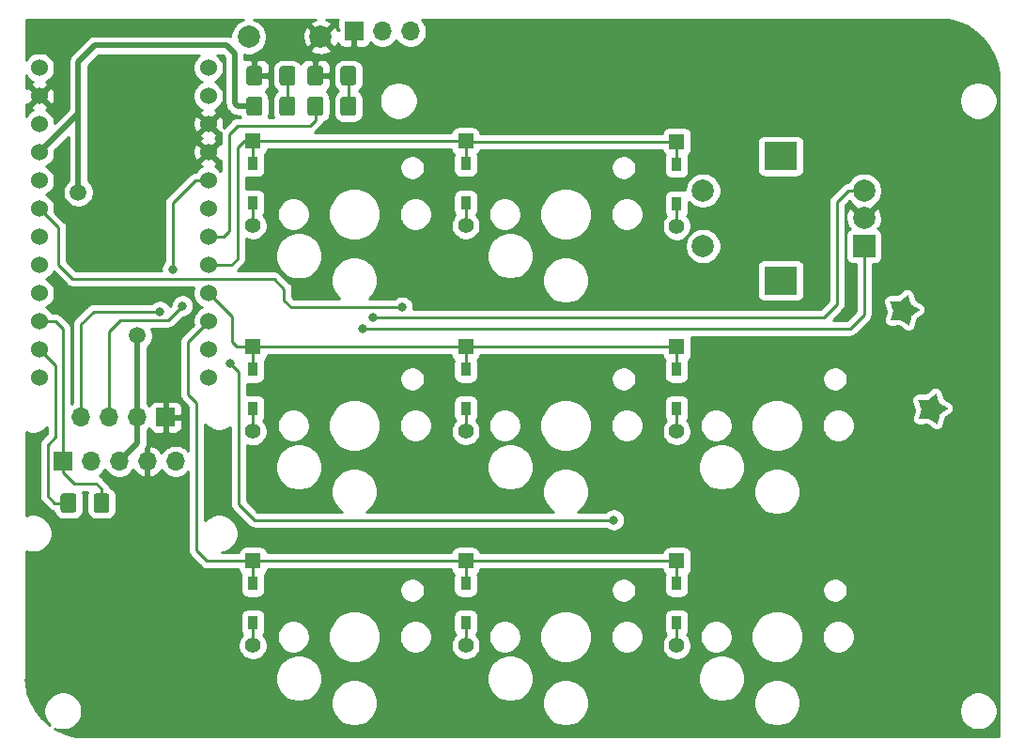
<source format=gtl>
G04 #@! TF.GenerationSoftware,KiCad,Pcbnew,(5.1.6)-1*
G04 #@! TF.CreationDate,2022-01-01T16:18:36+09:00*
G04 #@! TF.ProjectId,kp1,6b70312e-6b69-4636-9164-5f7063625858,rev?*
G04 #@! TF.SameCoordinates,Original*
G04 #@! TF.FileFunction,Copper,L1,Top*
G04 #@! TF.FilePolarity,Positive*
%FSLAX46Y46*%
G04 Gerber Fmt 4.6, Leading zero omitted, Abs format (unit mm)*
G04 Created by KiCad (PCBNEW (5.1.6)-1) date 2022-01-01 16:18:36*
%MOMM*%
%LPD*%
G01*
G04 APERTURE LIST*
G04 #@! TA.AperFunction,EtchedComponent*
%ADD10C,0.010000*%
G04 #@! TD*
G04 #@! TA.AperFunction,ComponentPad*
%ADD11R,2.000000X2.000000*%
G04 #@! TD*
G04 #@! TA.AperFunction,ComponentPad*
%ADD12C,2.000000*%
G04 #@! TD*
G04 #@! TA.AperFunction,ComponentPad*
%ADD13R,3.000000X2.500000*%
G04 #@! TD*
G04 #@! TA.AperFunction,ComponentPad*
%ADD14O,1.700000X1.700000*%
G04 #@! TD*
G04 #@! TA.AperFunction,ComponentPad*
%ADD15R,1.700000X1.700000*%
G04 #@! TD*
G04 #@! TA.AperFunction,SMDPad,CuDef*
%ADD16R,0.950000X1.300000*%
G04 #@! TD*
G04 #@! TA.AperFunction,ComponentPad*
%ADD17C,1.397000*%
G04 #@! TD*
G04 #@! TA.AperFunction,ComponentPad*
%ADD18R,1.397000X1.397000*%
G04 #@! TD*
G04 #@! TA.AperFunction,ComponentPad*
%ADD19C,1.524000*%
G04 #@! TD*
G04 #@! TA.AperFunction,ViaPad*
%ADD20C,0.800000*%
G04 #@! TD*
G04 #@! TA.AperFunction,ViaPad*
%ADD21C,1.500000*%
G04 #@! TD*
G04 #@! TA.AperFunction,Conductor*
%ADD22C,0.250000*%
G04 #@! TD*
G04 #@! TA.AperFunction,Conductor*
%ADD23C,0.500000*%
G04 #@! TD*
G04 #@! TA.AperFunction,Conductor*
%ADD24C,0.254000*%
G04 #@! TD*
G04 APERTURE END LIST*
D10*
G36*
X133659750Y-110432246D02*
G01*
X133676225Y-110478835D01*
X133699696Y-110548836D01*
X133728679Y-110637772D01*
X133761693Y-110741163D01*
X133790598Y-110833157D01*
X133917928Y-111241276D01*
X134290131Y-111467082D01*
X134390909Y-111528595D01*
X134481638Y-111584689D01*
X134558424Y-111632898D01*
X134617375Y-111670759D01*
X134654599Y-111695805D01*
X134666290Y-111705278D01*
X134654099Y-111717973D01*
X134617734Y-111747168D01*
X134560884Y-111790112D01*
X134487240Y-111844057D01*
X134400492Y-111906253D01*
X134325047Y-111959468D01*
X134229237Y-112026934D01*
X134142308Y-112088819D01*
X134068241Y-112142235D01*
X134011014Y-112184295D01*
X133974608Y-112212111D01*
X133963323Y-112221935D01*
X133953777Y-112245222D01*
X133938857Y-112295055D01*
X133920357Y-112364879D01*
X133900070Y-112448141D01*
X133892784Y-112479667D01*
X133855923Y-112640901D01*
X133825666Y-112771886D01*
X133801304Y-112875439D01*
X133782130Y-112954380D01*
X133767436Y-113011525D01*
X133756515Y-113049694D01*
X133748660Y-113071706D01*
X133743164Y-113080378D01*
X133741906Y-113080800D01*
X133722711Y-113071100D01*
X133688005Y-113046658D01*
X133671358Y-113033706D01*
X133640046Y-113009425D01*
X133586619Y-112968815D01*
X133516171Y-112915715D01*
X133433795Y-112853961D01*
X133344585Y-112787389D01*
X133323036Y-112771353D01*
X133033605Y-112556093D01*
X132654169Y-112589672D01*
X132540425Y-112599502D01*
X132434557Y-112608213D01*
X132342428Y-112615356D01*
X132269898Y-112620484D01*
X132222830Y-112623149D01*
X132212257Y-112623425D01*
X132149780Y-112623600D01*
X132290521Y-112204607D01*
X132431262Y-111785613D01*
X132264098Y-111389109D01*
X132218587Y-111280533D01*
X132177792Y-111182002D01*
X132143479Y-111097884D01*
X132117418Y-111032548D01*
X132101374Y-110990363D01*
X132096934Y-110976041D01*
X132113614Y-110970888D01*
X132162734Y-110967495D01*
X132242910Y-110965885D01*
X132352760Y-110966080D01*
X132490900Y-110968103D01*
X132534931Y-110969010D01*
X132972929Y-110978542D01*
X133306582Y-110690299D01*
X133396476Y-110613427D01*
X133478077Y-110545152D01*
X133547902Y-110488264D01*
X133602471Y-110445556D01*
X133638302Y-110419817D01*
X133651750Y-110413547D01*
X133659750Y-110432246D01*
G37*
X133659750Y-110432246D02*
X133676225Y-110478835D01*
X133699696Y-110548836D01*
X133728679Y-110637772D01*
X133761693Y-110741163D01*
X133790598Y-110833157D01*
X133917928Y-111241276D01*
X134290131Y-111467082D01*
X134390909Y-111528595D01*
X134481638Y-111584689D01*
X134558424Y-111632898D01*
X134617375Y-111670759D01*
X134654599Y-111695805D01*
X134666290Y-111705278D01*
X134654099Y-111717973D01*
X134617734Y-111747168D01*
X134560884Y-111790112D01*
X134487240Y-111844057D01*
X134400492Y-111906253D01*
X134325047Y-111959468D01*
X134229237Y-112026934D01*
X134142308Y-112088819D01*
X134068241Y-112142235D01*
X134011014Y-112184295D01*
X133974608Y-112212111D01*
X133963323Y-112221935D01*
X133953777Y-112245222D01*
X133938857Y-112295055D01*
X133920357Y-112364879D01*
X133900070Y-112448141D01*
X133892784Y-112479667D01*
X133855923Y-112640901D01*
X133825666Y-112771886D01*
X133801304Y-112875439D01*
X133782130Y-112954380D01*
X133767436Y-113011525D01*
X133756515Y-113049694D01*
X133748660Y-113071706D01*
X133743164Y-113080378D01*
X133741906Y-113080800D01*
X133722711Y-113071100D01*
X133688005Y-113046658D01*
X133671358Y-113033706D01*
X133640046Y-113009425D01*
X133586619Y-112968815D01*
X133516171Y-112915715D01*
X133433795Y-112853961D01*
X133344585Y-112787389D01*
X133323036Y-112771353D01*
X133033605Y-112556093D01*
X132654169Y-112589672D01*
X132540425Y-112599502D01*
X132434557Y-112608213D01*
X132342428Y-112615356D01*
X132269898Y-112620484D01*
X132222830Y-112623149D01*
X132212257Y-112623425D01*
X132149780Y-112623600D01*
X132290521Y-112204607D01*
X132431262Y-111785613D01*
X132264098Y-111389109D01*
X132218587Y-111280533D01*
X132177792Y-111182002D01*
X132143479Y-111097884D01*
X132117418Y-111032548D01*
X132101374Y-110990363D01*
X132096934Y-110976041D01*
X132113614Y-110970888D01*
X132162734Y-110967495D01*
X132242910Y-110965885D01*
X132352760Y-110966080D01*
X132490900Y-110968103D01*
X132534931Y-110969010D01*
X132972929Y-110978542D01*
X133306582Y-110690299D01*
X133396476Y-110613427D01*
X133478077Y-110545152D01*
X133547902Y-110488264D01*
X133602471Y-110445556D01*
X133638302Y-110419817D01*
X133651750Y-110413547D01*
X133659750Y-110432246D01*
G36*
X131119750Y-101542246D02*
G01*
X131136225Y-101588835D01*
X131159696Y-101658836D01*
X131188679Y-101747772D01*
X131221693Y-101851163D01*
X131250598Y-101943157D01*
X131377928Y-102351276D01*
X131750131Y-102577082D01*
X131850909Y-102638595D01*
X131941638Y-102694689D01*
X132018424Y-102742898D01*
X132077375Y-102780759D01*
X132114599Y-102805805D01*
X132126290Y-102815278D01*
X132114099Y-102827973D01*
X132077734Y-102857168D01*
X132020884Y-102900112D01*
X131947240Y-102954057D01*
X131860492Y-103016253D01*
X131785047Y-103069468D01*
X131689237Y-103136934D01*
X131602308Y-103198819D01*
X131528241Y-103252235D01*
X131471014Y-103294295D01*
X131434608Y-103322111D01*
X131423323Y-103331935D01*
X131413777Y-103355222D01*
X131398857Y-103405055D01*
X131380357Y-103474879D01*
X131360070Y-103558141D01*
X131352784Y-103589667D01*
X131315923Y-103750901D01*
X131285666Y-103881886D01*
X131261304Y-103985439D01*
X131242130Y-104064380D01*
X131227436Y-104121525D01*
X131216515Y-104159694D01*
X131208660Y-104181706D01*
X131203164Y-104190378D01*
X131201906Y-104190800D01*
X131182711Y-104181100D01*
X131148005Y-104156658D01*
X131131358Y-104143706D01*
X131100046Y-104119425D01*
X131046619Y-104078815D01*
X130976171Y-104025715D01*
X130893795Y-103963961D01*
X130804585Y-103897389D01*
X130783036Y-103881353D01*
X130493605Y-103666093D01*
X130114169Y-103699672D01*
X130000425Y-103709502D01*
X129894557Y-103718213D01*
X129802428Y-103725356D01*
X129729898Y-103730484D01*
X129682830Y-103733149D01*
X129672257Y-103733425D01*
X129609780Y-103733600D01*
X129750521Y-103314607D01*
X129891262Y-102895613D01*
X129724098Y-102499109D01*
X129678587Y-102390533D01*
X129637792Y-102292002D01*
X129603479Y-102207884D01*
X129577418Y-102142548D01*
X129561374Y-102100363D01*
X129556934Y-102086041D01*
X129573614Y-102080888D01*
X129622734Y-102077495D01*
X129702910Y-102075885D01*
X129812760Y-102076080D01*
X129950900Y-102078103D01*
X129994931Y-102079010D01*
X130432929Y-102088542D01*
X130766582Y-101800299D01*
X130856476Y-101723427D01*
X130938077Y-101655152D01*
X131007902Y-101598264D01*
X131062471Y-101555556D01*
X131098302Y-101529817D01*
X131111750Y-101523547D01*
X131119750Y-101542246D01*
G37*
X131119750Y-101542246D02*
X131136225Y-101588835D01*
X131159696Y-101658836D01*
X131188679Y-101747772D01*
X131221693Y-101851163D01*
X131250598Y-101943157D01*
X131377928Y-102351276D01*
X131750131Y-102577082D01*
X131850909Y-102638595D01*
X131941638Y-102694689D01*
X132018424Y-102742898D01*
X132077375Y-102780759D01*
X132114599Y-102805805D01*
X132126290Y-102815278D01*
X132114099Y-102827973D01*
X132077734Y-102857168D01*
X132020884Y-102900112D01*
X131947240Y-102954057D01*
X131860492Y-103016253D01*
X131785047Y-103069468D01*
X131689237Y-103136934D01*
X131602308Y-103198819D01*
X131528241Y-103252235D01*
X131471014Y-103294295D01*
X131434608Y-103322111D01*
X131423323Y-103331935D01*
X131413777Y-103355222D01*
X131398857Y-103405055D01*
X131380357Y-103474879D01*
X131360070Y-103558141D01*
X131352784Y-103589667D01*
X131315923Y-103750901D01*
X131285666Y-103881886D01*
X131261304Y-103985439D01*
X131242130Y-104064380D01*
X131227436Y-104121525D01*
X131216515Y-104159694D01*
X131208660Y-104181706D01*
X131203164Y-104190378D01*
X131201906Y-104190800D01*
X131182711Y-104181100D01*
X131148005Y-104156658D01*
X131131358Y-104143706D01*
X131100046Y-104119425D01*
X131046619Y-104078815D01*
X130976171Y-104025715D01*
X130893795Y-103963961D01*
X130804585Y-103897389D01*
X130783036Y-103881353D01*
X130493605Y-103666093D01*
X130114169Y-103699672D01*
X130000425Y-103709502D01*
X129894557Y-103718213D01*
X129802428Y-103725356D01*
X129729898Y-103730484D01*
X129682830Y-103733149D01*
X129672257Y-103733425D01*
X129609780Y-103733600D01*
X129750521Y-103314607D01*
X129891262Y-102895613D01*
X129724098Y-102499109D01*
X129678587Y-102390533D01*
X129637792Y-102292002D01*
X129603479Y-102207884D01*
X129577418Y-102142548D01*
X129561374Y-102100363D01*
X129556934Y-102086041D01*
X129573614Y-102080888D01*
X129622734Y-102077495D01*
X129702910Y-102075885D01*
X129812760Y-102076080D01*
X129950900Y-102078103D01*
X129994931Y-102079010D01*
X130432929Y-102088542D01*
X130766582Y-101800299D01*
X130856476Y-101723427D01*
X130938077Y-101655152D01*
X131007902Y-101598264D01*
X131062471Y-101555556D01*
X131098302Y-101529817D01*
X131111750Y-101523547D01*
X131119750Y-101542246D01*
D11*
X127200000Y-97100000D03*
D12*
X127200000Y-94600000D03*
X127200000Y-92100000D03*
D13*
X119700000Y-100200000D03*
X119700000Y-89000000D03*
D12*
X112700000Y-97100000D03*
X112700000Y-92100000D03*
G04 #@! TA.AperFunction,SMDPad,CuDef*
G36*
G01*
X78475000Y-83875000D02*
X78475000Y-85125000D01*
G75*
G02*
X78225000Y-85375000I-250000J0D01*
G01*
X77300000Y-85375000D01*
G75*
G02*
X77050000Y-85125000I0J250000D01*
G01*
X77050000Y-83875000D01*
G75*
G02*
X77300000Y-83625000I250000J0D01*
G01*
X78225000Y-83625000D01*
G75*
G02*
X78475000Y-83875000I0J-250000D01*
G01*
G37*
G04 #@! TD.AperFunction*
G04 #@! TA.AperFunction,SMDPad,CuDef*
G36*
G01*
X81450000Y-83875000D02*
X81450000Y-85125000D01*
G75*
G02*
X81200000Y-85375000I-250000J0D01*
G01*
X80275000Y-85375000D01*
G75*
G02*
X80025000Y-85125000I0J250000D01*
G01*
X80025000Y-83875000D01*
G75*
G02*
X80275000Y-83625000I250000J0D01*
G01*
X81200000Y-83625000D01*
G75*
G02*
X81450000Y-83875000I0J-250000D01*
G01*
G37*
G04 #@! TD.AperFunction*
D14*
X86330000Y-77750000D03*
X83790000Y-77750000D03*
D15*
X81250000Y-77750000D03*
G04 #@! TA.AperFunction,SMDPad,CuDef*
G36*
G01*
X80025000Y-82375000D02*
X80025000Y-81125000D01*
G75*
G02*
X80275000Y-80875000I250000J0D01*
G01*
X81200000Y-80875000D01*
G75*
G02*
X81450000Y-81125000I0J-250000D01*
G01*
X81450000Y-82375000D01*
G75*
G02*
X81200000Y-82625000I-250000J0D01*
G01*
X80275000Y-82625000D01*
G75*
G02*
X80025000Y-82375000I0J250000D01*
G01*
G37*
G04 #@! TD.AperFunction*
G04 #@! TA.AperFunction,SMDPad,CuDef*
G36*
G01*
X77050000Y-82375000D02*
X77050000Y-81125000D01*
G75*
G02*
X77300000Y-80875000I250000J0D01*
G01*
X78225000Y-80875000D01*
G75*
G02*
X78475000Y-81125000I0J-250000D01*
G01*
X78475000Y-82375000D01*
G75*
G02*
X78225000Y-82625000I-250000J0D01*
G01*
X77300000Y-82625000D01*
G75*
G02*
X77050000Y-82375000I0J250000D01*
G01*
G37*
G04 #@! TD.AperFunction*
D16*
X110330000Y-93275000D03*
D17*
X110330000Y-95310000D03*
D18*
X110330000Y-87690000D03*
D16*
X110330000Y-89725000D03*
D19*
X52891400Y-81022000D03*
X52891400Y-83562000D03*
X52891400Y-86102000D03*
X52891400Y-88642000D03*
X52891400Y-91182000D03*
X52891400Y-93722000D03*
X52891400Y-96262000D03*
X52891400Y-98802000D03*
X52891400Y-101342000D03*
X52891400Y-103882000D03*
X52891400Y-106422000D03*
X52891400Y-108962000D03*
X68111400Y-108962000D03*
X68111400Y-106422000D03*
X68111400Y-103882000D03*
X68111400Y-101342000D03*
X68111400Y-98802000D03*
X68111400Y-96262000D03*
X68111400Y-93722000D03*
X68111400Y-91182000D03*
X68111400Y-88642000D03*
X68111400Y-86102000D03*
X68111400Y-83562000D03*
X68111400Y-81022000D03*
D12*
X71750000Y-78250000D03*
X78250000Y-78250000D03*
D16*
X91300000Y-89675000D03*
D18*
X91300000Y-87640000D03*
D17*
X91300000Y-95260000D03*
D16*
X91300000Y-93225000D03*
D15*
X55000000Y-116500000D03*
D14*
X57540000Y-116500000D03*
X60080000Y-116500000D03*
X62620000Y-116500000D03*
X65160000Y-116500000D03*
G04 #@! TA.AperFunction,SMDPad,CuDef*
G36*
G01*
X56225000Y-119644000D02*
X56225000Y-120894000D01*
G75*
G02*
X55975000Y-121144000I-250000J0D01*
G01*
X55050000Y-121144000D01*
G75*
G02*
X54800000Y-120894000I0J250000D01*
G01*
X54800000Y-119644000D01*
G75*
G02*
X55050000Y-119394000I250000J0D01*
G01*
X55975000Y-119394000D01*
G75*
G02*
X56225000Y-119644000I0J-250000D01*
G01*
G37*
G04 #@! TD.AperFunction*
G04 #@! TA.AperFunction,SMDPad,CuDef*
G36*
G01*
X59200000Y-119644000D02*
X59200000Y-120894000D01*
G75*
G02*
X58950000Y-121144000I-250000J0D01*
G01*
X58025000Y-121144000D01*
G75*
G02*
X57775000Y-120894000I0J250000D01*
G01*
X57775000Y-119644000D01*
G75*
G02*
X58025000Y-119394000I250000J0D01*
G01*
X58950000Y-119394000D01*
G75*
G02*
X59200000Y-119644000I0J-250000D01*
G01*
G37*
G04 #@! TD.AperFunction*
G04 #@! TA.AperFunction,SMDPad,CuDef*
G36*
G01*
X75950000Y-83875000D02*
X75950000Y-85125000D01*
G75*
G02*
X75700000Y-85375000I-250000J0D01*
G01*
X74775000Y-85375000D01*
G75*
G02*
X74525000Y-85125000I0J250000D01*
G01*
X74525000Y-83875000D01*
G75*
G02*
X74775000Y-83625000I250000J0D01*
G01*
X75700000Y-83625000D01*
G75*
G02*
X75950000Y-83875000I0J-250000D01*
G01*
G37*
G04 #@! TD.AperFunction*
G04 #@! TA.AperFunction,SMDPad,CuDef*
G36*
G01*
X72975000Y-83875000D02*
X72975000Y-85125000D01*
G75*
G02*
X72725000Y-85375000I-250000J0D01*
G01*
X71800000Y-85375000D01*
G75*
G02*
X71550000Y-85125000I0J250000D01*
G01*
X71550000Y-83875000D01*
G75*
G02*
X71800000Y-83625000I250000J0D01*
G01*
X72725000Y-83625000D01*
G75*
G02*
X72975000Y-83875000I0J-250000D01*
G01*
G37*
G04 #@! TD.AperFunction*
D15*
X64262000Y-112522000D03*
D14*
X61722000Y-112522000D03*
X59182000Y-112522000D03*
X56642000Y-112522000D03*
D16*
X110330000Y-131075000D03*
D17*
X110330000Y-133110000D03*
D18*
X110330000Y-125490000D03*
D16*
X110330000Y-127525000D03*
X110332000Y-108225000D03*
D18*
X110332000Y-106190000D03*
D17*
X110332000Y-113810000D03*
D16*
X110332000Y-111775000D03*
X91302000Y-111775000D03*
D17*
X91302000Y-113810000D03*
D18*
X91302000Y-106190000D03*
D16*
X91302000Y-108225000D03*
X91302000Y-131075000D03*
D17*
X91302000Y-133110000D03*
D18*
X91302000Y-125490000D03*
D16*
X91302000Y-127525000D03*
X72130000Y-111780000D03*
D17*
X72130000Y-113815000D03*
D18*
X72130000Y-106195000D03*
D16*
X72130000Y-108230000D03*
X72132000Y-93225000D03*
D17*
X72132000Y-95260000D03*
D18*
X72132000Y-87640000D03*
D16*
X72132000Y-89675000D03*
X72132000Y-131075000D03*
D17*
X72132000Y-133110000D03*
D18*
X72132000Y-125490000D03*
D16*
X72132000Y-127525000D03*
G04 #@! TA.AperFunction,SMDPad,CuDef*
G36*
G01*
X71550000Y-82375000D02*
X71550000Y-81125000D01*
G75*
G02*
X71800000Y-80875000I250000J0D01*
G01*
X72725000Y-80875000D01*
G75*
G02*
X72975000Y-81125000I0J-250000D01*
G01*
X72975000Y-82375000D01*
G75*
G02*
X72725000Y-82625000I-250000J0D01*
G01*
X71800000Y-82625000D01*
G75*
G02*
X71550000Y-82375000I0J250000D01*
G01*
G37*
G04 #@! TD.AperFunction*
G04 #@! TA.AperFunction,SMDPad,CuDef*
G36*
G01*
X74525000Y-82375000D02*
X74525000Y-81125000D01*
G75*
G02*
X74775000Y-80875000I250000J0D01*
G01*
X75700000Y-80875000D01*
G75*
G02*
X75950000Y-81125000I0J-250000D01*
G01*
X75950000Y-82375000D01*
G75*
G02*
X75700000Y-82625000I-250000J0D01*
G01*
X74775000Y-82625000D01*
G75*
G02*
X74525000Y-82375000I0J250000D01*
G01*
G37*
G04 #@! TD.AperFunction*
D20*
X61000000Y-83500000D03*
X64897000Y-99187000D03*
X63754000Y-102997000D03*
X65786000Y-102489000D03*
D21*
X61722000Y-105156000D03*
X56388000Y-92257000D03*
D20*
X82931000Y-103505000D03*
X82042000Y-104521000D03*
X85598000Y-102616000D03*
X104648000Y-121793000D03*
X70104000Y-107696000D03*
D22*
X75237500Y-84500000D02*
X75237500Y-81750000D01*
X72132000Y-131075000D02*
X72132000Y-133110000D01*
X91302000Y-108225000D02*
X91302000Y-106190000D01*
X72130000Y-108207000D02*
X72130000Y-106172000D01*
X110332000Y-108225000D02*
X110332000Y-106190000D01*
X91297000Y-106195000D02*
X91302000Y-106190000D01*
X72130000Y-106195000D02*
X91297000Y-106195000D01*
X91302000Y-106190000D02*
X110332000Y-106190000D01*
X68111400Y-101342000D02*
X70250000Y-103480600D01*
X70250000Y-103480600D02*
X70250000Y-105750000D01*
X70695000Y-106195000D02*
X72130000Y-106195000D01*
X70250000Y-105750000D02*
X70695000Y-106195000D01*
X72132000Y-93225000D02*
X72132000Y-95260000D01*
X72132000Y-127525000D02*
X72132000Y-125490000D01*
X91302000Y-127525000D02*
X91302000Y-125490000D01*
X110330000Y-127525000D02*
X110330000Y-125490000D01*
X110330000Y-125490000D02*
X91302000Y-125490000D01*
X91302000Y-125490000D02*
X72132000Y-125490000D01*
X72132000Y-125490000D02*
X72132000Y-125472000D01*
X67990000Y-125490000D02*
X72132000Y-125490000D01*
X68111400Y-103882000D02*
X66294000Y-105699400D01*
X66294000Y-110490000D02*
X67056000Y-111252000D01*
X67056000Y-124556000D02*
X67990000Y-125490000D01*
X66294000Y-105699400D02*
X66294000Y-110490000D01*
X67056000Y-111252000D02*
X67056000Y-124556000D01*
X72130000Y-111760000D02*
X72130000Y-113795000D01*
X91300000Y-89675000D02*
X91300000Y-87640000D01*
X72132000Y-89675000D02*
X72132000Y-87640000D01*
X72132000Y-87640000D02*
X91300000Y-87640000D01*
X110330000Y-89725000D02*
X110330000Y-87690000D01*
X91350000Y-87690000D02*
X91300000Y-87640000D01*
X110330000Y-87690000D02*
X91350000Y-87690000D01*
X72132000Y-87640000D02*
X71360000Y-87640000D01*
X71360000Y-87640000D02*
X70750000Y-88250000D01*
X70750000Y-88250000D02*
X70750000Y-98250000D01*
X70198000Y-98802000D02*
X68111400Y-98802000D01*
X70750000Y-98250000D02*
X70198000Y-98802000D01*
X91302000Y-131075000D02*
X91302000Y-133110000D01*
X91302000Y-111775000D02*
X91302000Y-113810000D01*
X110332000Y-111775000D02*
X110332000Y-113810000D01*
X110330000Y-131075000D02*
X110330000Y-133110000D01*
X68111400Y-91182000D02*
X66933000Y-91182000D01*
X66933000Y-91182000D02*
X64897000Y-93218000D01*
X64897000Y-93218000D02*
X64897000Y-99187000D01*
X63754000Y-102997000D02*
X57785000Y-102997000D01*
X56642000Y-104140000D02*
X56642000Y-112522000D01*
X57785000Y-102997000D02*
X56642000Y-104140000D01*
X59182000Y-112522000D02*
X59182000Y-104775000D01*
X59182000Y-104775000D02*
X60198000Y-103759000D01*
X60198000Y-103759000D02*
X64516000Y-103759000D01*
X64516000Y-103759000D02*
X65786000Y-102489000D01*
D23*
X61722000Y-105156000D02*
X61722000Y-112522000D01*
X61722000Y-114858000D02*
X60080000Y-116500000D01*
X61722000Y-112522000D02*
X61722000Y-114858000D01*
X56388000Y-85145400D02*
X52891400Y-88642000D01*
X56388000Y-85145400D02*
X56388000Y-92257000D01*
X70750000Y-84500000D02*
X72262500Y-84500000D01*
X70500000Y-84250000D02*
X70750000Y-84500000D01*
X56388000Y-80518000D02*
X57906000Y-79000000D01*
X56388000Y-85145400D02*
X56388000Y-80518000D01*
X70500000Y-79750000D02*
X70500000Y-84250000D01*
X57906000Y-79000000D02*
X69750000Y-79000000D01*
X69750000Y-79000000D02*
X70500000Y-79750000D01*
D22*
X54356000Y-114300000D02*
X53630500Y-115025500D01*
X52891400Y-106422000D02*
X54356000Y-107886600D01*
X54356000Y-107886600D02*
X54356000Y-114300000D01*
X53630500Y-115025500D02*
X53630500Y-119630500D01*
X54269000Y-120269000D02*
X55512500Y-120269000D01*
X53630500Y-119630500D02*
X54269000Y-120269000D01*
X55000000Y-116500000D02*
X55000000Y-104530000D01*
X54352000Y-103882000D02*
X52891400Y-103882000D01*
X55000000Y-104530000D02*
X54352000Y-103882000D01*
X55000000Y-116500000D02*
X55000000Y-117500000D01*
X55000000Y-117500000D02*
X56000000Y-118500000D01*
X56000000Y-118500000D02*
X58000000Y-118500000D01*
X58487500Y-118987500D02*
X58487500Y-120269000D01*
X58000000Y-118500000D02*
X58487500Y-118987500D01*
X82931000Y-103505000D02*
X123596400Y-103505000D01*
X123596400Y-103505000D02*
X124764800Y-102336600D01*
X124764800Y-93116400D02*
X125781200Y-92100000D01*
X125781200Y-92100000D02*
X127200000Y-92100000D01*
X124764800Y-102336600D02*
X124764800Y-93116400D01*
X125958600Y-104521000D02*
X127200000Y-103279600D01*
X82042000Y-104521000D02*
X125958600Y-104521000D01*
X127200000Y-103279600D02*
X127200000Y-97100000D01*
X55880000Y-100076000D02*
X54610000Y-98806000D01*
X75565000Y-102616000D02*
X74930000Y-101981000D01*
X74930000Y-101981000D02*
X74930000Y-100965000D01*
X85598000Y-102616000D02*
X75565000Y-102616000D01*
X74930000Y-100965000D02*
X74041000Y-100076000D01*
X54610000Y-95440600D02*
X52891400Y-93722000D01*
X54610000Y-98806000D02*
X54610000Y-95440600D01*
X74041000Y-100076000D02*
X55880000Y-100076000D01*
X104648000Y-121793000D02*
X72263000Y-121793000D01*
X70104000Y-107696000D02*
X70866000Y-108458000D01*
X70866000Y-108458000D02*
X70866000Y-120396000D01*
X70866000Y-120396000D02*
X72263000Y-121793000D01*
X91300000Y-95260000D02*
X91300000Y-93225000D01*
X110330000Y-93275000D02*
X110330000Y-95310000D01*
X80737500Y-84500000D02*
X80737500Y-81750000D01*
X68111400Y-96262000D02*
X69488000Y-96262000D01*
X69488000Y-96262000D02*
X70000000Y-95750000D01*
X70000000Y-95750000D02*
X70000000Y-87000000D01*
X70000000Y-87000000D02*
X70750000Y-86250000D01*
X70750000Y-86250000D02*
X77250000Y-86250000D01*
X77762500Y-85737500D02*
X77762500Y-84500000D01*
X77250000Y-86250000D02*
X77762500Y-85737500D01*
D24*
G36*
X134871797Y-76733902D02*
G01*
X135720182Y-76947001D01*
X136522371Y-77295803D01*
X137256818Y-77770938D01*
X137903798Y-78359646D01*
X138445946Y-79046125D01*
X138868692Y-79811928D01*
X139160684Y-80636491D01*
X139316116Y-81509076D01*
X139331855Y-81842830D01*
X139324912Y-81865718D01*
X139315000Y-81966354D01*
X139315001Y-141315000D01*
X56966353Y-141315000D01*
X56865717Y-141324912D01*
X56860994Y-141326345D01*
X56128198Y-141266098D01*
X55279820Y-141052999D01*
X54477629Y-140704197D01*
X54294488Y-140585718D01*
X54493919Y-140668325D01*
X54829117Y-140735000D01*
X55170883Y-140735000D01*
X55506081Y-140668325D01*
X55821831Y-140537537D01*
X56105998Y-140347663D01*
X56347663Y-140105998D01*
X56537537Y-139821831D01*
X56668325Y-139506081D01*
X56735000Y-139170883D01*
X56735000Y-138829117D01*
X56668325Y-138493919D01*
X56537537Y-138178169D01*
X56347663Y-137894002D01*
X56105998Y-137652337D01*
X55821831Y-137462463D01*
X55506081Y-137331675D01*
X55170883Y-137265000D01*
X54829117Y-137265000D01*
X54493919Y-137331675D01*
X54178169Y-137462463D01*
X53894002Y-137652337D01*
X53652337Y-137894002D01*
X53462463Y-138178169D01*
X53331675Y-138493919D01*
X53265000Y-138829117D01*
X53265000Y-139170883D01*
X53331675Y-139506081D01*
X53462463Y-139821831D01*
X53652337Y-140105998D01*
X53834435Y-140288096D01*
X53743182Y-140229062D01*
X53096201Y-139640354D01*
X52554054Y-138953875D01*
X52131309Y-138188076D01*
X51839317Y-137363514D01*
X51683884Y-136490925D01*
X51668145Y-136157171D01*
X51675088Y-136134283D01*
X51685000Y-136033647D01*
X51685000Y-135859721D01*
X74135000Y-135859721D01*
X74135000Y-136280279D01*
X74217047Y-136692756D01*
X74377988Y-137081302D01*
X74611637Y-137430983D01*
X74909017Y-137728363D01*
X75258698Y-137962012D01*
X75647244Y-138122953D01*
X76059721Y-138205000D01*
X76480279Y-138205000D01*
X76892756Y-138122953D01*
X77045411Y-138059721D01*
X79135000Y-138059721D01*
X79135000Y-138480279D01*
X79217047Y-138892756D01*
X79377988Y-139281302D01*
X79611637Y-139630983D01*
X79909017Y-139928363D01*
X80258698Y-140162012D01*
X80647244Y-140322953D01*
X81059721Y-140405000D01*
X81480279Y-140405000D01*
X81892756Y-140322953D01*
X82281302Y-140162012D01*
X82630983Y-139928363D01*
X82928363Y-139630983D01*
X83162012Y-139281302D01*
X83322953Y-138892756D01*
X83405000Y-138480279D01*
X83405000Y-138059721D01*
X83322953Y-137647244D01*
X83162012Y-137258698D01*
X82928363Y-136909017D01*
X82630983Y-136611637D01*
X82281302Y-136377988D01*
X81892756Y-136217047D01*
X81480279Y-136135000D01*
X81059721Y-136135000D01*
X80647244Y-136217047D01*
X80258698Y-136377988D01*
X79909017Y-136611637D01*
X79611637Y-136909017D01*
X79377988Y-137258698D01*
X79217047Y-137647244D01*
X79135000Y-138059721D01*
X77045411Y-138059721D01*
X77281302Y-137962012D01*
X77630983Y-137728363D01*
X77928363Y-137430983D01*
X78162012Y-137081302D01*
X78322953Y-136692756D01*
X78405000Y-136280279D01*
X78405000Y-135859721D01*
X93185000Y-135859721D01*
X93185000Y-136280279D01*
X93267047Y-136692756D01*
X93427988Y-137081302D01*
X93661637Y-137430983D01*
X93959017Y-137728363D01*
X94308698Y-137962012D01*
X94697244Y-138122953D01*
X95109721Y-138205000D01*
X95530279Y-138205000D01*
X95942756Y-138122953D01*
X96095411Y-138059721D01*
X98185000Y-138059721D01*
X98185000Y-138480279D01*
X98267047Y-138892756D01*
X98427988Y-139281302D01*
X98661637Y-139630983D01*
X98959017Y-139928363D01*
X99308698Y-140162012D01*
X99697244Y-140322953D01*
X100109721Y-140405000D01*
X100530279Y-140405000D01*
X100942756Y-140322953D01*
X101331302Y-140162012D01*
X101680983Y-139928363D01*
X101978363Y-139630983D01*
X102212012Y-139281302D01*
X102372953Y-138892756D01*
X102455000Y-138480279D01*
X102455000Y-138059721D01*
X102372953Y-137647244D01*
X102212012Y-137258698D01*
X101978363Y-136909017D01*
X101680983Y-136611637D01*
X101331302Y-136377988D01*
X100942756Y-136217047D01*
X100530279Y-136135000D01*
X100109721Y-136135000D01*
X99697244Y-136217047D01*
X99308698Y-136377988D01*
X98959017Y-136611637D01*
X98661637Y-136909017D01*
X98427988Y-137258698D01*
X98267047Y-137647244D01*
X98185000Y-138059721D01*
X96095411Y-138059721D01*
X96331302Y-137962012D01*
X96680983Y-137728363D01*
X96978363Y-137430983D01*
X97212012Y-137081302D01*
X97372953Y-136692756D01*
X97455000Y-136280279D01*
X97455000Y-135859721D01*
X112235000Y-135859721D01*
X112235000Y-136280279D01*
X112317047Y-136692756D01*
X112477988Y-137081302D01*
X112711637Y-137430983D01*
X113009017Y-137728363D01*
X113358698Y-137962012D01*
X113747244Y-138122953D01*
X114159721Y-138205000D01*
X114580279Y-138205000D01*
X114992756Y-138122953D01*
X115145411Y-138059721D01*
X117235000Y-138059721D01*
X117235000Y-138480279D01*
X117317047Y-138892756D01*
X117477988Y-139281302D01*
X117711637Y-139630983D01*
X118009017Y-139928363D01*
X118358698Y-140162012D01*
X118747244Y-140322953D01*
X119159721Y-140405000D01*
X119580279Y-140405000D01*
X119992756Y-140322953D01*
X120381302Y-140162012D01*
X120730983Y-139928363D01*
X121028363Y-139630983D01*
X121262012Y-139281302D01*
X121422953Y-138892756D01*
X121435611Y-138829117D01*
X135765000Y-138829117D01*
X135765000Y-139170883D01*
X135831675Y-139506081D01*
X135962463Y-139821831D01*
X136152337Y-140105998D01*
X136394002Y-140347663D01*
X136678169Y-140537537D01*
X136993919Y-140668325D01*
X137329117Y-140735000D01*
X137670883Y-140735000D01*
X138006081Y-140668325D01*
X138321831Y-140537537D01*
X138605998Y-140347663D01*
X138847663Y-140105998D01*
X139037537Y-139821831D01*
X139168325Y-139506081D01*
X139235000Y-139170883D01*
X139235000Y-138829117D01*
X139168325Y-138493919D01*
X139037537Y-138178169D01*
X138847663Y-137894002D01*
X138605998Y-137652337D01*
X138321831Y-137462463D01*
X138006081Y-137331675D01*
X137670883Y-137265000D01*
X137329117Y-137265000D01*
X136993919Y-137331675D01*
X136678169Y-137462463D01*
X136394002Y-137652337D01*
X136152337Y-137894002D01*
X135962463Y-138178169D01*
X135831675Y-138493919D01*
X135765000Y-138829117D01*
X121435611Y-138829117D01*
X121505000Y-138480279D01*
X121505000Y-138059721D01*
X121422953Y-137647244D01*
X121262012Y-137258698D01*
X121028363Y-136909017D01*
X120730983Y-136611637D01*
X120381302Y-136377988D01*
X119992756Y-136217047D01*
X119580279Y-136135000D01*
X119159721Y-136135000D01*
X118747244Y-136217047D01*
X118358698Y-136377988D01*
X118009017Y-136611637D01*
X117711637Y-136909017D01*
X117477988Y-137258698D01*
X117317047Y-137647244D01*
X117235000Y-138059721D01*
X115145411Y-138059721D01*
X115381302Y-137962012D01*
X115730983Y-137728363D01*
X116028363Y-137430983D01*
X116262012Y-137081302D01*
X116422953Y-136692756D01*
X116505000Y-136280279D01*
X116505000Y-135859721D01*
X116422953Y-135447244D01*
X116262012Y-135058698D01*
X116028363Y-134709017D01*
X115730983Y-134411637D01*
X115381302Y-134177988D01*
X114992756Y-134017047D01*
X114580279Y-133935000D01*
X114159721Y-133935000D01*
X113747244Y-134017047D01*
X113358698Y-134177988D01*
X113009017Y-134411637D01*
X112711637Y-134709017D01*
X112477988Y-135058698D01*
X112317047Y-135447244D01*
X112235000Y-135859721D01*
X97455000Y-135859721D01*
X97372953Y-135447244D01*
X97212012Y-135058698D01*
X96978363Y-134709017D01*
X96680983Y-134411637D01*
X96331302Y-134177988D01*
X95942756Y-134017047D01*
X95530279Y-133935000D01*
X95109721Y-133935000D01*
X94697244Y-134017047D01*
X94308698Y-134177988D01*
X93959017Y-134411637D01*
X93661637Y-134709017D01*
X93427988Y-135058698D01*
X93267047Y-135447244D01*
X93185000Y-135859721D01*
X78405000Y-135859721D01*
X78322953Y-135447244D01*
X78162012Y-135058698D01*
X77928363Y-134709017D01*
X77630983Y-134411637D01*
X77281302Y-134177988D01*
X76892756Y-134017047D01*
X76480279Y-133935000D01*
X76059721Y-133935000D01*
X75647244Y-134017047D01*
X75258698Y-134177988D01*
X74909017Y-134411637D01*
X74611637Y-134709017D01*
X74377988Y-135058698D01*
X74217047Y-135447244D01*
X74135000Y-135859721D01*
X51685000Y-135859721D01*
X51685000Y-132978662D01*
X70798500Y-132978662D01*
X70798500Y-133241338D01*
X70849746Y-133498968D01*
X70950268Y-133741649D01*
X71096203Y-133960057D01*
X71281943Y-134145797D01*
X71500351Y-134291732D01*
X71743032Y-134392254D01*
X72000662Y-134443500D01*
X72263338Y-134443500D01*
X72520968Y-134392254D01*
X72763649Y-134291732D01*
X72982057Y-134145797D01*
X73167797Y-133960057D01*
X73313732Y-133741649D01*
X73414254Y-133498968D01*
X73465500Y-133241338D01*
X73465500Y-132978662D01*
X73414254Y-132721032D01*
X73313732Y-132478351D01*
X73167797Y-132259943D01*
X73081506Y-132173652D01*
X74284100Y-132173652D01*
X74284100Y-132466348D01*
X74341202Y-132753421D01*
X74453212Y-133023838D01*
X74615826Y-133267206D01*
X74822794Y-133474174D01*
X75066162Y-133636788D01*
X75336579Y-133748798D01*
X75623652Y-133805900D01*
X75916348Y-133805900D01*
X76203421Y-133748798D01*
X76473838Y-133636788D01*
X76717206Y-133474174D01*
X76924174Y-133267206D01*
X77086788Y-133023838D01*
X77198798Y-132753421D01*
X77255900Y-132466348D01*
X77255900Y-132173652D01*
X77238982Y-132088594D01*
X78920500Y-132088594D01*
X78920500Y-132551406D01*
X79010790Y-133005324D01*
X79187900Y-133432905D01*
X79445024Y-133817719D01*
X79772281Y-134144976D01*
X80157095Y-134402100D01*
X80584676Y-134579210D01*
X81038594Y-134669500D01*
X81501406Y-134669500D01*
X81955324Y-134579210D01*
X82382905Y-134402100D01*
X82767719Y-134144976D01*
X83094976Y-133817719D01*
X83352100Y-133432905D01*
X83529210Y-133005324D01*
X83619500Y-132551406D01*
X83619500Y-132173652D01*
X85284100Y-132173652D01*
X85284100Y-132466348D01*
X85341202Y-132753421D01*
X85453212Y-133023838D01*
X85615826Y-133267206D01*
X85822794Y-133474174D01*
X86066162Y-133636788D01*
X86336579Y-133748798D01*
X86623652Y-133805900D01*
X86916348Y-133805900D01*
X87203421Y-133748798D01*
X87473838Y-133636788D01*
X87717206Y-133474174D01*
X87924174Y-133267206D01*
X88086788Y-133023838D01*
X88105500Y-132978662D01*
X89968500Y-132978662D01*
X89968500Y-133241338D01*
X90019746Y-133498968D01*
X90120268Y-133741649D01*
X90266203Y-133960057D01*
X90451943Y-134145797D01*
X90670351Y-134291732D01*
X90913032Y-134392254D01*
X91170662Y-134443500D01*
X91433338Y-134443500D01*
X91690968Y-134392254D01*
X91933649Y-134291732D01*
X92152057Y-134145797D01*
X92337797Y-133960057D01*
X92483732Y-133741649D01*
X92584254Y-133498968D01*
X92635500Y-133241338D01*
X92635500Y-132978662D01*
X92584254Y-132721032D01*
X92483732Y-132478351D01*
X92337797Y-132259943D01*
X92251506Y-132173652D01*
X93334100Y-132173652D01*
X93334100Y-132466348D01*
X93391202Y-132753421D01*
X93503212Y-133023838D01*
X93665826Y-133267206D01*
X93872794Y-133474174D01*
X94116162Y-133636788D01*
X94386579Y-133748798D01*
X94673652Y-133805900D01*
X94966348Y-133805900D01*
X95253421Y-133748798D01*
X95523838Y-133636788D01*
X95767206Y-133474174D01*
X95974174Y-133267206D01*
X96136788Y-133023838D01*
X96248798Y-132753421D01*
X96305900Y-132466348D01*
X96305900Y-132173652D01*
X96288982Y-132088594D01*
X97970500Y-132088594D01*
X97970500Y-132551406D01*
X98060790Y-133005324D01*
X98237900Y-133432905D01*
X98495024Y-133817719D01*
X98822281Y-134144976D01*
X99207095Y-134402100D01*
X99634676Y-134579210D01*
X100088594Y-134669500D01*
X100551406Y-134669500D01*
X101005324Y-134579210D01*
X101432905Y-134402100D01*
X101817719Y-134144976D01*
X102144976Y-133817719D01*
X102402100Y-133432905D01*
X102579210Y-133005324D01*
X102669500Y-132551406D01*
X102669500Y-132173652D01*
X104334100Y-132173652D01*
X104334100Y-132466348D01*
X104391202Y-132753421D01*
X104503212Y-133023838D01*
X104665826Y-133267206D01*
X104872794Y-133474174D01*
X105116162Y-133636788D01*
X105386579Y-133748798D01*
X105673652Y-133805900D01*
X105966348Y-133805900D01*
X106253421Y-133748798D01*
X106523838Y-133636788D01*
X106767206Y-133474174D01*
X106974174Y-133267206D01*
X107136788Y-133023838D01*
X107155500Y-132978662D01*
X108996500Y-132978662D01*
X108996500Y-133241338D01*
X109047746Y-133498968D01*
X109148268Y-133741649D01*
X109294203Y-133960057D01*
X109479943Y-134145797D01*
X109698351Y-134291732D01*
X109941032Y-134392254D01*
X110198662Y-134443500D01*
X110461338Y-134443500D01*
X110718968Y-134392254D01*
X110961649Y-134291732D01*
X111180057Y-134145797D01*
X111365797Y-133960057D01*
X111511732Y-133741649D01*
X111612254Y-133498968D01*
X111663500Y-133241338D01*
X111663500Y-132978662D01*
X111612254Y-132721032D01*
X111511732Y-132478351D01*
X111365797Y-132259943D01*
X111279506Y-132173652D01*
X112384100Y-132173652D01*
X112384100Y-132466348D01*
X112441202Y-132753421D01*
X112553212Y-133023838D01*
X112715826Y-133267206D01*
X112922794Y-133474174D01*
X113166162Y-133636788D01*
X113436579Y-133748798D01*
X113723652Y-133805900D01*
X114016348Y-133805900D01*
X114303421Y-133748798D01*
X114573838Y-133636788D01*
X114817206Y-133474174D01*
X115024174Y-133267206D01*
X115186788Y-133023838D01*
X115298798Y-132753421D01*
X115355900Y-132466348D01*
X115355900Y-132173652D01*
X115338982Y-132088594D01*
X117020500Y-132088594D01*
X117020500Y-132551406D01*
X117110790Y-133005324D01*
X117287900Y-133432905D01*
X117545024Y-133817719D01*
X117872281Y-134144976D01*
X118257095Y-134402100D01*
X118684676Y-134579210D01*
X119138594Y-134669500D01*
X119601406Y-134669500D01*
X120055324Y-134579210D01*
X120482905Y-134402100D01*
X120867719Y-134144976D01*
X121194976Y-133817719D01*
X121452100Y-133432905D01*
X121629210Y-133005324D01*
X121719500Y-132551406D01*
X121719500Y-132173652D01*
X123384100Y-132173652D01*
X123384100Y-132466348D01*
X123441202Y-132753421D01*
X123553212Y-133023838D01*
X123715826Y-133267206D01*
X123922794Y-133474174D01*
X124166162Y-133636788D01*
X124436579Y-133748798D01*
X124723652Y-133805900D01*
X125016348Y-133805900D01*
X125303421Y-133748798D01*
X125573838Y-133636788D01*
X125817206Y-133474174D01*
X126024174Y-133267206D01*
X126186788Y-133023838D01*
X126298798Y-132753421D01*
X126355900Y-132466348D01*
X126355900Y-132173652D01*
X126298798Y-131886579D01*
X126186788Y-131616162D01*
X126024174Y-131372794D01*
X125817206Y-131165826D01*
X125573838Y-131003212D01*
X125303421Y-130891202D01*
X125016348Y-130834100D01*
X124723652Y-130834100D01*
X124436579Y-130891202D01*
X124166162Y-131003212D01*
X123922794Y-131165826D01*
X123715826Y-131372794D01*
X123553212Y-131616162D01*
X123441202Y-131886579D01*
X123384100Y-132173652D01*
X121719500Y-132173652D01*
X121719500Y-132088594D01*
X121629210Y-131634676D01*
X121452100Y-131207095D01*
X121194976Y-130822281D01*
X120867719Y-130495024D01*
X120482905Y-130237900D01*
X120055324Y-130060790D01*
X119601406Y-129970500D01*
X119138594Y-129970500D01*
X118684676Y-130060790D01*
X118257095Y-130237900D01*
X117872281Y-130495024D01*
X117545024Y-130822281D01*
X117287900Y-131207095D01*
X117110790Y-131634676D01*
X117020500Y-132088594D01*
X115338982Y-132088594D01*
X115298798Y-131886579D01*
X115186788Y-131616162D01*
X115024174Y-131372794D01*
X114817206Y-131165826D01*
X114573838Y-131003212D01*
X114303421Y-130891202D01*
X114016348Y-130834100D01*
X113723652Y-130834100D01*
X113436579Y-130891202D01*
X113166162Y-131003212D01*
X112922794Y-131165826D01*
X112715826Y-131372794D01*
X112553212Y-131616162D01*
X112441202Y-131886579D01*
X112384100Y-132173652D01*
X111279506Y-132173652D01*
X111267839Y-132161985D01*
X111335537Y-132079494D01*
X111394502Y-131969180D01*
X111430812Y-131849482D01*
X111443072Y-131725000D01*
X111443072Y-130425000D01*
X111430812Y-130300518D01*
X111394502Y-130180820D01*
X111335537Y-130070506D01*
X111256185Y-129973815D01*
X111159494Y-129894463D01*
X111049180Y-129835498D01*
X110929482Y-129799188D01*
X110805000Y-129786928D01*
X109855000Y-129786928D01*
X109730518Y-129799188D01*
X109610820Y-129835498D01*
X109500506Y-129894463D01*
X109403815Y-129973815D01*
X109324463Y-130070506D01*
X109265498Y-130180820D01*
X109229188Y-130300518D01*
X109216928Y-130425000D01*
X109216928Y-131725000D01*
X109229188Y-131849482D01*
X109265498Y-131969180D01*
X109324463Y-132079494D01*
X109392161Y-132161985D01*
X109294203Y-132259943D01*
X109148268Y-132478351D01*
X109047746Y-132721032D01*
X108996500Y-132978662D01*
X107155500Y-132978662D01*
X107248798Y-132753421D01*
X107305900Y-132466348D01*
X107305900Y-132173652D01*
X107248798Y-131886579D01*
X107136788Y-131616162D01*
X106974174Y-131372794D01*
X106767206Y-131165826D01*
X106523838Y-131003212D01*
X106253421Y-130891202D01*
X105966348Y-130834100D01*
X105673652Y-130834100D01*
X105386579Y-130891202D01*
X105116162Y-131003212D01*
X104872794Y-131165826D01*
X104665826Y-131372794D01*
X104503212Y-131616162D01*
X104391202Y-131886579D01*
X104334100Y-132173652D01*
X102669500Y-132173652D01*
X102669500Y-132088594D01*
X102579210Y-131634676D01*
X102402100Y-131207095D01*
X102144976Y-130822281D01*
X101817719Y-130495024D01*
X101432905Y-130237900D01*
X101005324Y-130060790D01*
X100551406Y-129970500D01*
X100088594Y-129970500D01*
X99634676Y-130060790D01*
X99207095Y-130237900D01*
X98822281Y-130495024D01*
X98495024Y-130822281D01*
X98237900Y-131207095D01*
X98060790Y-131634676D01*
X97970500Y-132088594D01*
X96288982Y-132088594D01*
X96248798Y-131886579D01*
X96136788Y-131616162D01*
X95974174Y-131372794D01*
X95767206Y-131165826D01*
X95523838Y-131003212D01*
X95253421Y-130891202D01*
X94966348Y-130834100D01*
X94673652Y-130834100D01*
X94386579Y-130891202D01*
X94116162Y-131003212D01*
X93872794Y-131165826D01*
X93665826Y-131372794D01*
X93503212Y-131616162D01*
X93391202Y-131886579D01*
X93334100Y-132173652D01*
X92251506Y-132173652D01*
X92239839Y-132161985D01*
X92307537Y-132079494D01*
X92366502Y-131969180D01*
X92402812Y-131849482D01*
X92415072Y-131725000D01*
X92415072Y-130425000D01*
X92402812Y-130300518D01*
X92366502Y-130180820D01*
X92307537Y-130070506D01*
X92228185Y-129973815D01*
X92131494Y-129894463D01*
X92021180Y-129835498D01*
X91901482Y-129799188D01*
X91777000Y-129786928D01*
X90827000Y-129786928D01*
X90702518Y-129799188D01*
X90582820Y-129835498D01*
X90472506Y-129894463D01*
X90375815Y-129973815D01*
X90296463Y-130070506D01*
X90237498Y-130180820D01*
X90201188Y-130300518D01*
X90188928Y-130425000D01*
X90188928Y-131725000D01*
X90201188Y-131849482D01*
X90237498Y-131969180D01*
X90296463Y-132079494D01*
X90364161Y-132161985D01*
X90266203Y-132259943D01*
X90120268Y-132478351D01*
X90019746Y-132721032D01*
X89968500Y-132978662D01*
X88105500Y-132978662D01*
X88198798Y-132753421D01*
X88255900Y-132466348D01*
X88255900Y-132173652D01*
X88198798Y-131886579D01*
X88086788Y-131616162D01*
X87924174Y-131372794D01*
X87717206Y-131165826D01*
X87473838Y-131003212D01*
X87203421Y-130891202D01*
X86916348Y-130834100D01*
X86623652Y-130834100D01*
X86336579Y-130891202D01*
X86066162Y-131003212D01*
X85822794Y-131165826D01*
X85615826Y-131372794D01*
X85453212Y-131616162D01*
X85341202Y-131886579D01*
X85284100Y-132173652D01*
X83619500Y-132173652D01*
X83619500Y-132088594D01*
X83529210Y-131634676D01*
X83352100Y-131207095D01*
X83094976Y-130822281D01*
X82767719Y-130495024D01*
X82382905Y-130237900D01*
X81955324Y-130060790D01*
X81501406Y-129970500D01*
X81038594Y-129970500D01*
X80584676Y-130060790D01*
X80157095Y-130237900D01*
X79772281Y-130495024D01*
X79445024Y-130822281D01*
X79187900Y-131207095D01*
X79010790Y-131634676D01*
X78920500Y-132088594D01*
X77238982Y-132088594D01*
X77198798Y-131886579D01*
X77086788Y-131616162D01*
X76924174Y-131372794D01*
X76717206Y-131165826D01*
X76473838Y-131003212D01*
X76203421Y-130891202D01*
X75916348Y-130834100D01*
X75623652Y-130834100D01*
X75336579Y-130891202D01*
X75066162Y-131003212D01*
X74822794Y-131165826D01*
X74615826Y-131372794D01*
X74453212Y-131616162D01*
X74341202Y-131886579D01*
X74284100Y-132173652D01*
X73081506Y-132173652D01*
X73069839Y-132161985D01*
X73137537Y-132079494D01*
X73196502Y-131969180D01*
X73232812Y-131849482D01*
X73245072Y-131725000D01*
X73245072Y-130425000D01*
X73232812Y-130300518D01*
X73196502Y-130180820D01*
X73137537Y-130070506D01*
X73058185Y-129973815D01*
X72961494Y-129894463D01*
X72851180Y-129835498D01*
X72731482Y-129799188D01*
X72607000Y-129786928D01*
X71657000Y-129786928D01*
X71532518Y-129799188D01*
X71412820Y-129835498D01*
X71302506Y-129894463D01*
X71205815Y-129973815D01*
X71126463Y-130070506D01*
X71067498Y-130180820D01*
X71031188Y-130300518D01*
X71018928Y-130425000D01*
X71018928Y-131725000D01*
X71031188Y-131849482D01*
X71067498Y-131969180D01*
X71126463Y-132079494D01*
X71194161Y-132161985D01*
X71096203Y-132259943D01*
X70950268Y-132478351D01*
X70849746Y-132721032D01*
X70798500Y-132978662D01*
X51685000Y-132978662D01*
X51685000Y-124613268D01*
X51817919Y-124668325D01*
X52153117Y-124735000D01*
X52494883Y-124735000D01*
X52830081Y-124668325D01*
X53145831Y-124537537D01*
X53429998Y-124347663D01*
X53671663Y-124105998D01*
X53861537Y-123821831D01*
X53992325Y-123506081D01*
X54059000Y-123170883D01*
X54059000Y-122829117D01*
X53992325Y-122493919D01*
X53861537Y-122178169D01*
X53671663Y-121894002D01*
X53429998Y-121652337D01*
X53145831Y-121462463D01*
X52830081Y-121331675D01*
X52494883Y-121265000D01*
X52153117Y-121265000D01*
X51817919Y-121331675D01*
X51685000Y-121386732D01*
X51685000Y-113881268D01*
X51817919Y-113936325D01*
X52153117Y-114003000D01*
X52494883Y-114003000D01*
X52830081Y-113936325D01*
X53145831Y-113805537D01*
X53429998Y-113615663D01*
X53596001Y-113449660D01*
X53596001Y-113985197D01*
X53119502Y-114461697D01*
X53090499Y-114485499D01*
X53035371Y-114552674D01*
X52995526Y-114601224D01*
X52943371Y-114698798D01*
X52924954Y-114733254D01*
X52881497Y-114876515D01*
X52870500Y-114988168D01*
X52870500Y-114988178D01*
X52866824Y-115025500D01*
X52870500Y-115062823D01*
X52870501Y-119593168D01*
X52866824Y-119630500D01*
X52870501Y-119667833D01*
X52879382Y-119757997D01*
X52881498Y-119779485D01*
X52924954Y-119922746D01*
X52995526Y-120054776D01*
X53049066Y-120120014D01*
X53090500Y-120170501D01*
X53119498Y-120194299D01*
X53705200Y-120780002D01*
X53728999Y-120809001D01*
X53844724Y-120903974D01*
X53976753Y-120974546D01*
X54120014Y-121018003D01*
X54174671Y-121023386D01*
X54178992Y-121067254D01*
X54229528Y-121233850D01*
X54311595Y-121387386D01*
X54422038Y-121521962D01*
X54556614Y-121632405D01*
X54710150Y-121714472D01*
X54876746Y-121765008D01*
X55050000Y-121782072D01*
X55975000Y-121782072D01*
X56148254Y-121765008D01*
X56314850Y-121714472D01*
X56468386Y-121632405D01*
X56602962Y-121521962D01*
X56713405Y-121387386D01*
X56795472Y-121233850D01*
X56846008Y-121067254D01*
X56863072Y-120894000D01*
X56863072Y-119644000D01*
X56846008Y-119470746D01*
X56795472Y-119304150D01*
X56771873Y-119260000D01*
X57228127Y-119260000D01*
X57204528Y-119304150D01*
X57153992Y-119470746D01*
X57136928Y-119644000D01*
X57136928Y-120894000D01*
X57153992Y-121067254D01*
X57204528Y-121233850D01*
X57286595Y-121387386D01*
X57397038Y-121521962D01*
X57531614Y-121632405D01*
X57685150Y-121714472D01*
X57851746Y-121765008D01*
X58025000Y-121782072D01*
X58950000Y-121782072D01*
X59123254Y-121765008D01*
X59289850Y-121714472D01*
X59443386Y-121632405D01*
X59577962Y-121521962D01*
X59688405Y-121387386D01*
X59770472Y-121233850D01*
X59821008Y-121067254D01*
X59838072Y-120894000D01*
X59838072Y-119644000D01*
X59821008Y-119470746D01*
X59770472Y-119304150D01*
X59688405Y-119150614D01*
X59577962Y-119016038D01*
X59443386Y-118905595D01*
X59289850Y-118823528D01*
X59226090Y-118804187D01*
X59193046Y-118695253D01*
X59184018Y-118678363D01*
X59122474Y-118563223D01*
X59070587Y-118500000D01*
X59027501Y-118447499D01*
X58998498Y-118423697D01*
X58563804Y-117989003D01*
X58540001Y-117959999D01*
X58424276Y-117865026D01*
X58292247Y-117794454D01*
X58280827Y-117790990D01*
X58486632Y-117653475D01*
X58693475Y-117446632D01*
X58810000Y-117272240D01*
X58926525Y-117446632D01*
X59133368Y-117653475D01*
X59376589Y-117815990D01*
X59646842Y-117927932D01*
X59933740Y-117985000D01*
X60226260Y-117985000D01*
X60513158Y-117927932D01*
X60783411Y-117815990D01*
X61026632Y-117653475D01*
X61233475Y-117446632D01*
X61355195Y-117264466D01*
X61424822Y-117381355D01*
X61619731Y-117597588D01*
X61853080Y-117771641D01*
X62115901Y-117896825D01*
X62263110Y-117941476D01*
X62493000Y-117820155D01*
X62493000Y-116627000D01*
X62473000Y-116627000D01*
X62473000Y-116373000D01*
X62493000Y-116373000D01*
X62493000Y-115292960D01*
X62543589Y-115198314D01*
X62594195Y-115031490D01*
X62600542Y-114967047D01*
X62607000Y-114901477D01*
X62607000Y-114901469D01*
X62611281Y-114858000D01*
X62607000Y-114814531D01*
X62607000Y-113716656D01*
X62668632Y-113675475D01*
X62800487Y-113543620D01*
X62822498Y-113616180D01*
X62881463Y-113726494D01*
X62960815Y-113823185D01*
X63057506Y-113902537D01*
X63167820Y-113961502D01*
X63287518Y-113997812D01*
X63412000Y-114010072D01*
X63976250Y-114007000D01*
X64135000Y-113848250D01*
X64135000Y-112649000D01*
X64389000Y-112649000D01*
X64389000Y-113848250D01*
X64547750Y-114007000D01*
X65112000Y-114010072D01*
X65236482Y-113997812D01*
X65356180Y-113961502D01*
X65466494Y-113902537D01*
X65563185Y-113823185D01*
X65642537Y-113726494D01*
X65701502Y-113616180D01*
X65737812Y-113496482D01*
X65750072Y-113372000D01*
X65747000Y-112807750D01*
X65588250Y-112649000D01*
X64389000Y-112649000D01*
X64135000Y-112649000D01*
X64115000Y-112649000D01*
X64115000Y-112395000D01*
X64135000Y-112395000D01*
X64135000Y-111195750D01*
X64389000Y-111195750D01*
X64389000Y-112395000D01*
X65588250Y-112395000D01*
X65747000Y-112236250D01*
X65750072Y-111672000D01*
X65737812Y-111547518D01*
X65701502Y-111427820D01*
X65642537Y-111317506D01*
X65563185Y-111220815D01*
X65466494Y-111141463D01*
X65356180Y-111082498D01*
X65236482Y-111046188D01*
X65112000Y-111033928D01*
X64547750Y-111037000D01*
X64389000Y-111195750D01*
X64135000Y-111195750D01*
X63976250Y-111037000D01*
X63412000Y-111033928D01*
X63287518Y-111046188D01*
X63167820Y-111082498D01*
X63057506Y-111141463D01*
X62960815Y-111220815D01*
X62881463Y-111317506D01*
X62822498Y-111427820D01*
X62800487Y-111500380D01*
X62668632Y-111368525D01*
X62607000Y-111327344D01*
X62607000Y-106229685D01*
X62797799Y-106038886D01*
X62949371Y-105812043D01*
X63053775Y-105559989D01*
X63107000Y-105292411D01*
X63107000Y-105019589D01*
X63053775Y-104752011D01*
X62957259Y-104519000D01*
X64478678Y-104519000D01*
X64516000Y-104522676D01*
X64553322Y-104519000D01*
X64553333Y-104519000D01*
X64664986Y-104508003D01*
X64808247Y-104464546D01*
X64940276Y-104393974D01*
X65056001Y-104299001D01*
X65079804Y-104269997D01*
X65825802Y-103524000D01*
X65887939Y-103524000D01*
X66087898Y-103484226D01*
X66276256Y-103406205D01*
X66445774Y-103292937D01*
X66589937Y-103148774D01*
X66703205Y-102979256D01*
X66781226Y-102790898D01*
X66821000Y-102590939D01*
X66821000Y-102387061D01*
X66781226Y-102187102D01*
X66703205Y-101998744D01*
X66589937Y-101829226D01*
X66445774Y-101685063D01*
X66276256Y-101571795D01*
X66087898Y-101493774D01*
X65887939Y-101454000D01*
X65684061Y-101454000D01*
X65484102Y-101493774D01*
X65295744Y-101571795D01*
X65126226Y-101685063D01*
X64982063Y-101829226D01*
X64868795Y-101998744D01*
X64790774Y-102187102D01*
X64751000Y-102387061D01*
X64751000Y-102449198D01*
X64677722Y-102522477D01*
X64671205Y-102506744D01*
X64557937Y-102337226D01*
X64413774Y-102193063D01*
X64244256Y-102079795D01*
X64055898Y-102001774D01*
X63855939Y-101962000D01*
X63652061Y-101962000D01*
X63452102Y-102001774D01*
X63263744Y-102079795D01*
X63094226Y-102193063D01*
X63050289Y-102237000D01*
X57822322Y-102237000D01*
X57784999Y-102233324D01*
X57747676Y-102237000D01*
X57747667Y-102237000D01*
X57636014Y-102247997D01*
X57497965Y-102289873D01*
X57492753Y-102291454D01*
X57360723Y-102362026D01*
X57280340Y-102427995D01*
X57244999Y-102456999D01*
X57221201Y-102485997D01*
X56131002Y-103576196D01*
X56101999Y-103599999D01*
X56055161Y-103657072D01*
X56007026Y-103715724D01*
X55945093Y-103831592D01*
X55936454Y-103847754D01*
X55892997Y-103991015D01*
X55882000Y-104102668D01*
X55882000Y-104102678D01*
X55878324Y-104140000D01*
X55882000Y-104177322D01*
X55882001Y-111243821D01*
X55760000Y-111325339D01*
X55760000Y-104567322D01*
X55763676Y-104529999D01*
X55760000Y-104492676D01*
X55760000Y-104492667D01*
X55749003Y-104381014D01*
X55705546Y-104237753D01*
X55634974Y-104105724D01*
X55612793Y-104078696D01*
X55563799Y-104018996D01*
X55563795Y-104018992D01*
X55540001Y-103989999D01*
X55511008Y-103966205D01*
X54915803Y-103371002D01*
X54892001Y-103341999D01*
X54776276Y-103247026D01*
X54644247Y-103176454D01*
X54500986Y-103132997D01*
X54389333Y-103122000D01*
X54389322Y-103122000D01*
X54352000Y-103118324D01*
X54314678Y-103122000D01*
X54063741Y-103122000D01*
X53976520Y-102991465D01*
X53781935Y-102796880D01*
X53553127Y-102643995D01*
X53475885Y-102612000D01*
X53553127Y-102580005D01*
X53781935Y-102427120D01*
X53976520Y-102232535D01*
X54129405Y-102003727D01*
X54234714Y-101749490D01*
X54288400Y-101479592D01*
X54288400Y-101204408D01*
X54234714Y-100934510D01*
X54129405Y-100680273D01*
X53976520Y-100451465D01*
X53781935Y-100256880D01*
X53553127Y-100103995D01*
X53475885Y-100072000D01*
X53553127Y-100040005D01*
X53781935Y-99887120D01*
X53976520Y-99692535D01*
X54129405Y-99463727D01*
X54148010Y-99418811D01*
X55316200Y-100587002D01*
X55339999Y-100616001D01*
X55455724Y-100710974D01*
X55587753Y-100781546D01*
X55731014Y-100825003D01*
X55842667Y-100836000D01*
X55842676Y-100836000D01*
X55879999Y-100839676D01*
X55917322Y-100836000D01*
X66808890Y-100836000D01*
X66768086Y-100934510D01*
X66714400Y-101204408D01*
X66714400Y-101479592D01*
X66768086Y-101749490D01*
X66873395Y-102003727D01*
X67026280Y-102232535D01*
X67220865Y-102427120D01*
X67449673Y-102580005D01*
X67526915Y-102612000D01*
X67449673Y-102643995D01*
X67220865Y-102796880D01*
X67026280Y-102991465D01*
X66873395Y-103220273D01*
X66768086Y-103474510D01*
X66714400Y-103744408D01*
X66714400Y-104019592D01*
X66745028Y-104173570D01*
X65783003Y-105135596D01*
X65753999Y-105159399D01*
X65712473Y-105209999D01*
X65659026Y-105275124D01*
X65624991Y-105338799D01*
X65588454Y-105407154D01*
X65544997Y-105550415D01*
X65534000Y-105662068D01*
X65534000Y-105662078D01*
X65530324Y-105699400D01*
X65534000Y-105736723D01*
X65534001Y-110452668D01*
X65530324Y-110490000D01*
X65534001Y-110527333D01*
X65544998Y-110638986D01*
X65548466Y-110650419D01*
X65588454Y-110782246D01*
X65659026Y-110914276D01*
X65726361Y-110996323D01*
X65754000Y-111030001D01*
X65782998Y-111053799D01*
X66296000Y-111566802D01*
X66296000Y-115535893D01*
X66106632Y-115346525D01*
X65863411Y-115184010D01*
X65593158Y-115072068D01*
X65306260Y-115015000D01*
X65013740Y-115015000D01*
X64726842Y-115072068D01*
X64456589Y-115184010D01*
X64213368Y-115346525D01*
X64006525Y-115553368D01*
X63884805Y-115735534D01*
X63815178Y-115618645D01*
X63620269Y-115402412D01*
X63386920Y-115228359D01*
X63124099Y-115103175D01*
X62976890Y-115058524D01*
X62747000Y-115179845D01*
X62747000Y-116373000D01*
X62767000Y-116373000D01*
X62767000Y-116627000D01*
X62747000Y-116627000D01*
X62747000Y-117820155D01*
X62976890Y-117941476D01*
X63124099Y-117896825D01*
X63386920Y-117771641D01*
X63620269Y-117597588D01*
X63815178Y-117381355D01*
X63884805Y-117264466D01*
X64006525Y-117446632D01*
X64213368Y-117653475D01*
X64456589Y-117815990D01*
X64726842Y-117927932D01*
X65013740Y-117985000D01*
X65306260Y-117985000D01*
X65593158Y-117927932D01*
X65863411Y-117815990D01*
X66106632Y-117653475D01*
X66296000Y-117464107D01*
X66296001Y-124518668D01*
X66292324Y-124556000D01*
X66296001Y-124593333D01*
X66306998Y-124704986D01*
X66317922Y-124740997D01*
X66350454Y-124848246D01*
X66421026Y-124980276D01*
X66491152Y-125065724D01*
X66516000Y-125096001D01*
X66544998Y-125119799D01*
X67426205Y-126001008D01*
X67449999Y-126030001D01*
X67478992Y-126053795D01*
X67478996Y-126053799D01*
X67549685Y-126111811D01*
X67565724Y-126124974D01*
X67697753Y-126195546D01*
X67841014Y-126239003D01*
X67952667Y-126250000D01*
X67952676Y-126250000D01*
X67989999Y-126253676D01*
X68027322Y-126250000D01*
X70801485Y-126250000D01*
X70807688Y-126312982D01*
X70843998Y-126432680D01*
X70902963Y-126542994D01*
X70982315Y-126639685D01*
X71048366Y-126693891D01*
X71031188Y-126750518D01*
X71018928Y-126875000D01*
X71018928Y-128175000D01*
X71031188Y-128299482D01*
X71067498Y-128419180D01*
X71126463Y-128529494D01*
X71205815Y-128626185D01*
X71302506Y-128705537D01*
X71412820Y-128764502D01*
X71532518Y-128800812D01*
X71657000Y-128813072D01*
X72607000Y-128813072D01*
X72731482Y-128800812D01*
X72851180Y-128764502D01*
X72961494Y-128705537D01*
X73058185Y-128626185D01*
X73137537Y-128529494D01*
X73196502Y-128419180D01*
X73232812Y-128299482D01*
X73245072Y-128175000D01*
X73245072Y-128008675D01*
X85359700Y-128008675D01*
X85359700Y-128231325D01*
X85403137Y-128449696D01*
X85488341Y-128655398D01*
X85612039Y-128840524D01*
X85769476Y-128997961D01*
X85954602Y-129121659D01*
X86160304Y-129206863D01*
X86378675Y-129250300D01*
X86601325Y-129250300D01*
X86819696Y-129206863D01*
X87025398Y-129121659D01*
X87210524Y-128997961D01*
X87367961Y-128840524D01*
X87491659Y-128655398D01*
X87576863Y-128449696D01*
X87620300Y-128231325D01*
X87620300Y-128008675D01*
X87576863Y-127790304D01*
X87491659Y-127584602D01*
X87367961Y-127399476D01*
X87210524Y-127242039D01*
X87025398Y-127118341D01*
X86819696Y-127033137D01*
X86601325Y-126989700D01*
X86378675Y-126989700D01*
X86160304Y-127033137D01*
X85954602Y-127118341D01*
X85769476Y-127242039D01*
X85612039Y-127399476D01*
X85488341Y-127584602D01*
X85403137Y-127790304D01*
X85359700Y-128008675D01*
X73245072Y-128008675D01*
X73245072Y-126875000D01*
X73232812Y-126750518D01*
X73215634Y-126693891D01*
X73281685Y-126639685D01*
X73361037Y-126542994D01*
X73420002Y-126432680D01*
X73456312Y-126312982D01*
X73462515Y-126250000D01*
X89971485Y-126250000D01*
X89977688Y-126312982D01*
X90013998Y-126432680D01*
X90072963Y-126542994D01*
X90152315Y-126639685D01*
X90218366Y-126693891D01*
X90201188Y-126750518D01*
X90188928Y-126875000D01*
X90188928Y-128175000D01*
X90201188Y-128299482D01*
X90237498Y-128419180D01*
X90296463Y-128529494D01*
X90375815Y-128626185D01*
X90472506Y-128705537D01*
X90582820Y-128764502D01*
X90702518Y-128800812D01*
X90827000Y-128813072D01*
X91777000Y-128813072D01*
X91901482Y-128800812D01*
X92021180Y-128764502D01*
X92131494Y-128705537D01*
X92228185Y-128626185D01*
X92307537Y-128529494D01*
X92366502Y-128419180D01*
X92402812Y-128299482D01*
X92415072Y-128175000D01*
X92415072Y-128008675D01*
X104409700Y-128008675D01*
X104409700Y-128231325D01*
X104453137Y-128449696D01*
X104538341Y-128655398D01*
X104662039Y-128840524D01*
X104819476Y-128997961D01*
X105004602Y-129121659D01*
X105210304Y-129206863D01*
X105428675Y-129250300D01*
X105651325Y-129250300D01*
X105869696Y-129206863D01*
X106075398Y-129121659D01*
X106260524Y-128997961D01*
X106417961Y-128840524D01*
X106541659Y-128655398D01*
X106626863Y-128449696D01*
X106670300Y-128231325D01*
X106670300Y-128008675D01*
X106626863Y-127790304D01*
X106541659Y-127584602D01*
X106417961Y-127399476D01*
X106260524Y-127242039D01*
X106075398Y-127118341D01*
X105869696Y-127033137D01*
X105651325Y-126989700D01*
X105428675Y-126989700D01*
X105210304Y-127033137D01*
X105004602Y-127118341D01*
X104819476Y-127242039D01*
X104662039Y-127399476D01*
X104538341Y-127584602D01*
X104453137Y-127790304D01*
X104409700Y-128008675D01*
X92415072Y-128008675D01*
X92415072Y-126875000D01*
X92402812Y-126750518D01*
X92385634Y-126693891D01*
X92451685Y-126639685D01*
X92531037Y-126542994D01*
X92590002Y-126432680D01*
X92626312Y-126312982D01*
X92632515Y-126250000D01*
X108999485Y-126250000D01*
X109005688Y-126312982D01*
X109041998Y-126432680D01*
X109100963Y-126542994D01*
X109180315Y-126639685D01*
X109246366Y-126693891D01*
X109229188Y-126750518D01*
X109216928Y-126875000D01*
X109216928Y-128175000D01*
X109229188Y-128299482D01*
X109265498Y-128419180D01*
X109324463Y-128529494D01*
X109403815Y-128626185D01*
X109500506Y-128705537D01*
X109610820Y-128764502D01*
X109730518Y-128800812D01*
X109855000Y-128813072D01*
X110805000Y-128813072D01*
X110929482Y-128800812D01*
X111049180Y-128764502D01*
X111159494Y-128705537D01*
X111256185Y-128626185D01*
X111335537Y-128529494D01*
X111394502Y-128419180D01*
X111430812Y-128299482D01*
X111443072Y-128175000D01*
X111443072Y-128008675D01*
X123459700Y-128008675D01*
X123459700Y-128231325D01*
X123503137Y-128449696D01*
X123588341Y-128655398D01*
X123712039Y-128840524D01*
X123869476Y-128997961D01*
X124054602Y-129121659D01*
X124260304Y-129206863D01*
X124478675Y-129250300D01*
X124701325Y-129250300D01*
X124919696Y-129206863D01*
X125125398Y-129121659D01*
X125310524Y-128997961D01*
X125467961Y-128840524D01*
X125591659Y-128655398D01*
X125676863Y-128449696D01*
X125720300Y-128231325D01*
X125720300Y-128008675D01*
X125676863Y-127790304D01*
X125591659Y-127584602D01*
X125467961Y-127399476D01*
X125310524Y-127242039D01*
X125125398Y-127118341D01*
X124919696Y-127033137D01*
X124701325Y-126989700D01*
X124478675Y-126989700D01*
X124260304Y-127033137D01*
X124054602Y-127118341D01*
X123869476Y-127242039D01*
X123712039Y-127399476D01*
X123588341Y-127584602D01*
X123503137Y-127790304D01*
X123459700Y-128008675D01*
X111443072Y-128008675D01*
X111443072Y-126875000D01*
X111430812Y-126750518D01*
X111413634Y-126693891D01*
X111479685Y-126639685D01*
X111559037Y-126542994D01*
X111618002Y-126432680D01*
X111654312Y-126312982D01*
X111666572Y-126188500D01*
X111666572Y-124791500D01*
X111654312Y-124667018D01*
X111618002Y-124547320D01*
X111559037Y-124437006D01*
X111479685Y-124340315D01*
X111382994Y-124260963D01*
X111272680Y-124201998D01*
X111152982Y-124165688D01*
X111028500Y-124153428D01*
X109631500Y-124153428D01*
X109507018Y-124165688D01*
X109387320Y-124201998D01*
X109277006Y-124260963D01*
X109180315Y-124340315D01*
X109100963Y-124437006D01*
X109041998Y-124547320D01*
X109005688Y-124667018D01*
X108999485Y-124730000D01*
X92632515Y-124730000D01*
X92626312Y-124667018D01*
X92590002Y-124547320D01*
X92531037Y-124437006D01*
X92451685Y-124340315D01*
X92354994Y-124260963D01*
X92244680Y-124201998D01*
X92124982Y-124165688D01*
X92000500Y-124153428D01*
X90603500Y-124153428D01*
X90479018Y-124165688D01*
X90359320Y-124201998D01*
X90249006Y-124260963D01*
X90152315Y-124340315D01*
X90072963Y-124437006D01*
X90013998Y-124547320D01*
X89977688Y-124667018D01*
X89971485Y-124730000D01*
X73462515Y-124730000D01*
X73456312Y-124667018D01*
X73420002Y-124547320D01*
X73361037Y-124437006D01*
X73281685Y-124340315D01*
X73184994Y-124260963D01*
X73074680Y-124201998D01*
X72954982Y-124165688D01*
X72830500Y-124153428D01*
X71433500Y-124153428D01*
X71309018Y-124165688D01*
X71189320Y-124201998D01*
X71079006Y-124260963D01*
X70982315Y-124340315D01*
X70902963Y-124437006D01*
X70843998Y-124547320D01*
X70807688Y-124667018D01*
X70801485Y-124730000D01*
X69284020Y-124730000D01*
X69594081Y-124668325D01*
X69909831Y-124537537D01*
X70193998Y-124347663D01*
X70435663Y-124105998D01*
X70625537Y-123821831D01*
X70756325Y-123506081D01*
X70823000Y-123170883D01*
X70823000Y-122829117D01*
X70756325Y-122493919D01*
X70625537Y-122178169D01*
X70435663Y-121894002D01*
X70193998Y-121652337D01*
X69909831Y-121462463D01*
X69594081Y-121331675D01*
X69258883Y-121265000D01*
X68917117Y-121265000D01*
X68581919Y-121331675D01*
X68266169Y-121462463D01*
X67982002Y-121652337D01*
X67816000Y-121818339D01*
X67816000Y-113195661D01*
X67982002Y-113361663D01*
X68266169Y-113551537D01*
X68581919Y-113682325D01*
X68917117Y-113749000D01*
X69258883Y-113749000D01*
X69594081Y-113682325D01*
X69909831Y-113551537D01*
X70106000Y-113420461D01*
X70106001Y-120358668D01*
X70102324Y-120396000D01*
X70106001Y-120433333D01*
X70116998Y-120544986D01*
X70121931Y-120561247D01*
X70160454Y-120688246D01*
X70231026Y-120820276D01*
X70299715Y-120903973D01*
X70326000Y-120936001D01*
X70354998Y-120959799D01*
X71699201Y-122304003D01*
X71722999Y-122333001D01*
X71838724Y-122427974D01*
X71970753Y-122498546D01*
X72114014Y-122542003D01*
X72225667Y-122553000D01*
X72225676Y-122553000D01*
X72262999Y-122556676D01*
X72300322Y-122553000D01*
X103944289Y-122553000D01*
X103988226Y-122596937D01*
X104157744Y-122710205D01*
X104346102Y-122788226D01*
X104546061Y-122828000D01*
X104749939Y-122828000D01*
X104949898Y-122788226D01*
X105138256Y-122710205D01*
X105307774Y-122596937D01*
X105451937Y-122452774D01*
X105565205Y-122283256D01*
X105643226Y-122094898D01*
X105683000Y-121894939D01*
X105683000Y-121691061D01*
X105643226Y-121491102D01*
X105565205Y-121302744D01*
X105451937Y-121133226D01*
X105307774Y-120989063D01*
X105138256Y-120875795D01*
X104949898Y-120797774D01*
X104749939Y-120758000D01*
X104546061Y-120758000D01*
X104346102Y-120797774D01*
X104157744Y-120875795D01*
X103988226Y-120989063D01*
X103944289Y-121033000D01*
X101449552Y-121033000D01*
X101680983Y-120878363D01*
X101978363Y-120580983D01*
X102212012Y-120231302D01*
X102372953Y-119842756D01*
X102455000Y-119430279D01*
X102455000Y-119009721D01*
X102372953Y-118597244D01*
X102212012Y-118208698D01*
X101978363Y-117859017D01*
X101680983Y-117561637D01*
X101331302Y-117327988D01*
X100942756Y-117167047D01*
X100530279Y-117085000D01*
X100109721Y-117085000D01*
X99697244Y-117167047D01*
X99308698Y-117327988D01*
X98959017Y-117561637D01*
X98661637Y-117859017D01*
X98427988Y-118208698D01*
X98267047Y-118597244D01*
X98185000Y-119009721D01*
X98185000Y-119430279D01*
X98267047Y-119842756D01*
X98427988Y-120231302D01*
X98661637Y-120580983D01*
X98959017Y-120878363D01*
X99190448Y-121033000D01*
X82399552Y-121033000D01*
X82630983Y-120878363D01*
X82928363Y-120580983D01*
X83162012Y-120231302D01*
X83322953Y-119842756D01*
X83405000Y-119430279D01*
X83405000Y-119009721D01*
X83322953Y-118597244D01*
X83162012Y-118208698D01*
X82928363Y-117859017D01*
X82630983Y-117561637D01*
X82281302Y-117327988D01*
X81892756Y-117167047D01*
X81480279Y-117085000D01*
X81059721Y-117085000D01*
X80647244Y-117167047D01*
X80258698Y-117327988D01*
X79909017Y-117561637D01*
X79611637Y-117859017D01*
X79377988Y-118208698D01*
X79217047Y-118597244D01*
X79135000Y-119009721D01*
X79135000Y-119430279D01*
X79217047Y-119842756D01*
X79377988Y-120231302D01*
X79611637Y-120580983D01*
X79909017Y-120878363D01*
X80140448Y-121033000D01*
X72577802Y-121033000D01*
X71626000Y-120081199D01*
X71626000Y-116809721D01*
X74135000Y-116809721D01*
X74135000Y-117230279D01*
X74217047Y-117642756D01*
X74377988Y-118031302D01*
X74611637Y-118380983D01*
X74909017Y-118678363D01*
X75258698Y-118912012D01*
X75647244Y-119072953D01*
X76059721Y-119155000D01*
X76480279Y-119155000D01*
X76892756Y-119072953D01*
X77281302Y-118912012D01*
X77630983Y-118678363D01*
X77928363Y-118380983D01*
X78162012Y-118031302D01*
X78322953Y-117642756D01*
X78405000Y-117230279D01*
X78405000Y-116809721D01*
X93185000Y-116809721D01*
X93185000Y-117230279D01*
X93267047Y-117642756D01*
X93427988Y-118031302D01*
X93661637Y-118380983D01*
X93959017Y-118678363D01*
X94308698Y-118912012D01*
X94697244Y-119072953D01*
X95109721Y-119155000D01*
X95530279Y-119155000D01*
X95942756Y-119072953D01*
X96331302Y-118912012D01*
X96680983Y-118678363D01*
X96978363Y-118380983D01*
X97212012Y-118031302D01*
X97372953Y-117642756D01*
X97455000Y-117230279D01*
X97455000Y-116809721D01*
X112235000Y-116809721D01*
X112235000Y-117230279D01*
X112317047Y-117642756D01*
X112477988Y-118031302D01*
X112711637Y-118380983D01*
X113009017Y-118678363D01*
X113358698Y-118912012D01*
X113747244Y-119072953D01*
X114159721Y-119155000D01*
X114580279Y-119155000D01*
X114992756Y-119072953D01*
X115145411Y-119009721D01*
X117235000Y-119009721D01*
X117235000Y-119430279D01*
X117317047Y-119842756D01*
X117477988Y-120231302D01*
X117711637Y-120580983D01*
X118009017Y-120878363D01*
X118358698Y-121112012D01*
X118747244Y-121272953D01*
X119159721Y-121355000D01*
X119580279Y-121355000D01*
X119992756Y-121272953D01*
X120381302Y-121112012D01*
X120730983Y-120878363D01*
X121028363Y-120580983D01*
X121262012Y-120231302D01*
X121422953Y-119842756D01*
X121505000Y-119430279D01*
X121505000Y-119009721D01*
X121422953Y-118597244D01*
X121262012Y-118208698D01*
X121028363Y-117859017D01*
X120730983Y-117561637D01*
X120381302Y-117327988D01*
X119992756Y-117167047D01*
X119580279Y-117085000D01*
X119159721Y-117085000D01*
X118747244Y-117167047D01*
X118358698Y-117327988D01*
X118009017Y-117561637D01*
X117711637Y-117859017D01*
X117477988Y-118208698D01*
X117317047Y-118597244D01*
X117235000Y-119009721D01*
X115145411Y-119009721D01*
X115381302Y-118912012D01*
X115730983Y-118678363D01*
X116028363Y-118380983D01*
X116262012Y-118031302D01*
X116422953Y-117642756D01*
X116505000Y-117230279D01*
X116505000Y-116809721D01*
X116422953Y-116397244D01*
X116262012Y-116008698D01*
X116028363Y-115659017D01*
X115730983Y-115361637D01*
X115381302Y-115127988D01*
X114992756Y-114967047D01*
X114580279Y-114885000D01*
X114159721Y-114885000D01*
X113747244Y-114967047D01*
X113358698Y-115127988D01*
X113009017Y-115361637D01*
X112711637Y-115659017D01*
X112477988Y-116008698D01*
X112317047Y-116397244D01*
X112235000Y-116809721D01*
X97455000Y-116809721D01*
X97372953Y-116397244D01*
X97212012Y-116008698D01*
X96978363Y-115659017D01*
X96680983Y-115361637D01*
X96331302Y-115127988D01*
X95942756Y-114967047D01*
X95530279Y-114885000D01*
X95109721Y-114885000D01*
X94697244Y-114967047D01*
X94308698Y-115127988D01*
X93959017Y-115361637D01*
X93661637Y-115659017D01*
X93427988Y-116008698D01*
X93267047Y-116397244D01*
X93185000Y-116809721D01*
X78405000Y-116809721D01*
X78322953Y-116397244D01*
X78162012Y-116008698D01*
X77928363Y-115659017D01*
X77630983Y-115361637D01*
X77281302Y-115127988D01*
X76892756Y-114967047D01*
X76480279Y-114885000D01*
X76059721Y-114885000D01*
X75647244Y-114967047D01*
X75258698Y-115127988D01*
X74909017Y-115361637D01*
X74611637Y-115659017D01*
X74377988Y-116008698D01*
X74217047Y-116397244D01*
X74135000Y-116809721D01*
X71626000Y-116809721D01*
X71626000Y-115049606D01*
X71741032Y-115097254D01*
X71998662Y-115148500D01*
X72261338Y-115148500D01*
X72518968Y-115097254D01*
X72761649Y-114996732D01*
X72980057Y-114850797D01*
X73165797Y-114665057D01*
X73311732Y-114446649D01*
X73412254Y-114203968D01*
X73463500Y-113946338D01*
X73463500Y-113683662D01*
X73412254Y-113426032D01*
X73311732Y-113183351D01*
X73271843Y-113123652D01*
X74284100Y-113123652D01*
X74284100Y-113416348D01*
X74341202Y-113703421D01*
X74453212Y-113973838D01*
X74615826Y-114217206D01*
X74822794Y-114424174D01*
X75066162Y-114586788D01*
X75336579Y-114698798D01*
X75623652Y-114755900D01*
X75916348Y-114755900D01*
X76203421Y-114698798D01*
X76473838Y-114586788D01*
X76717206Y-114424174D01*
X76924174Y-114217206D01*
X77086788Y-113973838D01*
X77198798Y-113703421D01*
X77255900Y-113416348D01*
X77255900Y-113123652D01*
X77238982Y-113038594D01*
X78920500Y-113038594D01*
X78920500Y-113501406D01*
X79010790Y-113955324D01*
X79187900Y-114382905D01*
X79445024Y-114767719D01*
X79772281Y-115094976D01*
X80157095Y-115352100D01*
X80584676Y-115529210D01*
X81038594Y-115619500D01*
X81501406Y-115619500D01*
X81955324Y-115529210D01*
X82382905Y-115352100D01*
X82767719Y-115094976D01*
X83094976Y-114767719D01*
X83352100Y-114382905D01*
X83529210Y-113955324D01*
X83619500Y-113501406D01*
X83619500Y-113123652D01*
X85284100Y-113123652D01*
X85284100Y-113416348D01*
X85341202Y-113703421D01*
X85453212Y-113973838D01*
X85615826Y-114217206D01*
X85822794Y-114424174D01*
X86066162Y-114586788D01*
X86336579Y-114698798D01*
X86623652Y-114755900D01*
X86916348Y-114755900D01*
X87203421Y-114698798D01*
X87473838Y-114586788D01*
X87717206Y-114424174D01*
X87924174Y-114217206D01*
X88086788Y-113973838D01*
X88198798Y-113703421D01*
X88203722Y-113678662D01*
X89968500Y-113678662D01*
X89968500Y-113941338D01*
X90019746Y-114198968D01*
X90120268Y-114441649D01*
X90266203Y-114660057D01*
X90451943Y-114845797D01*
X90670351Y-114991732D01*
X90913032Y-115092254D01*
X91170662Y-115143500D01*
X91433338Y-115143500D01*
X91690968Y-115092254D01*
X91933649Y-114991732D01*
X92152057Y-114845797D01*
X92337797Y-114660057D01*
X92483732Y-114441649D01*
X92584254Y-114198968D01*
X92635500Y-113941338D01*
X92635500Y-113678662D01*
X92584254Y-113421032D01*
X92483732Y-113178351D01*
X92447184Y-113123652D01*
X93334100Y-113123652D01*
X93334100Y-113416348D01*
X93391202Y-113703421D01*
X93503212Y-113973838D01*
X93665826Y-114217206D01*
X93872794Y-114424174D01*
X94116162Y-114586788D01*
X94386579Y-114698798D01*
X94673652Y-114755900D01*
X94966348Y-114755900D01*
X95253421Y-114698798D01*
X95523838Y-114586788D01*
X95767206Y-114424174D01*
X95974174Y-114217206D01*
X96136788Y-113973838D01*
X96248798Y-113703421D01*
X96305900Y-113416348D01*
X96305900Y-113123652D01*
X96288982Y-113038594D01*
X97970500Y-113038594D01*
X97970500Y-113501406D01*
X98060790Y-113955324D01*
X98237900Y-114382905D01*
X98495024Y-114767719D01*
X98822281Y-115094976D01*
X99207095Y-115352100D01*
X99634676Y-115529210D01*
X100088594Y-115619500D01*
X100551406Y-115619500D01*
X101005324Y-115529210D01*
X101432905Y-115352100D01*
X101817719Y-115094976D01*
X102144976Y-114767719D01*
X102402100Y-114382905D01*
X102579210Y-113955324D01*
X102669500Y-113501406D01*
X102669500Y-113123652D01*
X104334100Y-113123652D01*
X104334100Y-113416348D01*
X104391202Y-113703421D01*
X104503212Y-113973838D01*
X104665826Y-114217206D01*
X104872794Y-114424174D01*
X105116162Y-114586788D01*
X105386579Y-114698798D01*
X105673652Y-114755900D01*
X105966348Y-114755900D01*
X106253421Y-114698798D01*
X106523838Y-114586788D01*
X106767206Y-114424174D01*
X106974174Y-114217206D01*
X107136788Y-113973838D01*
X107248798Y-113703421D01*
X107253722Y-113678662D01*
X108998500Y-113678662D01*
X108998500Y-113941338D01*
X109049746Y-114198968D01*
X109150268Y-114441649D01*
X109296203Y-114660057D01*
X109481943Y-114845797D01*
X109700351Y-114991732D01*
X109943032Y-115092254D01*
X110200662Y-115143500D01*
X110463338Y-115143500D01*
X110720968Y-115092254D01*
X110963649Y-114991732D01*
X111182057Y-114845797D01*
X111367797Y-114660057D01*
X111513732Y-114441649D01*
X111614254Y-114198968D01*
X111665500Y-113941338D01*
X111665500Y-113678662D01*
X111614254Y-113421032D01*
X111513732Y-113178351D01*
X111477184Y-113123652D01*
X112384100Y-113123652D01*
X112384100Y-113416348D01*
X112441202Y-113703421D01*
X112553212Y-113973838D01*
X112715826Y-114217206D01*
X112922794Y-114424174D01*
X113166162Y-114586788D01*
X113436579Y-114698798D01*
X113723652Y-114755900D01*
X114016348Y-114755900D01*
X114303421Y-114698798D01*
X114573838Y-114586788D01*
X114817206Y-114424174D01*
X115024174Y-114217206D01*
X115186788Y-113973838D01*
X115298798Y-113703421D01*
X115355900Y-113416348D01*
X115355900Y-113123652D01*
X115338982Y-113038594D01*
X117020500Y-113038594D01*
X117020500Y-113501406D01*
X117110790Y-113955324D01*
X117287900Y-114382905D01*
X117545024Y-114767719D01*
X117872281Y-115094976D01*
X118257095Y-115352100D01*
X118684676Y-115529210D01*
X119138594Y-115619500D01*
X119601406Y-115619500D01*
X120055324Y-115529210D01*
X120482905Y-115352100D01*
X120867719Y-115094976D01*
X121194976Y-114767719D01*
X121452100Y-114382905D01*
X121629210Y-113955324D01*
X121719500Y-113501406D01*
X121719500Y-113123652D01*
X123384100Y-113123652D01*
X123384100Y-113416348D01*
X123441202Y-113703421D01*
X123553212Y-113973838D01*
X123715826Y-114217206D01*
X123922794Y-114424174D01*
X124166162Y-114586788D01*
X124436579Y-114698798D01*
X124723652Y-114755900D01*
X125016348Y-114755900D01*
X125303421Y-114698798D01*
X125573838Y-114586788D01*
X125817206Y-114424174D01*
X126024174Y-114217206D01*
X126186788Y-113973838D01*
X126298798Y-113703421D01*
X126355900Y-113416348D01*
X126355900Y-113123652D01*
X126298798Y-112836579D01*
X126186788Y-112566162D01*
X126024174Y-112322794D01*
X125817206Y-112115826D01*
X125573838Y-111953212D01*
X125303421Y-111841202D01*
X125016348Y-111784100D01*
X124723652Y-111784100D01*
X124436579Y-111841202D01*
X124166162Y-111953212D01*
X123922794Y-112115826D01*
X123715826Y-112322794D01*
X123553212Y-112566162D01*
X123441202Y-112836579D01*
X123384100Y-113123652D01*
X121719500Y-113123652D01*
X121719500Y-113038594D01*
X121629210Y-112584676D01*
X121452100Y-112157095D01*
X121194976Y-111772281D01*
X120867719Y-111445024D01*
X120482905Y-111187900D01*
X120112116Y-111034314D01*
X131459593Y-111034314D01*
X131459954Y-111036203D01*
X131459953Y-111038134D01*
X131468567Y-111081765D01*
X131468948Y-111088529D01*
X131472886Y-111103842D01*
X131483049Y-111156998D01*
X131484118Y-111160535D01*
X131484146Y-111160675D01*
X131484202Y-111160810D01*
X131485635Y-111165551D01*
X131490075Y-111179873D01*
X131496154Y-111194317D01*
X131500058Y-111209498D01*
X131503177Y-111217872D01*
X131519221Y-111260057D01*
X131519527Y-111260674D01*
X131519710Y-111261339D01*
X131522963Y-111269662D01*
X131549024Y-111334998D01*
X131549095Y-111335135D01*
X131550885Y-111339612D01*
X131585198Y-111423730D01*
X131585265Y-111423858D01*
X131586471Y-111426828D01*
X131627266Y-111525359D01*
X131627329Y-111525477D01*
X131628342Y-111527942D01*
X131673853Y-111636517D01*
X131673889Y-111636584D01*
X131674366Y-111637737D01*
X131747513Y-111811239D01*
X131683833Y-112000819D01*
X131543092Y-112419812D01*
X131534159Y-112458609D01*
X131522494Y-112496667D01*
X131520176Y-112519333D01*
X131515064Y-112541533D01*
X131513836Y-112581320D01*
X131509786Y-112620925D01*
X131511914Y-112643611D01*
X131511212Y-112666379D01*
X131517735Y-112705645D01*
X131521454Y-112745284D01*
X131527947Y-112767119D01*
X131531681Y-112789597D01*
X131545711Y-112826859D01*
X131557056Y-112865009D01*
X131567667Y-112885169D01*
X131575696Y-112906491D01*
X131596693Y-112940312D01*
X131615235Y-112975539D01*
X131629562Y-112993257D01*
X131641577Y-113012610D01*
X131668735Y-113041700D01*
X131693773Y-113072664D01*
X131711271Y-113087264D01*
X131726814Y-113103912D01*
X131759110Y-113127176D01*
X131789682Y-113152684D01*
X131809679Y-113163605D01*
X131828162Y-113176919D01*
X131864361Y-113193467D01*
X131899306Y-113212551D01*
X131921045Y-113219380D01*
X131941761Y-113228850D01*
X131980494Y-113238054D01*
X132018471Y-113249984D01*
X132041114Y-113252460D01*
X132063283Y-113257728D01*
X132103060Y-113259233D01*
X132142637Y-113263561D01*
X132151573Y-113263597D01*
X132214049Y-113263422D01*
X132217031Y-113263121D01*
X132220023Y-113263378D01*
X132228958Y-113263207D01*
X132239531Y-113262931D01*
X132244788Y-113262277D01*
X132250084Y-113262569D01*
X132259009Y-113262126D01*
X132306077Y-113259461D01*
X132306095Y-113259458D01*
X132306116Y-113259459D01*
X132315034Y-113258890D01*
X132387564Y-113253762D01*
X132387715Y-113253736D01*
X132391900Y-113253441D01*
X132484029Y-113246298D01*
X132484169Y-113246273D01*
X132487040Y-113246057D01*
X132592908Y-113237346D01*
X132593031Y-113237324D01*
X132595530Y-113237125D01*
X132709274Y-113227295D01*
X132709350Y-113227281D01*
X132710587Y-113227180D01*
X132847239Y-113215087D01*
X132940902Y-113284747D01*
X132940956Y-113284788D01*
X132962505Y-113300824D01*
X132962509Y-113300826D01*
X133050338Y-113366369D01*
X133131550Y-113427249D01*
X133200243Y-113479026D01*
X133250286Y-113517064D01*
X133278354Y-113538828D01*
X133295001Y-113551780D01*
X133304140Y-113557554D01*
X133312225Y-113564721D01*
X133319495Y-113569917D01*
X133354201Y-113594359D01*
X133390852Y-113615142D01*
X133426109Y-113638222D01*
X133434057Y-113642308D01*
X133453252Y-113652008D01*
X133461531Y-113655221D01*
X133462854Y-113655971D01*
X133467063Y-113657368D01*
X133489112Y-113665924D01*
X133507927Y-113675579D01*
X133530037Y-113681904D01*
X133567047Y-113696450D01*
X133568412Y-113696697D01*
X133569698Y-113697196D01*
X133605699Y-113703550D01*
X133628015Y-113709934D01*
X133653150Y-113712029D01*
X133689957Y-113718689D01*
X133691349Y-113718666D01*
X133692703Y-113718905D01*
X133727071Y-113718191D01*
X133752490Y-113720310D01*
X133780038Y-113717203D01*
X133814847Y-113716629D01*
X133816191Y-113716340D01*
X133817582Y-113716311D01*
X133848837Y-113709444D01*
X133876610Y-113706312D01*
X133905551Y-113697112D01*
X133936957Y-113690354D01*
X133939453Y-113689536D01*
X133939579Y-113689508D01*
X133939704Y-113689453D01*
X133945449Y-113687570D01*
X133946707Y-113687148D01*
X133970638Y-113676421D01*
X133995646Y-113668471D01*
X134025928Y-113651799D01*
X134054046Y-113639520D01*
X134056020Y-113638149D01*
X134060686Y-113636057D01*
X134082079Y-113620885D01*
X134105065Y-113608230D01*
X134132913Y-113584834D01*
X134140385Y-113579535D01*
X134156624Y-113568252D01*
X134157343Y-113567508D01*
X134162571Y-113563800D01*
X134180614Y-113544757D01*
X134200699Y-113527883D01*
X134216644Y-113508026D01*
X134217951Y-113506868D01*
X134223776Y-113499204D01*
X134248481Y-113473131D01*
X134262481Y-113450946D01*
X134278907Y-113430492D01*
X134283743Y-113422977D01*
X134289239Y-113414305D01*
X134291073Y-113410668D01*
X134293537Y-113407427D01*
X134305849Y-113382229D01*
X134315143Y-113367501D01*
X134322552Y-113348256D01*
X134345488Y-113302781D01*
X134346579Y-113298865D01*
X134348369Y-113295201D01*
X134351431Y-113286805D01*
X134359286Y-113264793D01*
X134363187Y-113249192D01*
X134369306Y-113234322D01*
X134371824Y-113225748D01*
X134382745Y-113187578D01*
X134383498Y-113183461D01*
X134384987Y-113179546D01*
X134387273Y-113170907D01*
X134401967Y-113113762D01*
X134401971Y-113113734D01*
X134404048Y-113105438D01*
X134423222Y-113026497D01*
X134423244Y-113026340D01*
X134424296Y-113022005D01*
X134448658Y-112918452D01*
X134448676Y-112918319D01*
X134449245Y-112915930D01*
X134479502Y-112784945D01*
X134479512Y-112784868D01*
X134479826Y-112783537D01*
X134516472Y-112623244D01*
X134520671Y-112605074D01*
X134598934Y-112549358D01*
X134693524Y-112482751D01*
X134693550Y-112482729D01*
X134693938Y-112482459D01*
X134769383Y-112429244D01*
X134769505Y-112429139D01*
X134773409Y-112426380D01*
X134860158Y-112364184D01*
X134860254Y-112364099D01*
X134865436Y-112360359D01*
X134939080Y-112306414D01*
X134939263Y-112306250D01*
X134939476Y-112306124D01*
X134946644Y-112300787D01*
X135003494Y-112257843D01*
X135007167Y-112254457D01*
X135011393Y-112251780D01*
X135018400Y-112246234D01*
X135054765Y-112217039D01*
X135071967Y-112200218D01*
X135072369Y-112199949D01*
X135078140Y-112194182D01*
X135081128Y-112191260D01*
X135109484Y-112167668D01*
X135115718Y-112161265D01*
X135127909Y-112148570D01*
X135138406Y-112135249D01*
X135144070Y-112129711D01*
X135147165Y-112125198D01*
X135160717Y-112111654D01*
X135181786Y-112080201D01*
X135205220Y-112050465D01*
X135216465Y-112028433D01*
X135230233Y-112007880D01*
X135244795Y-111972927D01*
X135262003Y-111939212D01*
X135268754Y-111915419D01*
X135278269Y-111892580D01*
X135285763Y-111855471D01*
X135296097Y-111819049D01*
X135298098Y-111794388D01*
X135302994Y-111770145D01*
X135303138Y-111732289D01*
X135306200Y-111694552D01*
X135303374Y-111669979D01*
X135303468Y-111645240D01*
X135296255Y-111608070D01*
X135291930Y-111570464D01*
X135284386Y-111546910D01*
X135279672Y-111522621D01*
X135265374Y-111487554D01*
X135253829Y-111451511D01*
X135241855Y-111429873D01*
X135232512Y-111406960D01*
X135211679Y-111375345D01*
X135193350Y-111342224D01*
X135177395Y-111323317D01*
X135163784Y-111302662D01*
X135137210Y-111275697D01*
X135112794Y-111246765D01*
X135093474Y-111231320D01*
X135076108Y-111213699D01*
X135069204Y-111208025D01*
X135057513Y-111198553D01*
X135037522Y-111185362D01*
X135019255Y-111169852D01*
X135011876Y-111164812D01*
X134974651Y-111139766D01*
X134972560Y-111138639D01*
X134970712Y-111137136D01*
X134963227Y-111132255D01*
X134904276Y-111094394D01*
X134904163Y-111094336D01*
X134898728Y-111090871D01*
X134821942Y-111042662D01*
X134821799Y-111042591D01*
X134818194Y-111040327D01*
X134727465Y-110984233D01*
X134727332Y-110984168D01*
X134724347Y-110982317D01*
X134623569Y-110920804D01*
X134623484Y-110920763D01*
X134622090Y-110919904D01*
X134456802Y-110819628D01*
X134401553Y-110642544D01*
X134401525Y-110642479D01*
X134401168Y-110641313D01*
X134372263Y-110549319D01*
X134372209Y-110549193D01*
X134371366Y-110546487D01*
X134338352Y-110443096D01*
X134338292Y-110442957D01*
X134337182Y-110439469D01*
X134308199Y-110350533D01*
X134308137Y-110350392D01*
X134306495Y-110345379D01*
X134283024Y-110275378D01*
X134282707Y-110274670D01*
X134282530Y-110273909D01*
X134279609Y-110265463D01*
X134263134Y-110218875D01*
X134256282Y-110204230D01*
X134251618Y-110188746D01*
X134248160Y-110180506D01*
X134240161Y-110161807D01*
X134236292Y-110154758D01*
X134233676Y-110147160D01*
X134212770Y-110111236D01*
X134210199Y-110105740D01*
X134207172Y-110101616D01*
X134206277Y-110100077D01*
X134180058Y-110052312D01*
X134174896Y-110046152D01*
X134170852Y-110039203D01*
X134134822Y-109998331D01*
X134099832Y-109956576D01*
X134093570Y-109951535D01*
X134088255Y-109945505D01*
X134044998Y-109912429D01*
X134002539Y-109878245D01*
X133995412Y-109874513D01*
X133989032Y-109869635D01*
X133940156Y-109845581D01*
X133891884Y-109820306D01*
X133884179Y-109818033D01*
X133876962Y-109814481D01*
X133824293Y-109800365D01*
X133772083Y-109784962D01*
X133764086Y-109784229D01*
X133756314Y-109782146D01*
X133701911Y-109778529D01*
X133647699Y-109773560D01*
X133639709Y-109774395D01*
X133631683Y-109773861D01*
X133577656Y-109780875D01*
X133523468Y-109786535D01*
X133515782Y-109788909D01*
X133507816Y-109789943D01*
X133456180Y-109807317D01*
X133404124Y-109823394D01*
X133397055Y-109827210D01*
X133389432Y-109829775D01*
X133381307Y-109833495D01*
X133367858Y-109839765D01*
X133320344Y-109867861D01*
X133272208Y-109894864D01*
X133264914Y-109900027D01*
X133229083Y-109925766D01*
X133222528Y-109931523D01*
X133215099Y-109936102D01*
X133208024Y-109941561D01*
X133153454Y-109984269D01*
X133152146Y-109985516D01*
X133150626Y-109986495D01*
X133143659Y-109992091D01*
X133074282Y-110048614D01*
X133074279Y-110048616D01*
X133074236Y-110048652D01*
X133073834Y-110048979D01*
X133073809Y-110049004D01*
X133067386Y-110054303D01*
X132985786Y-110122577D01*
X132985703Y-110122662D01*
X132980531Y-110127022D01*
X132890637Y-110203894D01*
X132890540Y-110203995D01*
X132888192Y-110205995D01*
X132740787Y-110333339D01*
X132548856Y-110329162D01*
X132548812Y-110329165D01*
X132548111Y-110329146D01*
X132504081Y-110328239D01*
X132503931Y-110328251D01*
X132500272Y-110328172D01*
X132362835Y-110326159D01*
X132362790Y-110326159D01*
X132362132Y-110326149D01*
X132362090Y-110326153D01*
X132353896Y-110326081D01*
X132244046Y-110325886D01*
X132241521Y-110326129D01*
X132238996Y-110325897D01*
X132230061Y-110326014D01*
X132149885Y-110327624D01*
X132138756Y-110328941D01*
X132127550Y-110328462D01*
X132118631Y-110329016D01*
X132069511Y-110332409D01*
X132062782Y-110333541D01*
X132055969Y-110333490D01*
X132001270Y-110343892D01*
X131946336Y-110353136D01*
X131939962Y-110355551D01*
X131933263Y-110356825D01*
X131924706Y-110359403D01*
X131908026Y-110364556D01*
X131852139Y-110388012D01*
X131796235Y-110411081D01*
X131794631Y-110412148D01*
X131792853Y-110412894D01*
X131742702Y-110446680D01*
X131692227Y-110480246D01*
X131690857Y-110481608D01*
X131689261Y-110482683D01*
X131646566Y-110525628D01*
X131603635Y-110568297D01*
X131602560Y-110569892D01*
X131601198Y-110571262D01*
X131567653Y-110621689D01*
X131533830Y-110671878D01*
X131533083Y-110673658D01*
X131532017Y-110675260D01*
X131508944Y-110731149D01*
X131485476Y-110787045D01*
X131485089Y-110788935D01*
X131484354Y-110790715D01*
X131472584Y-110849984D01*
X131460411Y-110909410D01*
X131460398Y-110911343D01*
X131460024Y-110913228D01*
X131459990Y-110973756D01*
X131459593Y-111034314D01*
X120112116Y-111034314D01*
X120055324Y-111010790D01*
X119601406Y-110920500D01*
X119138594Y-110920500D01*
X118684676Y-111010790D01*
X118257095Y-111187900D01*
X117872281Y-111445024D01*
X117545024Y-111772281D01*
X117287900Y-112157095D01*
X117110790Y-112584676D01*
X117020500Y-113038594D01*
X115338982Y-113038594D01*
X115298798Y-112836579D01*
X115186788Y-112566162D01*
X115024174Y-112322794D01*
X114817206Y-112115826D01*
X114573838Y-111953212D01*
X114303421Y-111841202D01*
X114016348Y-111784100D01*
X113723652Y-111784100D01*
X113436579Y-111841202D01*
X113166162Y-111953212D01*
X112922794Y-112115826D01*
X112715826Y-112322794D01*
X112553212Y-112566162D01*
X112441202Y-112836579D01*
X112384100Y-113123652D01*
X111477184Y-113123652D01*
X111367797Y-112959943D01*
X111269839Y-112861985D01*
X111337537Y-112779494D01*
X111396502Y-112669180D01*
X111432812Y-112549482D01*
X111445072Y-112425000D01*
X111445072Y-111125000D01*
X111432812Y-111000518D01*
X111396502Y-110880820D01*
X111337537Y-110770506D01*
X111258185Y-110673815D01*
X111161494Y-110594463D01*
X111051180Y-110535498D01*
X110931482Y-110499188D01*
X110807000Y-110486928D01*
X109857000Y-110486928D01*
X109732518Y-110499188D01*
X109612820Y-110535498D01*
X109502506Y-110594463D01*
X109405815Y-110673815D01*
X109326463Y-110770506D01*
X109267498Y-110880820D01*
X109231188Y-111000518D01*
X109218928Y-111125000D01*
X109218928Y-112425000D01*
X109231188Y-112549482D01*
X109267498Y-112669180D01*
X109326463Y-112779494D01*
X109394161Y-112861985D01*
X109296203Y-112959943D01*
X109150268Y-113178351D01*
X109049746Y-113421032D01*
X108998500Y-113678662D01*
X107253722Y-113678662D01*
X107305900Y-113416348D01*
X107305900Y-113123652D01*
X107248798Y-112836579D01*
X107136788Y-112566162D01*
X106974174Y-112322794D01*
X106767206Y-112115826D01*
X106523838Y-111953212D01*
X106253421Y-111841202D01*
X105966348Y-111784100D01*
X105673652Y-111784100D01*
X105386579Y-111841202D01*
X105116162Y-111953212D01*
X104872794Y-112115826D01*
X104665826Y-112322794D01*
X104503212Y-112566162D01*
X104391202Y-112836579D01*
X104334100Y-113123652D01*
X102669500Y-113123652D01*
X102669500Y-113038594D01*
X102579210Y-112584676D01*
X102402100Y-112157095D01*
X102144976Y-111772281D01*
X101817719Y-111445024D01*
X101432905Y-111187900D01*
X101005324Y-111010790D01*
X100551406Y-110920500D01*
X100088594Y-110920500D01*
X99634676Y-111010790D01*
X99207095Y-111187900D01*
X98822281Y-111445024D01*
X98495024Y-111772281D01*
X98237900Y-112157095D01*
X98060790Y-112584676D01*
X97970500Y-113038594D01*
X96288982Y-113038594D01*
X96248798Y-112836579D01*
X96136788Y-112566162D01*
X95974174Y-112322794D01*
X95767206Y-112115826D01*
X95523838Y-111953212D01*
X95253421Y-111841202D01*
X94966348Y-111784100D01*
X94673652Y-111784100D01*
X94386579Y-111841202D01*
X94116162Y-111953212D01*
X93872794Y-112115826D01*
X93665826Y-112322794D01*
X93503212Y-112566162D01*
X93391202Y-112836579D01*
X93334100Y-113123652D01*
X92447184Y-113123652D01*
X92337797Y-112959943D01*
X92239839Y-112861985D01*
X92307537Y-112779494D01*
X92366502Y-112669180D01*
X92402812Y-112549482D01*
X92415072Y-112425000D01*
X92415072Y-111125000D01*
X92402812Y-111000518D01*
X92366502Y-110880820D01*
X92307537Y-110770506D01*
X92228185Y-110673815D01*
X92131494Y-110594463D01*
X92021180Y-110535498D01*
X91901482Y-110499188D01*
X91777000Y-110486928D01*
X90827000Y-110486928D01*
X90702518Y-110499188D01*
X90582820Y-110535498D01*
X90472506Y-110594463D01*
X90375815Y-110673815D01*
X90296463Y-110770506D01*
X90237498Y-110880820D01*
X90201188Y-111000518D01*
X90188928Y-111125000D01*
X90188928Y-112425000D01*
X90201188Y-112549482D01*
X90237498Y-112669180D01*
X90296463Y-112779494D01*
X90364161Y-112861985D01*
X90266203Y-112959943D01*
X90120268Y-113178351D01*
X90019746Y-113421032D01*
X89968500Y-113678662D01*
X88203722Y-113678662D01*
X88255900Y-113416348D01*
X88255900Y-113123652D01*
X88198798Y-112836579D01*
X88086788Y-112566162D01*
X87924174Y-112322794D01*
X87717206Y-112115826D01*
X87473838Y-111953212D01*
X87203421Y-111841202D01*
X86916348Y-111784100D01*
X86623652Y-111784100D01*
X86336579Y-111841202D01*
X86066162Y-111953212D01*
X85822794Y-112115826D01*
X85615826Y-112322794D01*
X85453212Y-112566162D01*
X85341202Y-112836579D01*
X85284100Y-113123652D01*
X83619500Y-113123652D01*
X83619500Y-113038594D01*
X83529210Y-112584676D01*
X83352100Y-112157095D01*
X83094976Y-111772281D01*
X82767719Y-111445024D01*
X82382905Y-111187900D01*
X81955324Y-111010790D01*
X81501406Y-110920500D01*
X81038594Y-110920500D01*
X80584676Y-111010790D01*
X80157095Y-111187900D01*
X79772281Y-111445024D01*
X79445024Y-111772281D01*
X79187900Y-112157095D01*
X79010790Y-112584676D01*
X78920500Y-113038594D01*
X77238982Y-113038594D01*
X77198798Y-112836579D01*
X77086788Y-112566162D01*
X76924174Y-112322794D01*
X76717206Y-112115826D01*
X76473838Y-111953212D01*
X76203421Y-111841202D01*
X75916348Y-111784100D01*
X75623652Y-111784100D01*
X75336579Y-111841202D01*
X75066162Y-111953212D01*
X74822794Y-112115826D01*
X74615826Y-112322794D01*
X74453212Y-112566162D01*
X74341202Y-112836579D01*
X74284100Y-113123652D01*
X73271843Y-113123652D01*
X73165797Y-112964943D01*
X73067839Y-112866985D01*
X73135537Y-112784494D01*
X73194502Y-112674180D01*
X73230812Y-112554482D01*
X73243072Y-112430000D01*
X73243072Y-111130000D01*
X73230812Y-111005518D01*
X73194502Y-110885820D01*
X73135537Y-110775506D01*
X73056185Y-110678815D01*
X72959494Y-110599463D01*
X72849180Y-110540498D01*
X72729482Y-110504188D01*
X72605000Y-110491928D01*
X71655000Y-110491928D01*
X71626000Y-110494784D01*
X71626000Y-109515216D01*
X71655000Y-109518072D01*
X72605000Y-109518072D01*
X72729482Y-109505812D01*
X72849180Y-109469502D01*
X72959494Y-109410537D01*
X73056185Y-109331185D01*
X73135537Y-109234494D01*
X73194502Y-109124180D01*
X73230812Y-109004482D01*
X73235323Y-108958675D01*
X85359700Y-108958675D01*
X85359700Y-109181325D01*
X85403137Y-109399696D01*
X85488341Y-109605398D01*
X85612039Y-109790524D01*
X85769476Y-109947961D01*
X85954602Y-110071659D01*
X86160304Y-110156863D01*
X86378675Y-110200300D01*
X86601325Y-110200300D01*
X86819696Y-110156863D01*
X87025398Y-110071659D01*
X87210524Y-109947961D01*
X87367961Y-109790524D01*
X87491659Y-109605398D01*
X87576863Y-109399696D01*
X87620300Y-109181325D01*
X87620300Y-108958675D01*
X87576863Y-108740304D01*
X87491659Y-108534602D01*
X87367961Y-108349476D01*
X87210524Y-108192039D01*
X87025398Y-108068341D01*
X86819696Y-107983137D01*
X86601325Y-107939700D01*
X86378675Y-107939700D01*
X86160304Y-107983137D01*
X85954602Y-108068341D01*
X85769476Y-108192039D01*
X85612039Y-108349476D01*
X85488341Y-108534602D01*
X85403137Y-108740304D01*
X85359700Y-108958675D01*
X73235323Y-108958675D01*
X73243072Y-108880000D01*
X73243072Y-107580000D01*
X73230812Y-107455518D01*
X73213634Y-107398891D01*
X73279685Y-107344685D01*
X73359037Y-107247994D01*
X73418002Y-107137680D01*
X73454312Y-107017982D01*
X73460515Y-106955000D01*
X89971977Y-106955000D01*
X89977688Y-107012982D01*
X90013998Y-107132680D01*
X90072963Y-107242994D01*
X90152315Y-107339685D01*
X90218366Y-107393891D01*
X90201188Y-107450518D01*
X90188928Y-107575000D01*
X90188928Y-108875000D01*
X90201188Y-108999482D01*
X90237498Y-109119180D01*
X90296463Y-109229494D01*
X90375815Y-109326185D01*
X90472506Y-109405537D01*
X90582820Y-109464502D01*
X90702518Y-109500812D01*
X90827000Y-109513072D01*
X91777000Y-109513072D01*
X91901482Y-109500812D01*
X92021180Y-109464502D01*
X92131494Y-109405537D01*
X92228185Y-109326185D01*
X92307537Y-109229494D01*
X92366502Y-109119180D01*
X92402812Y-108999482D01*
X92406831Y-108958675D01*
X104409700Y-108958675D01*
X104409700Y-109181325D01*
X104453137Y-109399696D01*
X104538341Y-109605398D01*
X104662039Y-109790524D01*
X104819476Y-109947961D01*
X105004602Y-110071659D01*
X105210304Y-110156863D01*
X105428675Y-110200300D01*
X105651325Y-110200300D01*
X105869696Y-110156863D01*
X106075398Y-110071659D01*
X106260524Y-109947961D01*
X106417961Y-109790524D01*
X106541659Y-109605398D01*
X106626863Y-109399696D01*
X106670300Y-109181325D01*
X106670300Y-108958675D01*
X106626863Y-108740304D01*
X106541659Y-108534602D01*
X106417961Y-108349476D01*
X106260524Y-108192039D01*
X106075398Y-108068341D01*
X105869696Y-107983137D01*
X105651325Y-107939700D01*
X105428675Y-107939700D01*
X105210304Y-107983137D01*
X105004602Y-108068341D01*
X104819476Y-108192039D01*
X104662039Y-108349476D01*
X104538341Y-108534602D01*
X104453137Y-108740304D01*
X104409700Y-108958675D01*
X92406831Y-108958675D01*
X92415072Y-108875000D01*
X92415072Y-107575000D01*
X92402812Y-107450518D01*
X92385634Y-107393891D01*
X92451685Y-107339685D01*
X92531037Y-107242994D01*
X92590002Y-107132680D01*
X92626312Y-107012982D01*
X92632515Y-106950000D01*
X109001485Y-106950000D01*
X109007688Y-107012982D01*
X109043998Y-107132680D01*
X109102963Y-107242994D01*
X109182315Y-107339685D01*
X109248366Y-107393891D01*
X109231188Y-107450518D01*
X109218928Y-107575000D01*
X109218928Y-108875000D01*
X109231188Y-108999482D01*
X109267498Y-109119180D01*
X109326463Y-109229494D01*
X109405815Y-109326185D01*
X109502506Y-109405537D01*
X109612820Y-109464502D01*
X109732518Y-109500812D01*
X109857000Y-109513072D01*
X110807000Y-109513072D01*
X110931482Y-109500812D01*
X111051180Y-109464502D01*
X111161494Y-109405537D01*
X111258185Y-109326185D01*
X111337537Y-109229494D01*
X111396502Y-109119180D01*
X111432812Y-108999482D01*
X111436831Y-108958675D01*
X123459700Y-108958675D01*
X123459700Y-109181325D01*
X123503137Y-109399696D01*
X123588341Y-109605398D01*
X123712039Y-109790524D01*
X123869476Y-109947961D01*
X124054602Y-110071659D01*
X124260304Y-110156863D01*
X124478675Y-110200300D01*
X124701325Y-110200300D01*
X124919696Y-110156863D01*
X125125398Y-110071659D01*
X125310524Y-109947961D01*
X125467961Y-109790524D01*
X125591659Y-109605398D01*
X125676863Y-109399696D01*
X125720300Y-109181325D01*
X125720300Y-108958675D01*
X125676863Y-108740304D01*
X125591659Y-108534602D01*
X125467961Y-108349476D01*
X125310524Y-108192039D01*
X125125398Y-108068341D01*
X124919696Y-107983137D01*
X124701325Y-107939700D01*
X124478675Y-107939700D01*
X124260304Y-107983137D01*
X124054602Y-108068341D01*
X123869476Y-108192039D01*
X123712039Y-108349476D01*
X123588341Y-108534602D01*
X123503137Y-108740304D01*
X123459700Y-108958675D01*
X111436831Y-108958675D01*
X111445072Y-108875000D01*
X111445072Y-107575000D01*
X111432812Y-107450518D01*
X111415634Y-107393891D01*
X111481685Y-107339685D01*
X111561037Y-107242994D01*
X111620002Y-107132680D01*
X111656312Y-107012982D01*
X111668572Y-106888500D01*
X111668572Y-105491500D01*
X111656312Y-105367018D01*
X111630219Y-105281000D01*
X125921278Y-105281000D01*
X125958600Y-105284676D01*
X125995922Y-105281000D01*
X125995933Y-105281000D01*
X126107586Y-105270003D01*
X126250847Y-105226546D01*
X126382876Y-105155974D01*
X126498601Y-105061001D01*
X126522404Y-105031997D01*
X127711004Y-103843398D01*
X127740001Y-103819601D01*
X127834974Y-103703876D01*
X127905546Y-103571847D01*
X127949003Y-103428586D01*
X127960000Y-103316933D01*
X127960000Y-103316925D01*
X127963676Y-103279600D01*
X127960000Y-103242275D01*
X127960000Y-102144314D01*
X128919593Y-102144314D01*
X128919954Y-102146203D01*
X128919953Y-102148134D01*
X128928567Y-102191765D01*
X128928948Y-102198529D01*
X128932886Y-102213842D01*
X128943049Y-102266998D01*
X128944118Y-102270535D01*
X128944146Y-102270675D01*
X128944202Y-102270810D01*
X128945635Y-102275551D01*
X128950075Y-102289873D01*
X128956154Y-102304317D01*
X128960058Y-102319498D01*
X128963177Y-102327872D01*
X128979221Y-102370057D01*
X128979527Y-102370674D01*
X128979710Y-102371339D01*
X128982963Y-102379662D01*
X129009024Y-102444998D01*
X129009095Y-102445135D01*
X129010885Y-102449612D01*
X129045198Y-102533730D01*
X129045265Y-102533858D01*
X129046471Y-102536828D01*
X129087266Y-102635359D01*
X129087329Y-102635477D01*
X129088342Y-102637942D01*
X129133853Y-102746517D01*
X129133889Y-102746584D01*
X129134366Y-102747737D01*
X129207513Y-102921239D01*
X129143833Y-103110819D01*
X129003092Y-103529812D01*
X128994159Y-103568609D01*
X128982494Y-103606667D01*
X128980176Y-103629333D01*
X128975064Y-103651533D01*
X128973836Y-103691320D01*
X128969786Y-103730925D01*
X128971914Y-103753611D01*
X128971212Y-103776379D01*
X128977735Y-103815645D01*
X128981454Y-103855284D01*
X128987947Y-103877119D01*
X128991681Y-103899597D01*
X129005711Y-103936859D01*
X129017056Y-103975009D01*
X129027667Y-103995169D01*
X129035696Y-104016491D01*
X129056693Y-104050312D01*
X129075235Y-104085539D01*
X129089562Y-104103257D01*
X129101577Y-104122610D01*
X129128735Y-104151700D01*
X129153773Y-104182664D01*
X129171271Y-104197264D01*
X129186814Y-104213912D01*
X129219110Y-104237176D01*
X129249682Y-104262684D01*
X129269679Y-104273605D01*
X129288162Y-104286919D01*
X129324361Y-104303467D01*
X129359306Y-104322551D01*
X129381045Y-104329380D01*
X129401761Y-104338850D01*
X129440494Y-104348054D01*
X129478471Y-104359984D01*
X129501114Y-104362460D01*
X129523283Y-104367728D01*
X129563060Y-104369233D01*
X129602637Y-104373561D01*
X129611573Y-104373597D01*
X129674049Y-104373422D01*
X129677031Y-104373121D01*
X129680023Y-104373378D01*
X129688958Y-104373207D01*
X129699531Y-104372931D01*
X129704788Y-104372277D01*
X129710084Y-104372569D01*
X129719009Y-104372126D01*
X129766077Y-104369461D01*
X129766095Y-104369458D01*
X129766116Y-104369459D01*
X129775034Y-104368890D01*
X129847564Y-104363762D01*
X129847715Y-104363736D01*
X129851900Y-104363441D01*
X129944029Y-104356298D01*
X129944169Y-104356273D01*
X129947040Y-104356057D01*
X130052908Y-104347346D01*
X130053031Y-104347324D01*
X130055530Y-104347125D01*
X130169274Y-104337295D01*
X130169350Y-104337281D01*
X130170587Y-104337180D01*
X130307239Y-104325087D01*
X130400902Y-104394747D01*
X130400956Y-104394788D01*
X130422505Y-104410824D01*
X130422509Y-104410826D01*
X130510338Y-104476369D01*
X130591550Y-104537249D01*
X130660243Y-104589026D01*
X130710286Y-104627064D01*
X130738354Y-104648828D01*
X130755001Y-104661780D01*
X130764140Y-104667554D01*
X130772225Y-104674721D01*
X130779495Y-104679917D01*
X130814201Y-104704359D01*
X130850852Y-104725142D01*
X130886109Y-104748222D01*
X130894057Y-104752308D01*
X130913252Y-104762008D01*
X130921531Y-104765221D01*
X130922854Y-104765971D01*
X130927063Y-104767368D01*
X130949112Y-104775924D01*
X130967927Y-104785579D01*
X130990037Y-104791904D01*
X131027047Y-104806450D01*
X131028412Y-104806697D01*
X131029698Y-104807196D01*
X131065699Y-104813550D01*
X131088015Y-104819934D01*
X131113150Y-104822029D01*
X131149957Y-104828689D01*
X131151349Y-104828666D01*
X131152703Y-104828905D01*
X131187071Y-104828191D01*
X131212490Y-104830310D01*
X131240038Y-104827203D01*
X131274847Y-104826629D01*
X131276191Y-104826340D01*
X131277582Y-104826311D01*
X131308837Y-104819444D01*
X131336610Y-104816312D01*
X131365551Y-104807112D01*
X131396957Y-104800354D01*
X131399453Y-104799536D01*
X131399579Y-104799508D01*
X131399704Y-104799453D01*
X131405449Y-104797570D01*
X131406707Y-104797148D01*
X131430638Y-104786421D01*
X131455646Y-104778471D01*
X131485928Y-104761799D01*
X131514046Y-104749520D01*
X131516020Y-104748149D01*
X131520686Y-104746057D01*
X131542079Y-104730885D01*
X131565065Y-104718230D01*
X131592913Y-104694834D01*
X131600385Y-104689535D01*
X131616624Y-104678252D01*
X131617343Y-104677508D01*
X131622571Y-104673800D01*
X131640614Y-104654757D01*
X131660699Y-104637883D01*
X131676644Y-104618026D01*
X131677951Y-104616868D01*
X131683776Y-104609204D01*
X131708481Y-104583131D01*
X131722481Y-104560946D01*
X131738907Y-104540492D01*
X131743743Y-104532977D01*
X131749239Y-104524305D01*
X131751073Y-104520668D01*
X131753537Y-104517427D01*
X131765849Y-104492229D01*
X131775143Y-104477501D01*
X131782552Y-104458256D01*
X131805488Y-104412781D01*
X131806579Y-104408865D01*
X131808369Y-104405201D01*
X131811431Y-104396805D01*
X131819286Y-104374793D01*
X131823187Y-104359192D01*
X131829306Y-104344322D01*
X131831824Y-104335748D01*
X131842745Y-104297578D01*
X131843498Y-104293461D01*
X131844987Y-104289546D01*
X131847273Y-104280907D01*
X131861967Y-104223762D01*
X131861971Y-104223734D01*
X131864048Y-104215438D01*
X131883222Y-104136497D01*
X131883244Y-104136340D01*
X131884296Y-104132005D01*
X131908658Y-104028452D01*
X131908676Y-104028319D01*
X131909245Y-104025930D01*
X131939502Y-103894945D01*
X131939512Y-103894868D01*
X131939826Y-103893537D01*
X131976472Y-103733244D01*
X131980671Y-103715074D01*
X132058934Y-103659358D01*
X132153524Y-103592751D01*
X132153550Y-103592729D01*
X132153938Y-103592459D01*
X132229383Y-103539244D01*
X132229505Y-103539139D01*
X132233409Y-103536380D01*
X132320158Y-103474184D01*
X132320254Y-103474099D01*
X132325436Y-103470359D01*
X132399080Y-103416414D01*
X132399263Y-103416250D01*
X132399476Y-103416124D01*
X132406644Y-103410787D01*
X132463494Y-103367843D01*
X132467167Y-103364457D01*
X132471393Y-103361780D01*
X132478400Y-103356234D01*
X132514765Y-103327039D01*
X132531967Y-103310218D01*
X132532369Y-103309949D01*
X132538140Y-103304182D01*
X132541128Y-103301260D01*
X132569484Y-103277668D01*
X132575718Y-103271265D01*
X132587909Y-103258570D01*
X132598406Y-103245249D01*
X132604070Y-103239711D01*
X132607165Y-103235198D01*
X132620717Y-103221654D01*
X132641786Y-103190201D01*
X132665220Y-103160465D01*
X132676465Y-103138433D01*
X132690233Y-103117880D01*
X132704795Y-103082927D01*
X132722003Y-103049212D01*
X132728754Y-103025419D01*
X132738269Y-103002580D01*
X132745763Y-102965471D01*
X132756097Y-102929049D01*
X132758098Y-102904388D01*
X132762994Y-102880145D01*
X132763138Y-102842289D01*
X132766200Y-102804552D01*
X132763374Y-102779979D01*
X132763468Y-102755240D01*
X132756255Y-102718070D01*
X132751930Y-102680464D01*
X132744386Y-102656910D01*
X132739672Y-102632621D01*
X132725374Y-102597554D01*
X132713829Y-102561511D01*
X132701855Y-102539873D01*
X132692512Y-102516960D01*
X132671679Y-102485345D01*
X132653350Y-102452224D01*
X132637395Y-102433317D01*
X132623784Y-102412662D01*
X132597210Y-102385697D01*
X132572794Y-102356765D01*
X132553474Y-102341320D01*
X132536108Y-102323699D01*
X132529204Y-102318025D01*
X132517513Y-102308553D01*
X132497522Y-102295362D01*
X132479255Y-102279852D01*
X132471876Y-102274812D01*
X132434651Y-102249766D01*
X132432560Y-102248639D01*
X132430712Y-102247136D01*
X132423227Y-102242255D01*
X132364276Y-102204394D01*
X132364163Y-102204336D01*
X132358728Y-102200871D01*
X132281942Y-102152662D01*
X132281799Y-102152591D01*
X132278194Y-102150327D01*
X132187465Y-102094233D01*
X132187332Y-102094168D01*
X132184347Y-102092317D01*
X132083569Y-102030804D01*
X132083484Y-102030763D01*
X132082090Y-102029904D01*
X131916802Y-101929628D01*
X131861553Y-101752544D01*
X131861525Y-101752479D01*
X131861168Y-101751313D01*
X131832263Y-101659319D01*
X131832209Y-101659193D01*
X131831366Y-101656487D01*
X131798352Y-101553096D01*
X131798292Y-101552957D01*
X131797182Y-101549469D01*
X131768199Y-101460533D01*
X131768137Y-101460392D01*
X131766495Y-101455379D01*
X131743024Y-101385378D01*
X131742707Y-101384670D01*
X131742530Y-101383909D01*
X131739609Y-101375463D01*
X131723134Y-101328875D01*
X131716282Y-101314230D01*
X131711618Y-101298746D01*
X131708160Y-101290506D01*
X131700161Y-101271807D01*
X131696292Y-101264758D01*
X131693676Y-101257160D01*
X131672770Y-101221236D01*
X131670199Y-101215740D01*
X131667172Y-101211616D01*
X131666277Y-101210077D01*
X131640058Y-101162312D01*
X131634896Y-101156152D01*
X131630852Y-101149203D01*
X131594822Y-101108331D01*
X131559832Y-101066576D01*
X131553570Y-101061535D01*
X131548255Y-101055505D01*
X131504998Y-101022429D01*
X131462539Y-100988245D01*
X131455412Y-100984513D01*
X131449032Y-100979635D01*
X131400156Y-100955581D01*
X131351884Y-100930306D01*
X131344179Y-100928033D01*
X131336962Y-100924481D01*
X131284293Y-100910365D01*
X131232083Y-100894962D01*
X131224086Y-100894229D01*
X131216314Y-100892146D01*
X131161911Y-100888529D01*
X131107699Y-100883560D01*
X131099709Y-100884395D01*
X131091683Y-100883861D01*
X131037656Y-100890875D01*
X130983468Y-100896535D01*
X130975782Y-100898909D01*
X130967816Y-100899943D01*
X130916180Y-100917317D01*
X130864124Y-100933394D01*
X130857055Y-100937210D01*
X130849432Y-100939775D01*
X130841307Y-100943495D01*
X130827858Y-100949765D01*
X130780344Y-100977861D01*
X130732208Y-101004864D01*
X130724914Y-101010027D01*
X130689083Y-101035766D01*
X130682528Y-101041523D01*
X130675099Y-101046102D01*
X130668024Y-101051561D01*
X130613454Y-101094269D01*
X130612146Y-101095516D01*
X130610626Y-101096495D01*
X130603659Y-101102091D01*
X130534282Y-101158614D01*
X130534279Y-101158616D01*
X130534236Y-101158652D01*
X130533834Y-101158979D01*
X130533809Y-101159004D01*
X130527386Y-101164303D01*
X130445786Y-101232577D01*
X130445703Y-101232662D01*
X130440531Y-101237022D01*
X130350637Y-101313894D01*
X130350540Y-101313995D01*
X130348192Y-101315995D01*
X130200787Y-101443339D01*
X130008856Y-101439162D01*
X130008812Y-101439165D01*
X130008111Y-101439146D01*
X129964081Y-101438239D01*
X129963931Y-101438251D01*
X129960272Y-101438172D01*
X129822835Y-101436159D01*
X129822790Y-101436159D01*
X129822132Y-101436149D01*
X129822090Y-101436153D01*
X129813896Y-101436081D01*
X129704046Y-101435886D01*
X129701521Y-101436129D01*
X129698996Y-101435897D01*
X129690061Y-101436014D01*
X129609885Y-101437624D01*
X129598756Y-101438941D01*
X129587550Y-101438462D01*
X129578631Y-101439016D01*
X129529511Y-101442409D01*
X129522782Y-101443541D01*
X129515969Y-101443490D01*
X129461270Y-101453892D01*
X129406336Y-101463136D01*
X129399962Y-101465551D01*
X129393263Y-101466825D01*
X129384706Y-101469403D01*
X129368026Y-101474556D01*
X129312139Y-101498012D01*
X129256235Y-101521081D01*
X129254631Y-101522148D01*
X129252853Y-101522894D01*
X129202702Y-101556680D01*
X129152227Y-101590246D01*
X129150857Y-101591608D01*
X129149261Y-101592683D01*
X129106566Y-101635628D01*
X129063635Y-101678297D01*
X129062560Y-101679892D01*
X129061198Y-101681262D01*
X129027653Y-101731689D01*
X128993830Y-101781878D01*
X128993083Y-101783658D01*
X128992017Y-101785260D01*
X128968944Y-101841149D01*
X128945476Y-101897045D01*
X128945089Y-101898935D01*
X128944354Y-101900715D01*
X128932584Y-101959984D01*
X128920411Y-102019410D01*
X128920398Y-102021343D01*
X128920024Y-102023228D01*
X128919990Y-102083756D01*
X128919593Y-102144314D01*
X127960000Y-102144314D01*
X127960000Y-98738072D01*
X128200000Y-98738072D01*
X128324482Y-98725812D01*
X128444180Y-98689502D01*
X128554494Y-98630537D01*
X128651185Y-98551185D01*
X128730537Y-98454494D01*
X128789502Y-98344180D01*
X128825812Y-98224482D01*
X128838072Y-98100000D01*
X128838072Y-96100000D01*
X128825812Y-95975518D01*
X128789502Y-95855820D01*
X128730537Y-95745506D01*
X128651185Y-95648815D01*
X128554494Y-95569463D01*
X128450777Y-95514024D01*
X128599814Y-95460044D01*
X128740704Y-95170429D01*
X128822384Y-94858892D01*
X128841718Y-94537405D01*
X128797961Y-94218325D01*
X128692795Y-93913912D01*
X128599814Y-93739956D01*
X128335413Y-93644192D01*
X127379605Y-94600000D01*
X127393748Y-94614143D01*
X127214143Y-94793748D01*
X127200000Y-94779605D01*
X127185858Y-94793748D01*
X127006253Y-94614143D01*
X127020395Y-94600000D01*
X126064587Y-93644192D01*
X125800186Y-93739956D01*
X125659296Y-94029571D01*
X125577616Y-94341108D01*
X125558282Y-94662595D01*
X125602039Y-94981675D01*
X125707205Y-95286088D01*
X125800186Y-95460044D01*
X125949223Y-95514024D01*
X125845506Y-95569463D01*
X125748815Y-95648815D01*
X125669463Y-95745506D01*
X125610498Y-95855820D01*
X125574188Y-95975518D01*
X125561928Y-96100000D01*
X125561928Y-98100000D01*
X125574188Y-98224482D01*
X125610498Y-98344180D01*
X125669463Y-98454494D01*
X125748815Y-98551185D01*
X125845506Y-98630537D01*
X125955820Y-98689502D01*
X126075518Y-98725812D01*
X126200000Y-98738072D01*
X126440001Y-98738072D01*
X126440000Y-102964798D01*
X125643799Y-103761000D01*
X124415201Y-103761000D01*
X125275804Y-102900398D01*
X125304801Y-102876601D01*
X125354744Y-102815745D01*
X125399774Y-102760877D01*
X125470346Y-102628847D01*
X125474956Y-102613651D01*
X125513803Y-102485586D01*
X125524800Y-102373933D01*
X125524800Y-102373924D01*
X125528476Y-102336601D01*
X125524800Y-102299278D01*
X125524800Y-93431201D01*
X125883444Y-93072557D01*
X125930013Y-93142252D01*
X126157748Y-93369987D01*
X126254935Y-93434925D01*
X126244192Y-93464587D01*
X127200000Y-94420395D01*
X128155808Y-93464587D01*
X128145065Y-93434925D01*
X128242252Y-93369987D01*
X128469987Y-93142252D01*
X128648918Y-92874463D01*
X128772168Y-92576912D01*
X128835000Y-92261033D01*
X128835000Y-91938967D01*
X128772168Y-91623088D01*
X128648918Y-91325537D01*
X128469987Y-91057748D01*
X128242252Y-90830013D01*
X127974463Y-90651082D01*
X127676912Y-90527832D01*
X127361033Y-90465000D01*
X127038967Y-90465000D01*
X126723088Y-90527832D01*
X126425537Y-90651082D01*
X126157748Y-90830013D01*
X125930013Y-91057748D01*
X125751082Y-91325537D01*
X125745143Y-91339875D01*
X125743875Y-91340000D01*
X125743867Y-91340000D01*
X125632214Y-91350997D01*
X125488953Y-91394454D01*
X125356924Y-91465026D01*
X125241199Y-91559999D01*
X125217401Y-91588997D01*
X124253798Y-92552601D01*
X124224800Y-92576399D01*
X124201002Y-92605397D01*
X124201001Y-92605398D01*
X124129826Y-92692124D01*
X124059254Y-92824154D01*
X124035273Y-92903212D01*
X124018556Y-92958324D01*
X124015798Y-92967415D01*
X124001124Y-93116400D01*
X124004801Y-93153732D01*
X124004800Y-102021798D01*
X123281599Y-102745000D01*
X86627617Y-102745000D01*
X86633000Y-102717939D01*
X86633000Y-102514061D01*
X86593226Y-102314102D01*
X86515205Y-102125744D01*
X86401937Y-101956226D01*
X86257774Y-101812063D01*
X86088256Y-101698795D01*
X85899898Y-101620774D01*
X85699939Y-101581000D01*
X85496061Y-101581000D01*
X85296102Y-101620774D01*
X85107744Y-101698795D01*
X84938226Y-101812063D01*
X84894289Y-101856000D01*
X82594614Y-101856000D01*
X82632983Y-101830363D01*
X82930363Y-101532983D01*
X83164012Y-101183302D01*
X83324953Y-100794756D01*
X83407000Y-100382279D01*
X83407000Y-99961721D01*
X83324953Y-99549244D01*
X83164012Y-99160698D01*
X82930363Y-98811017D01*
X82632983Y-98513637D01*
X82283302Y-98279988D01*
X81894756Y-98119047D01*
X81482279Y-98037000D01*
X81061721Y-98037000D01*
X80649244Y-98119047D01*
X80260698Y-98279988D01*
X79911017Y-98513637D01*
X79613637Y-98811017D01*
X79379988Y-99160698D01*
X79219047Y-99549244D01*
X79137000Y-99961721D01*
X79137000Y-100382279D01*
X79219047Y-100794756D01*
X79379988Y-101183302D01*
X79613637Y-101532983D01*
X79911017Y-101830363D01*
X79949386Y-101856000D01*
X75879802Y-101856000D01*
X75690000Y-101666199D01*
X75690000Y-101002323D01*
X75693676Y-100965000D01*
X75690000Y-100927677D01*
X75690000Y-100927667D01*
X75679003Y-100816014D01*
X75635546Y-100672753D01*
X75564974Y-100540724D01*
X75470001Y-100424999D01*
X75441003Y-100401201D01*
X74604803Y-99565002D01*
X74581001Y-99535999D01*
X74465276Y-99441026D01*
X74333247Y-99370454D01*
X74189986Y-99326997D01*
X74078333Y-99316000D01*
X74078322Y-99316000D01*
X74041000Y-99312324D01*
X74003678Y-99316000D01*
X70759339Y-99316000D01*
X70761803Y-99312998D01*
X71261002Y-98813800D01*
X71290001Y-98790001D01*
X71359087Y-98705820D01*
X71384974Y-98674277D01*
X71455546Y-98542247D01*
X71464189Y-98513754D01*
X71499003Y-98398986D01*
X71510000Y-98287333D01*
X71510000Y-98287323D01*
X71513676Y-98250000D01*
X71510000Y-98212677D01*
X71510000Y-97761721D01*
X74137000Y-97761721D01*
X74137000Y-98182279D01*
X74219047Y-98594756D01*
X74379988Y-98983302D01*
X74613637Y-99332983D01*
X74911017Y-99630363D01*
X75260698Y-99864012D01*
X75649244Y-100024953D01*
X76061721Y-100107000D01*
X76482279Y-100107000D01*
X76894756Y-100024953D01*
X77283302Y-99864012D01*
X77632983Y-99630363D01*
X77930363Y-99332983D01*
X78164012Y-98983302D01*
X78324953Y-98594756D01*
X78407000Y-98182279D01*
X78407000Y-97761721D01*
X78406603Y-97759721D01*
X93185000Y-97759721D01*
X93185000Y-98180279D01*
X93267047Y-98592756D01*
X93427988Y-98981302D01*
X93661637Y-99330983D01*
X93959017Y-99628363D01*
X94308698Y-99862012D01*
X94697244Y-100022953D01*
X95109721Y-100105000D01*
X95530279Y-100105000D01*
X95942756Y-100022953D01*
X96095411Y-99959721D01*
X98185000Y-99959721D01*
X98185000Y-100380279D01*
X98267047Y-100792756D01*
X98427988Y-101181302D01*
X98661637Y-101530983D01*
X98959017Y-101828363D01*
X99308698Y-102062012D01*
X99697244Y-102222953D01*
X100109721Y-102305000D01*
X100530279Y-102305000D01*
X100942756Y-102222953D01*
X101331302Y-102062012D01*
X101680983Y-101828363D01*
X101978363Y-101530983D01*
X102212012Y-101181302D01*
X102372953Y-100792756D01*
X102455000Y-100380279D01*
X102455000Y-99959721D01*
X102372953Y-99547244D01*
X102212012Y-99158698D01*
X102072565Y-98950000D01*
X117561928Y-98950000D01*
X117561928Y-101450000D01*
X117574188Y-101574482D01*
X117610498Y-101694180D01*
X117669463Y-101804494D01*
X117748815Y-101901185D01*
X117845506Y-101980537D01*
X117955820Y-102039502D01*
X118075518Y-102075812D01*
X118200000Y-102088072D01*
X121200000Y-102088072D01*
X121324482Y-102075812D01*
X121444180Y-102039502D01*
X121554494Y-101980537D01*
X121651185Y-101901185D01*
X121730537Y-101804494D01*
X121789502Y-101694180D01*
X121825812Y-101574482D01*
X121838072Y-101450000D01*
X121838072Y-98950000D01*
X121825812Y-98825518D01*
X121789502Y-98705820D01*
X121730537Y-98595506D01*
X121651185Y-98498815D01*
X121554494Y-98419463D01*
X121444180Y-98360498D01*
X121324482Y-98324188D01*
X121200000Y-98311928D01*
X118200000Y-98311928D01*
X118075518Y-98324188D01*
X117955820Y-98360498D01*
X117845506Y-98419463D01*
X117748815Y-98498815D01*
X117669463Y-98595506D01*
X117610498Y-98705820D01*
X117574188Y-98825518D01*
X117561928Y-98950000D01*
X102072565Y-98950000D01*
X101978363Y-98809017D01*
X101680983Y-98511637D01*
X101331302Y-98277988D01*
X100942756Y-98117047D01*
X100530279Y-98035000D01*
X100109721Y-98035000D01*
X99697244Y-98117047D01*
X99308698Y-98277988D01*
X98959017Y-98511637D01*
X98661637Y-98809017D01*
X98427988Y-99158698D01*
X98267047Y-99547244D01*
X98185000Y-99959721D01*
X96095411Y-99959721D01*
X96331302Y-99862012D01*
X96680983Y-99628363D01*
X96978363Y-99330983D01*
X97212012Y-98981302D01*
X97372953Y-98592756D01*
X97455000Y-98180279D01*
X97455000Y-97759721D01*
X97372953Y-97347244D01*
X97212012Y-96958698D01*
X96978363Y-96609017D01*
X96680983Y-96311637D01*
X96331302Y-96077988D01*
X95942756Y-95917047D01*
X95530279Y-95835000D01*
X95109721Y-95835000D01*
X94697244Y-95917047D01*
X94308698Y-96077988D01*
X93959017Y-96311637D01*
X93661637Y-96609017D01*
X93427988Y-96958698D01*
X93267047Y-97347244D01*
X93185000Y-97759721D01*
X78406603Y-97759721D01*
X78324953Y-97349244D01*
X78164012Y-96960698D01*
X77930363Y-96611017D01*
X77632983Y-96313637D01*
X77283302Y-96079988D01*
X76894756Y-95919047D01*
X76482279Y-95837000D01*
X76061721Y-95837000D01*
X75649244Y-95919047D01*
X75260698Y-96079988D01*
X74911017Y-96313637D01*
X74613637Y-96611017D01*
X74379988Y-96960698D01*
X74219047Y-97349244D01*
X74137000Y-97761721D01*
X71510000Y-97761721D01*
X71510000Y-96445729D01*
X71743032Y-96542254D01*
X72000662Y-96593500D01*
X72263338Y-96593500D01*
X72520968Y-96542254D01*
X72763649Y-96441732D01*
X72982057Y-96295797D01*
X73167797Y-96110057D01*
X73313732Y-95891649D01*
X73414254Y-95648968D01*
X73465500Y-95391338D01*
X73465500Y-95128662D01*
X73414254Y-94871032D01*
X73313732Y-94628351D01*
X73167797Y-94409943D01*
X73069839Y-94311985D01*
X73137537Y-94229494D01*
X73196502Y-94119180D01*
X73209706Y-94075652D01*
X74286100Y-94075652D01*
X74286100Y-94368348D01*
X74343202Y-94655421D01*
X74455212Y-94925838D01*
X74617826Y-95169206D01*
X74824794Y-95376174D01*
X75068162Y-95538788D01*
X75338579Y-95650798D01*
X75625652Y-95707900D01*
X75918348Y-95707900D01*
X76205421Y-95650798D01*
X76475838Y-95538788D01*
X76719206Y-95376174D01*
X76926174Y-95169206D01*
X77088788Y-94925838D01*
X77200798Y-94655421D01*
X77257900Y-94368348D01*
X77257900Y-94075652D01*
X77240982Y-93990594D01*
X78922500Y-93990594D01*
X78922500Y-94453406D01*
X79012790Y-94907324D01*
X79189900Y-95334905D01*
X79447024Y-95719719D01*
X79774281Y-96046976D01*
X80159095Y-96304100D01*
X80586676Y-96481210D01*
X81040594Y-96571500D01*
X81503406Y-96571500D01*
X81957324Y-96481210D01*
X82384905Y-96304100D01*
X82769719Y-96046976D01*
X83096976Y-95719719D01*
X83354100Y-95334905D01*
X83531210Y-94907324D01*
X83621500Y-94453406D01*
X83621500Y-94075652D01*
X85286100Y-94075652D01*
X85286100Y-94368348D01*
X85343202Y-94655421D01*
X85455212Y-94925838D01*
X85617826Y-95169206D01*
X85824794Y-95376174D01*
X86068162Y-95538788D01*
X86338579Y-95650798D01*
X86625652Y-95707900D01*
X86918348Y-95707900D01*
X87205421Y-95650798D01*
X87475838Y-95538788D01*
X87719206Y-95376174D01*
X87926174Y-95169206D01*
X87953264Y-95128662D01*
X89966500Y-95128662D01*
X89966500Y-95391338D01*
X90017746Y-95648968D01*
X90118268Y-95891649D01*
X90264203Y-96110057D01*
X90449943Y-96295797D01*
X90668351Y-96441732D01*
X90911032Y-96542254D01*
X91168662Y-96593500D01*
X91431338Y-96593500D01*
X91688968Y-96542254D01*
X91931649Y-96441732D01*
X92150057Y-96295797D01*
X92335797Y-96110057D01*
X92481732Y-95891649D01*
X92582254Y-95648968D01*
X92633500Y-95391338D01*
X92633500Y-95128662D01*
X92582254Y-94871032D01*
X92481732Y-94628351D01*
X92335797Y-94409943D01*
X92237839Y-94311985D01*
X92305537Y-94229494D01*
X92364502Y-94119180D01*
X92378312Y-94073652D01*
X93334100Y-94073652D01*
X93334100Y-94366348D01*
X93391202Y-94653421D01*
X93503212Y-94923838D01*
X93665826Y-95167206D01*
X93872794Y-95374174D01*
X94116162Y-95536788D01*
X94386579Y-95648798D01*
X94673652Y-95705900D01*
X94966348Y-95705900D01*
X95253421Y-95648798D01*
X95523838Y-95536788D01*
X95767206Y-95374174D01*
X95974174Y-95167206D01*
X96136788Y-94923838D01*
X96248798Y-94653421D01*
X96305900Y-94366348D01*
X96305900Y-94073652D01*
X96288982Y-93988594D01*
X97970500Y-93988594D01*
X97970500Y-94451406D01*
X98060790Y-94905324D01*
X98237900Y-95332905D01*
X98495024Y-95717719D01*
X98822281Y-96044976D01*
X99207095Y-96302100D01*
X99634676Y-96479210D01*
X100088594Y-96569500D01*
X100551406Y-96569500D01*
X101005324Y-96479210D01*
X101432905Y-96302100D01*
X101817719Y-96044976D01*
X102144976Y-95717719D01*
X102402100Y-95332905D01*
X102579210Y-94905324D01*
X102669500Y-94451406D01*
X102669500Y-94073652D01*
X104334100Y-94073652D01*
X104334100Y-94366348D01*
X104391202Y-94653421D01*
X104503212Y-94923838D01*
X104665826Y-95167206D01*
X104872794Y-95374174D01*
X105116162Y-95536788D01*
X105386579Y-95648798D01*
X105673652Y-95705900D01*
X105966348Y-95705900D01*
X106253421Y-95648798D01*
X106523838Y-95536788D01*
X106767206Y-95374174D01*
X106962718Y-95178662D01*
X108996500Y-95178662D01*
X108996500Y-95441338D01*
X109047746Y-95698968D01*
X109148268Y-95941649D01*
X109294203Y-96160057D01*
X109479943Y-96345797D01*
X109698351Y-96491732D01*
X109941032Y-96592254D01*
X110198662Y-96643500D01*
X110461338Y-96643500D01*
X110718968Y-96592254D01*
X110961649Y-96491732D01*
X111180057Y-96345797D01*
X111353306Y-96172548D01*
X111251082Y-96325537D01*
X111127832Y-96623088D01*
X111065000Y-96938967D01*
X111065000Y-97261033D01*
X111127832Y-97576912D01*
X111251082Y-97874463D01*
X111430013Y-98142252D01*
X111657748Y-98369987D01*
X111925537Y-98548918D01*
X112223088Y-98672168D01*
X112538967Y-98735000D01*
X112861033Y-98735000D01*
X113176912Y-98672168D01*
X113474463Y-98548918D01*
X113742252Y-98369987D01*
X113969987Y-98142252D01*
X114148918Y-97874463D01*
X114272168Y-97576912D01*
X114335000Y-97261033D01*
X114335000Y-96938967D01*
X114272168Y-96623088D01*
X114148918Y-96325537D01*
X113969987Y-96057748D01*
X113742252Y-95830013D01*
X113474463Y-95651082D01*
X113176912Y-95527832D01*
X112861033Y-95465000D01*
X112538967Y-95465000D01*
X112223088Y-95527832D01*
X111925537Y-95651082D01*
X111657748Y-95830013D01*
X111442503Y-96045258D01*
X111511732Y-95941649D01*
X111612254Y-95698968D01*
X111663500Y-95441338D01*
X111663500Y-95178662D01*
X111612254Y-94921032D01*
X111511732Y-94678351D01*
X111365797Y-94459943D01*
X111267839Y-94361985D01*
X111335537Y-94279494D01*
X111394502Y-94169180D01*
X111430812Y-94049482D01*
X111443072Y-93925000D01*
X111443072Y-93155311D01*
X111657748Y-93369987D01*
X111925537Y-93548918D01*
X112223088Y-93672168D01*
X112538967Y-93735000D01*
X112861033Y-93735000D01*
X113176912Y-93672168D01*
X113474463Y-93548918D01*
X113742252Y-93369987D01*
X113969987Y-93142252D01*
X114148918Y-92874463D01*
X114272168Y-92576912D01*
X114335000Y-92261033D01*
X114335000Y-91938967D01*
X114272168Y-91623088D01*
X114148918Y-91325537D01*
X113969987Y-91057748D01*
X113742252Y-90830013D01*
X113474463Y-90651082D01*
X113176912Y-90527832D01*
X112861033Y-90465000D01*
X112538967Y-90465000D01*
X112223088Y-90527832D01*
X111925537Y-90651082D01*
X111657748Y-90830013D01*
X111430013Y-91057748D01*
X111251082Y-91325537D01*
X111127832Y-91623088D01*
X111065000Y-91938967D01*
X111065000Y-92043954D01*
X111049180Y-92035498D01*
X110929482Y-91999188D01*
X110805000Y-91986928D01*
X109855000Y-91986928D01*
X109730518Y-91999188D01*
X109610820Y-92035498D01*
X109500506Y-92094463D01*
X109403815Y-92173815D01*
X109324463Y-92270506D01*
X109265498Y-92380820D01*
X109229188Y-92500518D01*
X109216928Y-92625000D01*
X109216928Y-93925000D01*
X109229188Y-94049482D01*
X109265498Y-94169180D01*
X109324463Y-94279494D01*
X109392161Y-94361985D01*
X109294203Y-94459943D01*
X109148268Y-94678351D01*
X109047746Y-94921032D01*
X108996500Y-95178662D01*
X106962718Y-95178662D01*
X106974174Y-95167206D01*
X107136788Y-94923838D01*
X107248798Y-94653421D01*
X107305900Y-94366348D01*
X107305900Y-94073652D01*
X107248798Y-93786579D01*
X107136788Y-93516162D01*
X106974174Y-93272794D01*
X106767206Y-93065826D01*
X106523838Y-92903212D01*
X106253421Y-92791202D01*
X105966348Y-92734100D01*
X105673652Y-92734100D01*
X105386579Y-92791202D01*
X105116162Y-92903212D01*
X104872794Y-93065826D01*
X104665826Y-93272794D01*
X104503212Y-93516162D01*
X104391202Y-93786579D01*
X104334100Y-94073652D01*
X102669500Y-94073652D01*
X102669500Y-93988594D01*
X102579210Y-93534676D01*
X102402100Y-93107095D01*
X102144976Y-92722281D01*
X101817719Y-92395024D01*
X101432905Y-92137900D01*
X101005324Y-91960790D01*
X100551406Y-91870500D01*
X100088594Y-91870500D01*
X99634676Y-91960790D01*
X99207095Y-92137900D01*
X98822281Y-92395024D01*
X98495024Y-92722281D01*
X98237900Y-93107095D01*
X98060790Y-93534676D01*
X97970500Y-93988594D01*
X96288982Y-93988594D01*
X96248798Y-93786579D01*
X96136788Y-93516162D01*
X95974174Y-93272794D01*
X95767206Y-93065826D01*
X95523838Y-92903212D01*
X95253421Y-92791202D01*
X94966348Y-92734100D01*
X94673652Y-92734100D01*
X94386579Y-92791202D01*
X94116162Y-92903212D01*
X93872794Y-93065826D01*
X93665826Y-93272794D01*
X93503212Y-93516162D01*
X93391202Y-93786579D01*
X93334100Y-94073652D01*
X92378312Y-94073652D01*
X92400812Y-93999482D01*
X92413072Y-93875000D01*
X92413072Y-92575000D01*
X92400812Y-92450518D01*
X92364502Y-92330820D01*
X92305537Y-92220506D01*
X92226185Y-92123815D01*
X92129494Y-92044463D01*
X92019180Y-91985498D01*
X91899482Y-91949188D01*
X91775000Y-91936928D01*
X90825000Y-91936928D01*
X90700518Y-91949188D01*
X90580820Y-91985498D01*
X90470506Y-92044463D01*
X90373815Y-92123815D01*
X90294463Y-92220506D01*
X90235498Y-92330820D01*
X90199188Y-92450518D01*
X90186928Y-92575000D01*
X90186928Y-93875000D01*
X90199188Y-93999482D01*
X90235498Y-94119180D01*
X90294463Y-94229494D01*
X90362161Y-94311985D01*
X90264203Y-94409943D01*
X90118268Y-94628351D01*
X90017746Y-94871032D01*
X89966500Y-95128662D01*
X87953264Y-95128662D01*
X88088788Y-94925838D01*
X88200798Y-94655421D01*
X88257900Y-94368348D01*
X88257900Y-94075652D01*
X88200798Y-93788579D01*
X88088788Y-93518162D01*
X87926174Y-93274794D01*
X87719206Y-93067826D01*
X87475838Y-92905212D01*
X87205421Y-92793202D01*
X86918348Y-92736100D01*
X86625652Y-92736100D01*
X86338579Y-92793202D01*
X86068162Y-92905212D01*
X85824794Y-93067826D01*
X85617826Y-93274794D01*
X85455212Y-93518162D01*
X85343202Y-93788579D01*
X85286100Y-94075652D01*
X83621500Y-94075652D01*
X83621500Y-93990594D01*
X83531210Y-93536676D01*
X83354100Y-93109095D01*
X83096976Y-92724281D01*
X82769719Y-92397024D01*
X82384905Y-92139900D01*
X81957324Y-91962790D01*
X81503406Y-91872500D01*
X81040594Y-91872500D01*
X80586676Y-91962790D01*
X80159095Y-92139900D01*
X79774281Y-92397024D01*
X79447024Y-92724281D01*
X79189900Y-93109095D01*
X79012790Y-93536676D01*
X78922500Y-93990594D01*
X77240982Y-93990594D01*
X77200798Y-93788579D01*
X77088788Y-93518162D01*
X76926174Y-93274794D01*
X76719206Y-93067826D01*
X76475838Y-92905212D01*
X76205421Y-92793202D01*
X75918348Y-92736100D01*
X75625652Y-92736100D01*
X75338579Y-92793202D01*
X75068162Y-92905212D01*
X74824794Y-93067826D01*
X74617826Y-93274794D01*
X74455212Y-93518162D01*
X74343202Y-93788579D01*
X74286100Y-94075652D01*
X73209706Y-94075652D01*
X73232812Y-93999482D01*
X73245072Y-93875000D01*
X73245072Y-92575000D01*
X73232812Y-92450518D01*
X73196502Y-92330820D01*
X73137537Y-92220506D01*
X73058185Y-92123815D01*
X72961494Y-92044463D01*
X72851180Y-91985498D01*
X72731482Y-91949188D01*
X72607000Y-91936928D01*
X71657000Y-91936928D01*
X71532518Y-91949188D01*
X71510000Y-91956019D01*
X71510000Y-90943981D01*
X71532518Y-90950812D01*
X71657000Y-90963072D01*
X72607000Y-90963072D01*
X72731482Y-90950812D01*
X72851180Y-90914502D01*
X72961494Y-90855537D01*
X73058185Y-90776185D01*
X73137537Y-90679494D01*
X73196502Y-90569180D01*
X73232812Y-90449482D01*
X73245072Y-90325000D01*
X73245072Y-89910675D01*
X85361700Y-89910675D01*
X85361700Y-90133325D01*
X85405137Y-90351696D01*
X85490341Y-90557398D01*
X85614039Y-90742524D01*
X85771476Y-90899961D01*
X85956602Y-91023659D01*
X86162304Y-91108863D01*
X86380675Y-91152300D01*
X86603325Y-91152300D01*
X86821696Y-91108863D01*
X87027398Y-91023659D01*
X87212524Y-90899961D01*
X87369961Y-90742524D01*
X87493659Y-90557398D01*
X87578863Y-90351696D01*
X87622300Y-90133325D01*
X87622300Y-89910675D01*
X87578863Y-89692304D01*
X87493659Y-89486602D01*
X87369961Y-89301476D01*
X87212524Y-89144039D01*
X87027398Y-89020341D01*
X86821696Y-88935137D01*
X86603325Y-88891700D01*
X86380675Y-88891700D01*
X86162304Y-88935137D01*
X85956602Y-89020341D01*
X85771476Y-89144039D01*
X85614039Y-89301476D01*
X85490341Y-89486602D01*
X85405137Y-89692304D01*
X85361700Y-89910675D01*
X73245072Y-89910675D01*
X73245072Y-89025000D01*
X73232812Y-88900518D01*
X73215634Y-88843891D01*
X73281685Y-88789685D01*
X73361037Y-88692994D01*
X73420002Y-88582680D01*
X73456312Y-88462982D01*
X73462515Y-88400000D01*
X89969485Y-88400000D01*
X89975688Y-88462982D01*
X90011998Y-88582680D01*
X90070963Y-88692994D01*
X90150315Y-88789685D01*
X90216366Y-88843891D01*
X90199188Y-88900518D01*
X90186928Y-89025000D01*
X90186928Y-90325000D01*
X90199188Y-90449482D01*
X90235498Y-90569180D01*
X90294463Y-90679494D01*
X90373815Y-90776185D01*
X90470506Y-90855537D01*
X90580820Y-90914502D01*
X90700518Y-90950812D01*
X90825000Y-90963072D01*
X91775000Y-90963072D01*
X91899482Y-90950812D01*
X92019180Y-90914502D01*
X92129494Y-90855537D01*
X92226185Y-90776185D01*
X92305537Y-90679494D01*
X92364502Y-90569180D01*
X92400812Y-90449482D01*
X92413072Y-90325000D01*
X92413072Y-89908675D01*
X104409700Y-89908675D01*
X104409700Y-90131325D01*
X104453137Y-90349696D01*
X104538341Y-90555398D01*
X104662039Y-90740524D01*
X104819476Y-90897961D01*
X105004602Y-91021659D01*
X105210304Y-91106863D01*
X105428675Y-91150300D01*
X105651325Y-91150300D01*
X105869696Y-91106863D01*
X106075398Y-91021659D01*
X106260524Y-90897961D01*
X106417961Y-90740524D01*
X106541659Y-90555398D01*
X106626863Y-90349696D01*
X106670300Y-90131325D01*
X106670300Y-89908675D01*
X106626863Y-89690304D01*
X106541659Y-89484602D01*
X106417961Y-89299476D01*
X106260524Y-89142039D01*
X106075398Y-89018341D01*
X105869696Y-88933137D01*
X105651325Y-88889700D01*
X105428675Y-88889700D01*
X105210304Y-88933137D01*
X105004602Y-89018341D01*
X104819476Y-89142039D01*
X104662039Y-89299476D01*
X104538341Y-89484602D01*
X104453137Y-89690304D01*
X104409700Y-89908675D01*
X92413072Y-89908675D01*
X92413072Y-89025000D01*
X92400812Y-88900518D01*
X92383634Y-88843891D01*
X92449685Y-88789685D01*
X92529037Y-88692994D01*
X92588002Y-88582680D01*
X92624312Y-88462982D01*
X92625591Y-88450000D01*
X108999485Y-88450000D01*
X109005688Y-88512982D01*
X109041998Y-88632680D01*
X109100963Y-88742994D01*
X109180315Y-88839685D01*
X109246366Y-88893891D01*
X109229188Y-88950518D01*
X109216928Y-89075000D01*
X109216928Y-90375000D01*
X109229188Y-90499482D01*
X109265498Y-90619180D01*
X109324463Y-90729494D01*
X109403815Y-90826185D01*
X109500506Y-90905537D01*
X109610820Y-90964502D01*
X109730518Y-91000812D01*
X109855000Y-91013072D01*
X110805000Y-91013072D01*
X110929482Y-91000812D01*
X111049180Y-90964502D01*
X111159494Y-90905537D01*
X111256185Y-90826185D01*
X111335537Y-90729494D01*
X111394502Y-90619180D01*
X111430812Y-90499482D01*
X111443072Y-90375000D01*
X111443072Y-89075000D01*
X111430812Y-88950518D01*
X111413634Y-88893891D01*
X111479685Y-88839685D01*
X111559037Y-88742994D01*
X111618002Y-88632680D01*
X111654312Y-88512982D01*
X111666572Y-88388500D01*
X111666572Y-87750000D01*
X117561928Y-87750000D01*
X117561928Y-90250000D01*
X117574188Y-90374482D01*
X117610498Y-90494180D01*
X117669463Y-90604494D01*
X117748815Y-90701185D01*
X117845506Y-90780537D01*
X117955820Y-90839502D01*
X118075518Y-90875812D01*
X118200000Y-90888072D01*
X121200000Y-90888072D01*
X121324482Y-90875812D01*
X121444180Y-90839502D01*
X121554494Y-90780537D01*
X121651185Y-90701185D01*
X121730537Y-90604494D01*
X121789502Y-90494180D01*
X121825812Y-90374482D01*
X121838072Y-90250000D01*
X121838072Y-87750000D01*
X121825812Y-87625518D01*
X121789502Y-87505820D01*
X121730537Y-87395506D01*
X121651185Y-87298815D01*
X121554494Y-87219463D01*
X121444180Y-87160498D01*
X121324482Y-87124188D01*
X121200000Y-87111928D01*
X118200000Y-87111928D01*
X118075518Y-87124188D01*
X117955820Y-87160498D01*
X117845506Y-87219463D01*
X117748815Y-87298815D01*
X117669463Y-87395506D01*
X117610498Y-87505820D01*
X117574188Y-87625518D01*
X117561928Y-87750000D01*
X111666572Y-87750000D01*
X111666572Y-86991500D01*
X111654312Y-86867018D01*
X111618002Y-86747320D01*
X111559037Y-86637006D01*
X111479685Y-86540315D01*
X111382994Y-86460963D01*
X111272680Y-86401998D01*
X111152982Y-86365688D01*
X111028500Y-86353428D01*
X109631500Y-86353428D01*
X109507018Y-86365688D01*
X109387320Y-86401998D01*
X109277006Y-86460963D01*
X109180315Y-86540315D01*
X109100963Y-86637006D01*
X109041998Y-86747320D01*
X109005688Y-86867018D01*
X108999485Y-86930000D01*
X92635439Y-86930000D01*
X92624312Y-86817018D01*
X92588002Y-86697320D01*
X92529037Y-86587006D01*
X92449685Y-86490315D01*
X92352994Y-86410963D01*
X92242680Y-86351998D01*
X92122982Y-86315688D01*
X91998500Y-86303428D01*
X90601500Y-86303428D01*
X90477018Y-86315688D01*
X90357320Y-86351998D01*
X90247006Y-86410963D01*
X90150315Y-86490315D01*
X90070963Y-86587006D01*
X90011998Y-86697320D01*
X89975688Y-86817018D01*
X89969485Y-86880000D01*
X77680337Y-86880000D01*
X77790001Y-86790001D01*
X77813803Y-86760998D01*
X78273509Y-86301294D01*
X78302501Y-86277501D01*
X78326295Y-86248508D01*
X78326299Y-86248504D01*
X78397473Y-86161777D01*
X78397474Y-86161776D01*
X78468046Y-86029747D01*
X78486390Y-85969272D01*
X78564850Y-85945472D01*
X78718386Y-85863405D01*
X78852962Y-85752962D01*
X78963405Y-85618386D01*
X79045472Y-85464850D01*
X79096008Y-85298254D01*
X79113072Y-85125000D01*
X79113072Y-83875000D01*
X79096008Y-83701746D01*
X79045472Y-83535150D01*
X78963405Y-83381614D01*
X78852962Y-83247038D01*
X78776187Y-83184031D01*
X78829494Y-83155537D01*
X78926185Y-83076185D01*
X79005537Y-82979494D01*
X79064502Y-82869180D01*
X79100812Y-82749482D01*
X79113072Y-82625000D01*
X79110000Y-82035750D01*
X78951250Y-81877000D01*
X77889500Y-81877000D01*
X77889500Y-81897000D01*
X77635500Y-81897000D01*
X77635500Y-81877000D01*
X77615500Y-81877000D01*
X77615500Y-81623000D01*
X77635500Y-81623000D01*
X77635500Y-80398750D01*
X77889500Y-80398750D01*
X77889500Y-81623000D01*
X78951250Y-81623000D01*
X79110000Y-81464250D01*
X79111768Y-81125000D01*
X79386928Y-81125000D01*
X79386928Y-82375000D01*
X79403992Y-82548254D01*
X79454528Y-82714850D01*
X79536595Y-82868386D01*
X79647038Y-83002962D01*
X79781614Y-83113405D01*
X79803307Y-83125000D01*
X79781614Y-83136595D01*
X79647038Y-83247038D01*
X79536595Y-83381614D01*
X79454528Y-83535150D01*
X79403992Y-83701746D01*
X79386928Y-83875000D01*
X79386928Y-85125000D01*
X79403992Y-85298254D01*
X79454528Y-85464850D01*
X79536595Y-85618386D01*
X79647038Y-85752962D01*
X79781614Y-85863405D01*
X79935150Y-85945472D01*
X80101746Y-85996008D01*
X80275000Y-86013072D01*
X81200000Y-86013072D01*
X81373254Y-85996008D01*
X81539850Y-85945472D01*
X81693386Y-85863405D01*
X81827962Y-85752962D01*
X81938405Y-85618386D01*
X82020472Y-85464850D01*
X82071008Y-85298254D01*
X82088072Y-85125000D01*
X82088072Y-83875000D01*
X82083553Y-83829117D01*
X83515000Y-83829117D01*
X83515000Y-84170883D01*
X83581675Y-84506081D01*
X83712463Y-84821831D01*
X83902337Y-85105998D01*
X84144002Y-85347663D01*
X84428169Y-85537537D01*
X84743919Y-85668325D01*
X85079117Y-85735000D01*
X85420883Y-85735000D01*
X85756081Y-85668325D01*
X86071831Y-85537537D01*
X86355998Y-85347663D01*
X86597663Y-85105998D01*
X86787537Y-84821831D01*
X86918325Y-84506081D01*
X86985000Y-84170883D01*
X86985000Y-83829117D01*
X135765000Y-83829117D01*
X135765000Y-84170883D01*
X135831675Y-84506081D01*
X135962463Y-84821831D01*
X136152337Y-85105998D01*
X136394002Y-85347663D01*
X136678169Y-85537537D01*
X136993919Y-85668325D01*
X137329117Y-85735000D01*
X137670883Y-85735000D01*
X138006081Y-85668325D01*
X138321831Y-85537537D01*
X138605998Y-85347663D01*
X138847663Y-85105998D01*
X139037537Y-84821831D01*
X139168325Y-84506081D01*
X139235000Y-84170883D01*
X139235000Y-83829117D01*
X139168325Y-83493919D01*
X139037537Y-83178169D01*
X138847663Y-82894002D01*
X138605998Y-82652337D01*
X138321831Y-82462463D01*
X138006081Y-82331675D01*
X137670883Y-82265000D01*
X137329117Y-82265000D01*
X136993919Y-82331675D01*
X136678169Y-82462463D01*
X136394002Y-82652337D01*
X136152337Y-82894002D01*
X135962463Y-83178169D01*
X135831675Y-83493919D01*
X135765000Y-83829117D01*
X86985000Y-83829117D01*
X86918325Y-83493919D01*
X86787537Y-83178169D01*
X86597663Y-82894002D01*
X86355998Y-82652337D01*
X86071831Y-82462463D01*
X85756081Y-82331675D01*
X85420883Y-82265000D01*
X85079117Y-82265000D01*
X84743919Y-82331675D01*
X84428169Y-82462463D01*
X84144002Y-82652337D01*
X83902337Y-82894002D01*
X83712463Y-83178169D01*
X83581675Y-83493919D01*
X83515000Y-83829117D01*
X82083553Y-83829117D01*
X82071008Y-83701746D01*
X82020472Y-83535150D01*
X81938405Y-83381614D01*
X81827962Y-83247038D01*
X81693386Y-83136595D01*
X81671693Y-83125000D01*
X81693386Y-83113405D01*
X81827962Y-83002962D01*
X81938405Y-82868386D01*
X82020472Y-82714850D01*
X82071008Y-82548254D01*
X82088072Y-82375000D01*
X82088072Y-81125000D01*
X82071008Y-80951746D01*
X82020472Y-80785150D01*
X81938405Y-80631614D01*
X81827962Y-80497038D01*
X81693386Y-80386595D01*
X81539850Y-80304528D01*
X81373254Y-80253992D01*
X81200000Y-80236928D01*
X80275000Y-80236928D01*
X80101746Y-80253992D01*
X79935150Y-80304528D01*
X79781614Y-80386595D01*
X79647038Y-80497038D01*
X79536595Y-80631614D01*
X79454528Y-80785150D01*
X79403992Y-80951746D01*
X79386928Y-81125000D01*
X79111768Y-81125000D01*
X79113072Y-80875000D01*
X79100812Y-80750518D01*
X79064502Y-80630820D01*
X79005537Y-80520506D01*
X78926185Y-80423815D01*
X78829494Y-80344463D01*
X78719180Y-80285498D01*
X78599482Y-80249188D01*
X78475000Y-80236928D01*
X78048250Y-80240000D01*
X77889500Y-80398750D01*
X77635500Y-80398750D01*
X77476750Y-80240000D01*
X77050000Y-80236928D01*
X76925518Y-80249188D01*
X76805820Y-80285498D01*
X76695506Y-80344463D01*
X76598815Y-80423815D01*
X76519463Y-80520506D01*
X76460498Y-80630820D01*
X76452346Y-80657695D01*
X76438405Y-80631614D01*
X76327962Y-80497038D01*
X76193386Y-80386595D01*
X76039850Y-80304528D01*
X75873254Y-80253992D01*
X75700000Y-80236928D01*
X74775000Y-80236928D01*
X74601746Y-80253992D01*
X74435150Y-80304528D01*
X74281614Y-80386595D01*
X74147038Y-80497038D01*
X74036595Y-80631614D01*
X73954528Y-80785150D01*
X73903992Y-80951746D01*
X73886928Y-81125000D01*
X73886928Y-82375000D01*
X73903992Y-82548254D01*
X73954528Y-82714850D01*
X74036595Y-82868386D01*
X74147038Y-83002962D01*
X74281614Y-83113405D01*
X74303307Y-83125000D01*
X74281614Y-83136595D01*
X74147038Y-83247038D01*
X74036595Y-83381614D01*
X73954528Y-83535150D01*
X73903992Y-83701746D01*
X73886928Y-83875000D01*
X73886928Y-85125000D01*
X73903992Y-85298254D01*
X73954528Y-85464850D01*
X73967971Y-85490000D01*
X73532029Y-85490000D01*
X73545472Y-85464850D01*
X73596008Y-85298254D01*
X73613072Y-85125000D01*
X73613072Y-83875000D01*
X73596008Y-83701746D01*
X73545472Y-83535150D01*
X73463405Y-83381614D01*
X73352962Y-83247038D01*
X73276187Y-83184031D01*
X73329494Y-83155537D01*
X73426185Y-83076185D01*
X73505537Y-82979494D01*
X73564502Y-82869180D01*
X73600812Y-82749482D01*
X73613072Y-82625000D01*
X73610000Y-82035750D01*
X73451250Y-81877000D01*
X72389500Y-81877000D01*
X72389500Y-81897000D01*
X72135500Y-81897000D01*
X72135500Y-81877000D01*
X72115500Y-81877000D01*
X72115500Y-81623000D01*
X72135500Y-81623000D01*
X72135500Y-80398750D01*
X72389500Y-80398750D01*
X72389500Y-81623000D01*
X73451250Y-81623000D01*
X73610000Y-81464250D01*
X73613072Y-80875000D01*
X73600812Y-80750518D01*
X73564502Y-80630820D01*
X73505537Y-80520506D01*
X73426185Y-80423815D01*
X73329494Y-80344463D01*
X73219180Y-80285498D01*
X73099482Y-80249188D01*
X72975000Y-80236928D01*
X72548250Y-80240000D01*
X72389500Y-80398750D01*
X72135500Y-80398750D01*
X71976750Y-80240000D01*
X71550000Y-80236928D01*
X71425518Y-80249188D01*
X71385000Y-80261479D01*
X71385000Y-79844429D01*
X71588967Y-79885000D01*
X71911033Y-79885000D01*
X72226912Y-79822168D01*
X72524463Y-79698918D01*
X72792252Y-79519987D01*
X72926826Y-79385413D01*
X77294192Y-79385413D01*
X77389956Y-79649814D01*
X77679571Y-79790704D01*
X77991108Y-79872384D01*
X78312595Y-79891718D01*
X78631675Y-79847961D01*
X78936088Y-79742795D01*
X79110044Y-79649814D01*
X79205808Y-79385413D01*
X78250000Y-78429605D01*
X77294192Y-79385413D01*
X72926826Y-79385413D01*
X73019987Y-79292252D01*
X73198918Y-79024463D01*
X73322168Y-78726912D01*
X73385000Y-78411033D01*
X73385000Y-78312595D01*
X76608282Y-78312595D01*
X76652039Y-78631675D01*
X76757205Y-78936088D01*
X76850186Y-79110044D01*
X77114587Y-79205808D01*
X78070395Y-78250000D01*
X77114587Y-77294192D01*
X76850186Y-77389956D01*
X76709296Y-77679571D01*
X76627616Y-77991108D01*
X76608282Y-78312595D01*
X73385000Y-78312595D01*
X73385000Y-78088967D01*
X73322168Y-77773088D01*
X73198918Y-77475537D01*
X73019987Y-77207748D01*
X72792252Y-76980013D01*
X72524463Y-76801082D01*
X72244217Y-76685000D01*
X77772916Y-76685000D01*
X77563912Y-76757205D01*
X77389956Y-76850186D01*
X77294192Y-77114587D01*
X78250000Y-78070395D01*
X79205808Y-77114587D01*
X79110044Y-76850186D01*
X78820429Y-76709296D01*
X78727761Y-76685000D01*
X79801646Y-76685000D01*
X79774188Y-76775518D01*
X79761928Y-76900000D01*
X79765000Y-77464250D01*
X79923748Y-77622998D01*
X79765000Y-77622998D01*
X79765000Y-77628186D01*
X79742795Y-77563912D01*
X79649814Y-77389956D01*
X79385413Y-77294192D01*
X78429605Y-78250000D01*
X79385413Y-79205808D01*
X79649814Y-79110044D01*
X79790704Y-78820429D01*
X79796540Y-78798168D01*
X79810498Y-78844180D01*
X79869463Y-78954494D01*
X79948815Y-79051185D01*
X80045506Y-79130537D01*
X80155820Y-79189502D01*
X80275518Y-79225812D01*
X80400000Y-79238072D01*
X80964250Y-79235000D01*
X81123000Y-79076250D01*
X81123000Y-77877000D01*
X81103000Y-77877000D01*
X81103000Y-77623000D01*
X81123000Y-77623000D01*
X81123000Y-77603000D01*
X81377000Y-77603000D01*
X81377000Y-77623000D01*
X81397000Y-77623000D01*
X81397000Y-77877000D01*
X81377000Y-77877000D01*
X81377000Y-79076250D01*
X81535750Y-79235000D01*
X82100000Y-79238072D01*
X82224482Y-79225812D01*
X82344180Y-79189502D01*
X82454494Y-79130537D01*
X82551185Y-79051185D01*
X82630537Y-78954494D01*
X82689502Y-78844180D01*
X82711513Y-78771620D01*
X82843368Y-78903475D01*
X83086589Y-79065990D01*
X83356842Y-79177932D01*
X83643740Y-79235000D01*
X83936260Y-79235000D01*
X84223158Y-79177932D01*
X84493411Y-79065990D01*
X84736632Y-78903475D01*
X84943475Y-78696632D01*
X85060000Y-78522240D01*
X85176525Y-78696632D01*
X85383368Y-78903475D01*
X85626589Y-79065990D01*
X85896842Y-79177932D01*
X86183740Y-79235000D01*
X86476260Y-79235000D01*
X86763158Y-79177932D01*
X87033411Y-79065990D01*
X87276632Y-78903475D01*
X87483475Y-78696632D01*
X87645990Y-78453411D01*
X87757932Y-78183158D01*
X87815000Y-77896260D01*
X87815000Y-77603740D01*
X87757932Y-77316842D01*
X87645990Y-77046589D01*
X87483475Y-76803368D01*
X87365107Y-76685000D01*
X134033647Y-76685000D01*
X134134283Y-76675088D01*
X134139006Y-76673655D01*
X134871797Y-76733902D01*
G37*
X134871797Y-76733902D02*
X135720182Y-76947001D01*
X136522371Y-77295803D01*
X137256818Y-77770938D01*
X137903798Y-78359646D01*
X138445946Y-79046125D01*
X138868692Y-79811928D01*
X139160684Y-80636491D01*
X139316116Y-81509076D01*
X139331855Y-81842830D01*
X139324912Y-81865718D01*
X139315000Y-81966354D01*
X139315001Y-141315000D01*
X56966353Y-141315000D01*
X56865717Y-141324912D01*
X56860994Y-141326345D01*
X56128198Y-141266098D01*
X55279820Y-141052999D01*
X54477629Y-140704197D01*
X54294488Y-140585718D01*
X54493919Y-140668325D01*
X54829117Y-140735000D01*
X55170883Y-140735000D01*
X55506081Y-140668325D01*
X55821831Y-140537537D01*
X56105998Y-140347663D01*
X56347663Y-140105998D01*
X56537537Y-139821831D01*
X56668325Y-139506081D01*
X56735000Y-139170883D01*
X56735000Y-138829117D01*
X56668325Y-138493919D01*
X56537537Y-138178169D01*
X56347663Y-137894002D01*
X56105998Y-137652337D01*
X55821831Y-137462463D01*
X55506081Y-137331675D01*
X55170883Y-137265000D01*
X54829117Y-137265000D01*
X54493919Y-137331675D01*
X54178169Y-137462463D01*
X53894002Y-137652337D01*
X53652337Y-137894002D01*
X53462463Y-138178169D01*
X53331675Y-138493919D01*
X53265000Y-138829117D01*
X53265000Y-139170883D01*
X53331675Y-139506081D01*
X53462463Y-139821831D01*
X53652337Y-140105998D01*
X53834435Y-140288096D01*
X53743182Y-140229062D01*
X53096201Y-139640354D01*
X52554054Y-138953875D01*
X52131309Y-138188076D01*
X51839317Y-137363514D01*
X51683884Y-136490925D01*
X51668145Y-136157171D01*
X51675088Y-136134283D01*
X51685000Y-136033647D01*
X51685000Y-135859721D01*
X74135000Y-135859721D01*
X74135000Y-136280279D01*
X74217047Y-136692756D01*
X74377988Y-137081302D01*
X74611637Y-137430983D01*
X74909017Y-137728363D01*
X75258698Y-137962012D01*
X75647244Y-138122953D01*
X76059721Y-138205000D01*
X76480279Y-138205000D01*
X76892756Y-138122953D01*
X77045411Y-138059721D01*
X79135000Y-138059721D01*
X79135000Y-138480279D01*
X79217047Y-138892756D01*
X79377988Y-139281302D01*
X79611637Y-139630983D01*
X79909017Y-139928363D01*
X80258698Y-140162012D01*
X80647244Y-140322953D01*
X81059721Y-140405000D01*
X81480279Y-140405000D01*
X81892756Y-140322953D01*
X82281302Y-140162012D01*
X82630983Y-139928363D01*
X82928363Y-139630983D01*
X83162012Y-139281302D01*
X83322953Y-138892756D01*
X83405000Y-138480279D01*
X83405000Y-138059721D01*
X83322953Y-137647244D01*
X83162012Y-137258698D01*
X82928363Y-136909017D01*
X82630983Y-136611637D01*
X82281302Y-136377988D01*
X81892756Y-136217047D01*
X81480279Y-136135000D01*
X81059721Y-136135000D01*
X80647244Y-136217047D01*
X80258698Y-136377988D01*
X79909017Y-136611637D01*
X79611637Y-136909017D01*
X79377988Y-137258698D01*
X79217047Y-137647244D01*
X79135000Y-138059721D01*
X77045411Y-138059721D01*
X77281302Y-137962012D01*
X77630983Y-137728363D01*
X77928363Y-137430983D01*
X78162012Y-137081302D01*
X78322953Y-136692756D01*
X78405000Y-136280279D01*
X78405000Y-135859721D01*
X93185000Y-135859721D01*
X93185000Y-136280279D01*
X93267047Y-136692756D01*
X93427988Y-137081302D01*
X93661637Y-137430983D01*
X93959017Y-137728363D01*
X94308698Y-137962012D01*
X94697244Y-138122953D01*
X95109721Y-138205000D01*
X95530279Y-138205000D01*
X95942756Y-138122953D01*
X96095411Y-138059721D01*
X98185000Y-138059721D01*
X98185000Y-138480279D01*
X98267047Y-138892756D01*
X98427988Y-139281302D01*
X98661637Y-139630983D01*
X98959017Y-139928363D01*
X99308698Y-140162012D01*
X99697244Y-140322953D01*
X100109721Y-140405000D01*
X100530279Y-140405000D01*
X100942756Y-140322953D01*
X101331302Y-140162012D01*
X101680983Y-139928363D01*
X101978363Y-139630983D01*
X102212012Y-139281302D01*
X102372953Y-138892756D01*
X102455000Y-138480279D01*
X102455000Y-138059721D01*
X102372953Y-137647244D01*
X102212012Y-137258698D01*
X101978363Y-136909017D01*
X101680983Y-136611637D01*
X101331302Y-136377988D01*
X100942756Y-136217047D01*
X100530279Y-136135000D01*
X100109721Y-136135000D01*
X99697244Y-136217047D01*
X99308698Y-136377988D01*
X98959017Y-136611637D01*
X98661637Y-136909017D01*
X98427988Y-137258698D01*
X98267047Y-137647244D01*
X98185000Y-138059721D01*
X96095411Y-138059721D01*
X96331302Y-137962012D01*
X96680983Y-137728363D01*
X96978363Y-137430983D01*
X97212012Y-137081302D01*
X97372953Y-136692756D01*
X97455000Y-136280279D01*
X97455000Y-135859721D01*
X112235000Y-135859721D01*
X112235000Y-136280279D01*
X112317047Y-136692756D01*
X112477988Y-137081302D01*
X112711637Y-137430983D01*
X113009017Y-137728363D01*
X113358698Y-137962012D01*
X113747244Y-138122953D01*
X114159721Y-138205000D01*
X114580279Y-138205000D01*
X114992756Y-138122953D01*
X115145411Y-138059721D01*
X117235000Y-138059721D01*
X117235000Y-138480279D01*
X117317047Y-138892756D01*
X117477988Y-139281302D01*
X117711637Y-139630983D01*
X118009017Y-139928363D01*
X118358698Y-140162012D01*
X118747244Y-140322953D01*
X119159721Y-140405000D01*
X119580279Y-140405000D01*
X119992756Y-140322953D01*
X120381302Y-140162012D01*
X120730983Y-139928363D01*
X121028363Y-139630983D01*
X121262012Y-139281302D01*
X121422953Y-138892756D01*
X121435611Y-138829117D01*
X135765000Y-138829117D01*
X135765000Y-139170883D01*
X135831675Y-139506081D01*
X135962463Y-139821831D01*
X136152337Y-140105998D01*
X136394002Y-140347663D01*
X136678169Y-140537537D01*
X136993919Y-140668325D01*
X137329117Y-140735000D01*
X137670883Y-140735000D01*
X138006081Y-140668325D01*
X138321831Y-140537537D01*
X138605998Y-140347663D01*
X138847663Y-140105998D01*
X139037537Y-139821831D01*
X139168325Y-139506081D01*
X139235000Y-139170883D01*
X139235000Y-138829117D01*
X139168325Y-138493919D01*
X139037537Y-138178169D01*
X138847663Y-137894002D01*
X138605998Y-137652337D01*
X138321831Y-137462463D01*
X138006081Y-137331675D01*
X137670883Y-137265000D01*
X137329117Y-137265000D01*
X136993919Y-137331675D01*
X136678169Y-137462463D01*
X136394002Y-137652337D01*
X136152337Y-137894002D01*
X135962463Y-138178169D01*
X135831675Y-138493919D01*
X135765000Y-138829117D01*
X121435611Y-138829117D01*
X121505000Y-138480279D01*
X121505000Y-138059721D01*
X121422953Y-137647244D01*
X121262012Y-137258698D01*
X121028363Y-136909017D01*
X120730983Y-136611637D01*
X120381302Y-136377988D01*
X119992756Y-136217047D01*
X119580279Y-136135000D01*
X119159721Y-136135000D01*
X118747244Y-136217047D01*
X118358698Y-136377988D01*
X118009017Y-136611637D01*
X117711637Y-136909017D01*
X117477988Y-137258698D01*
X117317047Y-137647244D01*
X117235000Y-138059721D01*
X115145411Y-138059721D01*
X115381302Y-137962012D01*
X115730983Y-137728363D01*
X116028363Y-137430983D01*
X116262012Y-137081302D01*
X116422953Y-136692756D01*
X116505000Y-136280279D01*
X116505000Y-135859721D01*
X116422953Y-135447244D01*
X116262012Y-135058698D01*
X116028363Y-134709017D01*
X115730983Y-134411637D01*
X115381302Y-134177988D01*
X114992756Y-134017047D01*
X114580279Y-133935000D01*
X114159721Y-133935000D01*
X113747244Y-134017047D01*
X113358698Y-134177988D01*
X113009017Y-134411637D01*
X112711637Y-134709017D01*
X112477988Y-135058698D01*
X112317047Y-135447244D01*
X112235000Y-135859721D01*
X97455000Y-135859721D01*
X97372953Y-135447244D01*
X97212012Y-135058698D01*
X96978363Y-134709017D01*
X96680983Y-134411637D01*
X96331302Y-134177988D01*
X95942756Y-134017047D01*
X95530279Y-133935000D01*
X95109721Y-133935000D01*
X94697244Y-134017047D01*
X94308698Y-134177988D01*
X93959017Y-134411637D01*
X93661637Y-134709017D01*
X93427988Y-135058698D01*
X93267047Y-135447244D01*
X93185000Y-135859721D01*
X78405000Y-135859721D01*
X78322953Y-135447244D01*
X78162012Y-135058698D01*
X77928363Y-134709017D01*
X77630983Y-134411637D01*
X77281302Y-134177988D01*
X76892756Y-134017047D01*
X76480279Y-133935000D01*
X76059721Y-133935000D01*
X75647244Y-134017047D01*
X75258698Y-134177988D01*
X74909017Y-134411637D01*
X74611637Y-134709017D01*
X74377988Y-135058698D01*
X74217047Y-135447244D01*
X74135000Y-135859721D01*
X51685000Y-135859721D01*
X51685000Y-132978662D01*
X70798500Y-132978662D01*
X70798500Y-133241338D01*
X70849746Y-133498968D01*
X70950268Y-133741649D01*
X71096203Y-133960057D01*
X71281943Y-134145797D01*
X71500351Y-134291732D01*
X71743032Y-134392254D01*
X72000662Y-134443500D01*
X72263338Y-134443500D01*
X72520968Y-134392254D01*
X72763649Y-134291732D01*
X72982057Y-134145797D01*
X73167797Y-133960057D01*
X73313732Y-133741649D01*
X73414254Y-133498968D01*
X73465500Y-133241338D01*
X73465500Y-132978662D01*
X73414254Y-132721032D01*
X73313732Y-132478351D01*
X73167797Y-132259943D01*
X73081506Y-132173652D01*
X74284100Y-132173652D01*
X74284100Y-132466348D01*
X74341202Y-132753421D01*
X74453212Y-133023838D01*
X74615826Y-133267206D01*
X74822794Y-133474174D01*
X75066162Y-133636788D01*
X75336579Y-133748798D01*
X75623652Y-133805900D01*
X75916348Y-133805900D01*
X76203421Y-133748798D01*
X76473838Y-133636788D01*
X76717206Y-133474174D01*
X76924174Y-133267206D01*
X77086788Y-133023838D01*
X77198798Y-132753421D01*
X77255900Y-132466348D01*
X77255900Y-132173652D01*
X77238982Y-132088594D01*
X78920500Y-132088594D01*
X78920500Y-132551406D01*
X79010790Y-133005324D01*
X79187900Y-133432905D01*
X79445024Y-133817719D01*
X79772281Y-134144976D01*
X80157095Y-134402100D01*
X80584676Y-134579210D01*
X81038594Y-134669500D01*
X81501406Y-134669500D01*
X81955324Y-134579210D01*
X82382905Y-134402100D01*
X82767719Y-134144976D01*
X83094976Y-133817719D01*
X83352100Y-133432905D01*
X83529210Y-133005324D01*
X83619500Y-132551406D01*
X83619500Y-132173652D01*
X85284100Y-132173652D01*
X85284100Y-132466348D01*
X85341202Y-132753421D01*
X85453212Y-133023838D01*
X85615826Y-133267206D01*
X85822794Y-133474174D01*
X86066162Y-133636788D01*
X86336579Y-133748798D01*
X86623652Y-133805900D01*
X86916348Y-133805900D01*
X87203421Y-133748798D01*
X87473838Y-133636788D01*
X87717206Y-133474174D01*
X87924174Y-133267206D01*
X88086788Y-133023838D01*
X88105500Y-132978662D01*
X89968500Y-132978662D01*
X89968500Y-133241338D01*
X90019746Y-133498968D01*
X90120268Y-133741649D01*
X90266203Y-133960057D01*
X90451943Y-134145797D01*
X90670351Y-134291732D01*
X90913032Y-134392254D01*
X91170662Y-134443500D01*
X91433338Y-134443500D01*
X91690968Y-134392254D01*
X91933649Y-134291732D01*
X92152057Y-134145797D01*
X92337797Y-133960057D01*
X92483732Y-133741649D01*
X92584254Y-133498968D01*
X92635500Y-133241338D01*
X92635500Y-132978662D01*
X92584254Y-132721032D01*
X92483732Y-132478351D01*
X92337797Y-132259943D01*
X92251506Y-132173652D01*
X93334100Y-132173652D01*
X93334100Y-132466348D01*
X93391202Y-132753421D01*
X93503212Y-133023838D01*
X93665826Y-133267206D01*
X93872794Y-133474174D01*
X94116162Y-133636788D01*
X94386579Y-133748798D01*
X94673652Y-133805900D01*
X94966348Y-133805900D01*
X95253421Y-133748798D01*
X95523838Y-133636788D01*
X95767206Y-133474174D01*
X95974174Y-133267206D01*
X96136788Y-133023838D01*
X96248798Y-132753421D01*
X96305900Y-132466348D01*
X96305900Y-132173652D01*
X96288982Y-132088594D01*
X97970500Y-132088594D01*
X97970500Y-132551406D01*
X98060790Y-133005324D01*
X98237900Y-133432905D01*
X98495024Y-133817719D01*
X98822281Y-134144976D01*
X99207095Y-134402100D01*
X99634676Y-134579210D01*
X100088594Y-134669500D01*
X100551406Y-134669500D01*
X101005324Y-134579210D01*
X101432905Y-134402100D01*
X101817719Y-134144976D01*
X102144976Y-133817719D01*
X102402100Y-133432905D01*
X102579210Y-133005324D01*
X102669500Y-132551406D01*
X102669500Y-132173652D01*
X104334100Y-132173652D01*
X104334100Y-132466348D01*
X104391202Y-132753421D01*
X104503212Y-133023838D01*
X104665826Y-133267206D01*
X104872794Y-133474174D01*
X105116162Y-133636788D01*
X105386579Y-133748798D01*
X105673652Y-133805900D01*
X105966348Y-133805900D01*
X106253421Y-133748798D01*
X106523838Y-133636788D01*
X106767206Y-133474174D01*
X106974174Y-133267206D01*
X107136788Y-133023838D01*
X107155500Y-132978662D01*
X108996500Y-132978662D01*
X108996500Y-133241338D01*
X109047746Y-133498968D01*
X109148268Y-133741649D01*
X109294203Y-133960057D01*
X109479943Y-134145797D01*
X109698351Y-134291732D01*
X109941032Y-134392254D01*
X110198662Y-134443500D01*
X110461338Y-134443500D01*
X110718968Y-134392254D01*
X110961649Y-134291732D01*
X111180057Y-134145797D01*
X111365797Y-133960057D01*
X111511732Y-133741649D01*
X111612254Y-133498968D01*
X111663500Y-133241338D01*
X111663500Y-132978662D01*
X111612254Y-132721032D01*
X111511732Y-132478351D01*
X111365797Y-132259943D01*
X111279506Y-132173652D01*
X112384100Y-132173652D01*
X112384100Y-132466348D01*
X112441202Y-132753421D01*
X112553212Y-133023838D01*
X112715826Y-133267206D01*
X112922794Y-133474174D01*
X113166162Y-133636788D01*
X113436579Y-133748798D01*
X113723652Y-133805900D01*
X114016348Y-133805900D01*
X114303421Y-133748798D01*
X114573838Y-133636788D01*
X114817206Y-133474174D01*
X115024174Y-133267206D01*
X115186788Y-133023838D01*
X115298798Y-132753421D01*
X115355900Y-132466348D01*
X115355900Y-132173652D01*
X115338982Y-132088594D01*
X117020500Y-132088594D01*
X117020500Y-132551406D01*
X117110790Y-133005324D01*
X117287900Y-133432905D01*
X117545024Y-133817719D01*
X117872281Y-134144976D01*
X118257095Y-134402100D01*
X118684676Y-134579210D01*
X119138594Y-134669500D01*
X119601406Y-134669500D01*
X120055324Y-134579210D01*
X120482905Y-134402100D01*
X120867719Y-134144976D01*
X121194976Y-133817719D01*
X121452100Y-133432905D01*
X121629210Y-133005324D01*
X121719500Y-132551406D01*
X121719500Y-132173652D01*
X123384100Y-132173652D01*
X123384100Y-132466348D01*
X123441202Y-132753421D01*
X123553212Y-133023838D01*
X123715826Y-133267206D01*
X123922794Y-133474174D01*
X124166162Y-133636788D01*
X124436579Y-133748798D01*
X124723652Y-133805900D01*
X125016348Y-133805900D01*
X125303421Y-133748798D01*
X125573838Y-133636788D01*
X125817206Y-133474174D01*
X126024174Y-133267206D01*
X126186788Y-133023838D01*
X126298798Y-132753421D01*
X126355900Y-132466348D01*
X126355900Y-132173652D01*
X126298798Y-131886579D01*
X126186788Y-131616162D01*
X126024174Y-131372794D01*
X125817206Y-131165826D01*
X125573838Y-131003212D01*
X125303421Y-130891202D01*
X125016348Y-130834100D01*
X124723652Y-130834100D01*
X124436579Y-130891202D01*
X124166162Y-131003212D01*
X123922794Y-131165826D01*
X123715826Y-131372794D01*
X123553212Y-131616162D01*
X123441202Y-131886579D01*
X123384100Y-132173652D01*
X121719500Y-132173652D01*
X121719500Y-132088594D01*
X121629210Y-131634676D01*
X121452100Y-131207095D01*
X121194976Y-130822281D01*
X120867719Y-130495024D01*
X120482905Y-130237900D01*
X120055324Y-130060790D01*
X119601406Y-129970500D01*
X119138594Y-129970500D01*
X118684676Y-130060790D01*
X118257095Y-130237900D01*
X117872281Y-130495024D01*
X117545024Y-130822281D01*
X117287900Y-131207095D01*
X117110790Y-131634676D01*
X117020500Y-132088594D01*
X115338982Y-132088594D01*
X115298798Y-131886579D01*
X115186788Y-131616162D01*
X115024174Y-131372794D01*
X114817206Y-131165826D01*
X114573838Y-131003212D01*
X114303421Y-130891202D01*
X114016348Y-130834100D01*
X113723652Y-130834100D01*
X113436579Y-130891202D01*
X113166162Y-131003212D01*
X112922794Y-131165826D01*
X112715826Y-131372794D01*
X112553212Y-131616162D01*
X112441202Y-131886579D01*
X112384100Y-132173652D01*
X111279506Y-132173652D01*
X111267839Y-132161985D01*
X111335537Y-132079494D01*
X111394502Y-131969180D01*
X111430812Y-131849482D01*
X111443072Y-131725000D01*
X111443072Y-130425000D01*
X111430812Y-130300518D01*
X111394502Y-130180820D01*
X111335537Y-130070506D01*
X111256185Y-129973815D01*
X111159494Y-129894463D01*
X111049180Y-129835498D01*
X110929482Y-129799188D01*
X110805000Y-129786928D01*
X109855000Y-129786928D01*
X109730518Y-129799188D01*
X109610820Y-129835498D01*
X109500506Y-129894463D01*
X109403815Y-129973815D01*
X109324463Y-130070506D01*
X109265498Y-130180820D01*
X109229188Y-130300518D01*
X109216928Y-130425000D01*
X109216928Y-131725000D01*
X109229188Y-131849482D01*
X109265498Y-131969180D01*
X109324463Y-132079494D01*
X109392161Y-132161985D01*
X109294203Y-132259943D01*
X109148268Y-132478351D01*
X109047746Y-132721032D01*
X108996500Y-132978662D01*
X107155500Y-132978662D01*
X107248798Y-132753421D01*
X107305900Y-132466348D01*
X107305900Y-132173652D01*
X107248798Y-131886579D01*
X107136788Y-131616162D01*
X106974174Y-131372794D01*
X106767206Y-131165826D01*
X106523838Y-131003212D01*
X106253421Y-130891202D01*
X105966348Y-130834100D01*
X105673652Y-130834100D01*
X105386579Y-130891202D01*
X105116162Y-131003212D01*
X104872794Y-131165826D01*
X104665826Y-131372794D01*
X104503212Y-131616162D01*
X104391202Y-131886579D01*
X104334100Y-132173652D01*
X102669500Y-132173652D01*
X102669500Y-132088594D01*
X102579210Y-131634676D01*
X102402100Y-131207095D01*
X102144976Y-130822281D01*
X101817719Y-130495024D01*
X101432905Y-130237900D01*
X101005324Y-130060790D01*
X100551406Y-129970500D01*
X100088594Y-129970500D01*
X99634676Y-130060790D01*
X99207095Y-130237900D01*
X98822281Y-130495024D01*
X98495024Y-130822281D01*
X98237900Y-131207095D01*
X98060790Y-131634676D01*
X97970500Y-132088594D01*
X96288982Y-132088594D01*
X96248798Y-131886579D01*
X96136788Y-131616162D01*
X95974174Y-131372794D01*
X95767206Y-131165826D01*
X95523838Y-131003212D01*
X95253421Y-130891202D01*
X94966348Y-130834100D01*
X94673652Y-130834100D01*
X94386579Y-130891202D01*
X94116162Y-131003212D01*
X93872794Y-131165826D01*
X93665826Y-131372794D01*
X93503212Y-131616162D01*
X93391202Y-131886579D01*
X93334100Y-132173652D01*
X92251506Y-132173652D01*
X92239839Y-132161985D01*
X92307537Y-132079494D01*
X92366502Y-131969180D01*
X92402812Y-131849482D01*
X92415072Y-131725000D01*
X92415072Y-130425000D01*
X92402812Y-130300518D01*
X92366502Y-130180820D01*
X92307537Y-130070506D01*
X92228185Y-129973815D01*
X92131494Y-129894463D01*
X92021180Y-129835498D01*
X91901482Y-129799188D01*
X91777000Y-129786928D01*
X90827000Y-129786928D01*
X90702518Y-129799188D01*
X90582820Y-129835498D01*
X90472506Y-129894463D01*
X90375815Y-129973815D01*
X90296463Y-130070506D01*
X90237498Y-130180820D01*
X90201188Y-130300518D01*
X90188928Y-130425000D01*
X90188928Y-131725000D01*
X90201188Y-131849482D01*
X90237498Y-131969180D01*
X90296463Y-132079494D01*
X90364161Y-132161985D01*
X90266203Y-132259943D01*
X90120268Y-132478351D01*
X90019746Y-132721032D01*
X89968500Y-132978662D01*
X88105500Y-132978662D01*
X88198798Y-132753421D01*
X88255900Y-132466348D01*
X88255900Y-132173652D01*
X88198798Y-131886579D01*
X88086788Y-131616162D01*
X87924174Y-131372794D01*
X87717206Y-131165826D01*
X87473838Y-131003212D01*
X87203421Y-130891202D01*
X86916348Y-130834100D01*
X86623652Y-130834100D01*
X86336579Y-130891202D01*
X86066162Y-131003212D01*
X85822794Y-131165826D01*
X85615826Y-131372794D01*
X85453212Y-131616162D01*
X85341202Y-131886579D01*
X85284100Y-132173652D01*
X83619500Y-132173652D01*
X83619500Y-132088594D01*
X83529210Y-131634676D01*
X83352100Y-131207095D01*
X83094976Y-130822281D01*
X82767719Y-130495024D01*
X82382905Y-130237900D01*
X81955324Y-130060790D01*
X81501406Y-129970500D01*
X81038594Y-129970500D01*
X80584676Y-130060790D01*
X80157095Y-130237900D01*
X79772281Y-130495024D01*
X79445024Y-130822281D01*
X79187900Y-131207095D01*
X79010790Y-131634676D01*
X78920500Y-132088594D01*
X77238982Y-132088594D01*
X77198798Y-131886579D01*
X77086788Y-131616162D01*
X76924174Y-131372794D01*
X76717206Y-131165826D01*
X76473838Y-131003212D01*
X76203421Y-130891202D01*
X75916348Y-130834100D01*
X75623652Y-130834100D01*
X75336579Y-130891202D01*
X75066162Y-131003212D01*
X74822794Y-131165826D01*
X74615826Y-131372794D01*
X74453212Y-131616162D01*
X74341202Y-131886579D01*
X74284100Y-132173652D01*
X73081506Y-132173652D01*
X73069839Y-132161985D01*
X73137537Y-132079494D01*
X73196502Y-131969180D01*
X73232812Y-131849482D01*
X73245072Y-131725000D01*
X73245072Y-130425000D01*
X73232812Y-130300518D01*
X73196502Y-130180820D01*
X73137537Y-130070506D01*
X73058185Y-129973815D01*
X72961494Y-129894463D01*
X72851180Y-129835498D01*
X72731482Y-129799188D01*
X72607000Y-129786928D01*
X71657000Y-129786928D01*
X71532518Y-129799188D01*
X71412820Y-129835498D01*
X71302506Y-129894463D01*
X71205815Y-129973815D01*
X71126463Y-130070506D01*
X71067498Y-130180820D01*
X71031188Y-130300518D01*
X71018928Y-130425000D01*
X71018928Y-131725000D01*
X71031188Y-131849482D01*
X71067498Y-131969180D01*
X71126463Y-132079494D01*
X71194161Y-132161985D01*
X71096203Y-132259943D01*
X70950268Y-132478351D01*
X70849746Y-132721032D01*
X70798500Y-132978662D01*
X51685000Y-132978662D01*
X51685000Y-124613268D01*
X51817919Y-124668325D01*
X52153117Y-124735000D01*
X52494883Y-124735000D01*
X52830081Y-124668325D01*
X53145831Y-124537537D01*
X53429998Y-124347663D01*
X53671663Y-124105998D01*
X53861537Y-123821831D01*
X53992325Y-123506081D01*
X54059000Y-123170883D01*
X54059000Y-122829117D01*
X53992325Y-122493919D01*
X53861537Y-122178169D01*
X53671663Y-121894002D01*
X53429998Y-121652337D01*
X53145831Y-121462463D01*
X52830081Y-121331675D01*
X52494883Y-121265000D01*
X52153117Y-121265000D01*
X51817919Y-121331675D01*
X51685000Y-121386732D01*
X51685000Y-113881268D01*
X51817919Y-113936325D01*
X52153117Y-114003000D01*
X52494883Y-114003000D01*
X52830081Y-113936325D01*
X53145831Y-113805537D01*
X53429998Y-113615663D01*
X53596001Y-113449660D01*
X53596001Y-113985197D01*
X53119502Y-114461697D01*
X53090499Y-114485499D01*
X53035371Y-114552674D01*
X52995526Y-114601224D01*
X52943371Y-114698798D01*
X52924954Y-114733254D01*
X52881497Y-114876515D01*
X52870500Y-114988168D01*
X52870500Y-114988178D01*
X52866824Y-115025500D01*
X52870500Y-115062823D01*
X52870501Y-119593168D01*
X52866824Y-119630500D01*
X52870501Y-119667833D01*
X52879382Y-119757997D01*
X52881498Y-119779485D01*
X52924954Y-119922746D01*
X52995526Y-120054776D01*
X53049066Y-120120014D01*
X53090500Y-120170501D01*
X53119498Y-120194299D01*
X53705200Y-120780002D01*
X53728999Y-120809001D01*
X53844724Y-120903974D01*
X53976753Y-120974546D01*
X54120014Y-121018003D01*
X54174671Y-121023386D01*
X54178992Y-121067254D01*
X54229528Y-121233850D01*
X54311595Y-121387386D01*
X54422038Y-121521962D01*
X54556614Y-121632405D01*
X54710150Y-121714472D01*
X54876746Y-121765008D01*
X55050000Y-121782072D01*
X55975000Y-121782072D01*
X56148254Y-121765008D01*
X56314850Y-121714472D01*
X56468386Y-121632405D01*
X56602962Y-121521962D01*
X56713405Y-121387386D01*
X56795472Y-121233850D01*
X56846008Y-121067254D01*
X56863072Y-120894000D01*
X56863072Y-119644000D01*
X56846008Y-119470746D01*
X56795472Y-119304150D01*
X56771873Y-119260000D01*
X57228127Y-119260000D01*
X57204528Y-119304150D01*
X57153992Y-119470746D01*
X57136928Y-119644000D01*
X57136928Y-120894000D01*
X57153992Y-121067254D01*
X57204528Y-121233850D01*
X57286595Y-121387386D01*
X57397038Y-121521962D01*
X57531614Y-121632405D01*
X57685150Y-121714472D01*
X57851746Y-121765008D01*
X58025000Y-121782072D01*
X58950000Y-121782072D01*
X59123254Y-121765008D01*
X59289850Y-121714472D01*
X59443386Y-121632405D01*
X59577962Y-121521962D01*
X59688405Y-121387386D01*
X59770472Y-121233850D01*
X59821008Y-121067254D01*
X59838072Y-120894000D01*
X59838072Y-119644000D01*
X59821008Y-119470746D01*
X59770472Y-119304150D01*
X59688405Y-119150614D01*
X59577962Y-119016038D01*
X59443386Y-118905595D01*
X59289850Y-118823528D01*
X59226090Y-118804187D01*
X59193046Y-118695253D01*
X59184018Y-118678363D01*
X59122474Y-118563223D01*
X59070587Y-118500000D01*
X59027501Y-118447499D01*
X58998498Y-118423697D01*
X58563804Y-117989003D01*
X58540001Y-117959999D01*
X58424276Y-117865026D01*
X58292247Y-117794454D01*
X58280827Y-117790990D01*
X58486632Y-117653475D01*
X58693475Y-117446632D01*
X58810000Y-117272240D01*
X58926525Y-117446632D01*
X59133368Y-117653475D01*
X59376589Y-117815990D01*
X59646842Y-117927932D01*
X59933740Y-117985000D01*
X60226260Y-117985000D01*
X60513158Y-117927932D01*
X60783411Y-117815990D01*
X61026632Y-117653475D01*
X61233475Y-117446632D01*
X61355195Y-117264466D01*
X61424822Y-117381355D01*
X61619731Y-117597588D01*
X61853080Y-117771641D01*
X62115901Y-117896825D01*
X62263110Y-117941476D01*
X62493000Y-117820155D01*
X62493000Y-116627000D01*
X62473000Y-116627000D01*
X62473000Y-116373000D01*
X62493000Y-116373000D01*
X62493000Y-115292960D01*
X62543589Y-115198314D01*
X62594195Y-115031490D01*
X62600542Y-114967047D01*
X62607000Y-114901477D01*
X62607000Y-114901469D01*
X62611281Y-114858000D01*
X62607000Y-114814531D01*
X62607000Y-113716656D01*
X62668632Y-113675475D01*
X62800487Y-113543620D01*
X62822498Y-113616180D01*
X62881463Y-113726494D01*
X62960815Y-113823185D01*
X63057506Y-113902537D01*
X63167820Y-113961502D01*
X63287518Y-113997812D01*
X63412000Y-114010072D01*
X63976250Y-114007000D01*
X64135000Y-113848250D01*
X64135000Y-112649000D01*
X64389000Y-112649000D01*
X64389000Y-113848250D01*
X64547750Y-114007000D01*
X65112000Y-114010072D01*
X65236482Y-113997812D01*
X65356180Y-113961502D01*
X65466494Y-113902537D01*
X65563185Y-113823185D01*
X65642537Y-113726494D01*
X65701502Y-113616180D01*
X65737812Y-113496482D01*
X65750072Y-113372000D01*
X65747000Y-112807750D01*
X65588250Y-112649000D01*
X64389000Y-112649000D01*
X64135000Y-112649000D01*
X64115000Y-112649000D01*
X64115000Y-112395000D01*
X64135000Y-112395000D01*
X64135000Y-111195750D01*
X64389000Y-111195750D01*
X64389000Y-112395000D01*
X65588250Y-112395000D01*
X65747000Y-112236250D01*
X65750072Y-111672000D01*
X65737812Y-111547518D01*
X65701502Y-111427820D01*
X65642537Y-111317506D01*
X65563185Y-111220815D01*
X65466494Y-111141463D01*
X65356180Y-111082498D01*
X65236482Y-111046188D01*
X65112000Y-111033928D01*
X64547750Y-111037000D01*
X64389000Y-111195750D01*
X64135000Y-111195750D01*
X63976250Y-111037000D01*
X63412000Y-111033928D01*
X63287518Y-111046188D01*
X63167820Y-111082498D01*
X63057506Y-111141463D01*
X62960815Y-111220815D01*
X62881463Y-111317506D01*
X62822498Y-111427820D01*
X62800487Y-111500380D01*
X62668632Y-111368525D01*
X62607000Y-111327344D01*
X62607000Y-106229685D01*
X62797799Y-106038886D01*
X62949371Y-105812043D01*
X63053775Y-105559989D01*
X63107000Y-105292411D01*
X63107000Y-105019589D01*
X63053775Y-104752011D01*
X62957259Y-104519000D01*
X64478678Y-104519000D01*
X64516000Y-104522676D01*
X64553322Y-104519000D01*
X64553333Y-104519000D01*
X64664986Y-104508003D01*
X64808247Y-104464546D01*
X64940276Y-104393974D01*
X65056001Y-104299001D01*
X65079804Y-104269997D01*
X65825802Y-103524000D01*
X65887939Y-103524000D01*
X66087898Y-103484226D01*
X66276256Y-103406205D01*
X66445774Y-103292937D01*
X66589937Y-103148774D01*
X66703205Y-102979256D01*
X66781226Y-102790898D01*
X66821000Y-102590939D01*
X66821000Y-102387061D01*
X66781226Y-102187102D01*
X66703205Y-101998744D01*
X66589937Y-101829226D01*
X66445774Y-101685063D01*
X66276256Y-101571795D01*
X66087898Y-101493774D01*
X65887939Y-101454000D01*
X65684061Y-101454000D01*
X65484102Y-101493774D01*
X65295744Y-101571795D01*
X65126226Y-101685063D01*
X64982063Y-101829226D01*
X64868795Y-101998744D01*
X64790774Y-102187102D01*
X64751000Y-102387061D01*
X64751000Y-102449198D01*
X64677722Y-102522477D01*
X64671205Y-102506744D01*
X64557937Y-102337226D01*
X64413774Y-102193063D01*
X64244256Y-102079795D01*
X64055898Y-102001774D01*
X63855939Y-101962000D01*
X63652061Y-101962000D01*
X63452102Y-102001774D01*
X63263744Y-102079795D01*
X63094226Y-102193063D01*
X63050289Y-102237000D01*
X57822322Y-102237000D01*
X57784999Y-102233324D01*
X57747676Y-102237000D01*
X57747667Y-102237000D01*
X57636014Y-102247997D01*
X57497965Y-102289873D01*
X57492753Y-102291454D01*
X57360723Y-102362026D01*
X57280340Y-102427995D01*
X57244999Y-102456999D01*
X57221201Y-102485997D01*
X56131002Y-103576196D01*
X56101999Y-103599999D01*
X56055161Y-103657072D01*
X56007026Y-103715724D01*
X55945093Y-103831592D01*
X55936454Y-103847754D01*
X55892997Y-103991015D01*
X55882000Y-104102668D01*
X55882000Y-104102678D01*
X55878324Y-104140000D01*
X55882000Y-104177322D01*
X55882001Y-111243821D01*
X55760000Y-111325339D01*
X55760000Y-104567322D01*
X55763676Y-104529999D01*
X55760000Y-104492676D01*
X55760000Y-104492667D01*
X55749003Y-104381014D01*
X55705546Y-104237753D01*
X55634974Y-104105724D01*
X55612793Y-104078696D01*
X55563799Y-104018996D01*
X55563795Y-104018992D01*
X55540001Y-103989999D01*
X55511008Y-103966205D01*
X54915803Y-103371002D01*
X54892001Y-103341999D01*
X54776276Y-103247026D01*
X54644247Y-103176454D01*
X54500986Y-103132997D01*
X54389333Y-103122000D01*
X54389322Y-103122000D01*
X54352000Y-103118324D01*
X54314678Y-103122000D01*
X54063741Y-103122000D01*
X53976520Y-102991465D01*
X53781935Y-102796880D01*
X53553127Y-102643995D01*
X53475885Y-102612000D01*
X53553127Y-102580005D01*
X53781935Y-102427120D01*
X53976520Y-102232535D01*
X54129405Y-102003727D01*
X54234714Y-101749490D01*
X54288400Y-101479592D01*
X54288400Y-101204408D01*
X54234714Y-100934510D01*
X54129405Y-100680273D01*
X53976520Y-100451465D01*
X53781935Y-100256880D01*
X53553127Y-100103995D01*
X53475885Y-100072000D01*
X53553127Y-100040005D01*
X53781935Y-99887120D01*
X53976520Y-99692535D01*
X54129405Y-99463727D01*
X54148010Y-99418811D01*
X55316200Y-100587002D01*
X55339999Y-100616001D01*
X55455724Y-100710974D01*
X55587753Y-100781546D01*
X55731014Y-100825003D01*
X55842667Y-100836000D01*
X55842676Y-100836000D01*
X55879999Y-100839676D01*
X55917322Y-100836000D01*
X66808890Y-100836000D01*
X66768086Y-100934510D01*
X66714400Y-101204408D01*
X66714400Y-101479592D01*
X66768086Y-101749490D01*
X66873395Y-102003727D01*
X67026280Y-102232535D01*
X67220865Y-102427120D01*
X67449673Y-102580005D01*
X67526915Y-102612000D01*
X67449673Y-102643995D01*
X67220865Y-102796880D01*
X67026280Y-102991465D01*
X66873395Y-103220273D01*
X66768086Y-103474510D01*
X66714400Y-103744408D01*
X66714400Y-104019592D01*
X66745028Y-104173570D01*
X65783003Y-105135596D01*
X65753999Y-105159399D01*
X65712473Y-105209999D01*
X65659026Y-105275124D01*
X65624991Y-105338799D01*
X65588454Y-105407154D01*
X65544997Y-105550415D01*
X65534000Y-105662068D01*
X65534000Y-105662078D01*
X65530324Y-105699400D01*
X65534000Y-105736723D01*
X65534001Y-110452668D01*
X65530324Y-110490000D01*
X65534001Y-110527333D01*
X65544998Y-110638986D01*
X65548466Y-110650419D01*
X65588454Y-110782246D01*
X65659026Y-110914276D01*
X65726361Y-110996323D01*
X65754000Y-111030001D01*
X65782998Y-111053799D01*
X66296000Y-111566802D01*
X66296000Y-115535893D01*
X66106632Y-115346525D01*
X65863411Y-115184010D01*
X65593158Y-115072068D01*
X65306260Y-115015000D01*
X65013740Y-115015000D01*
X64726842Y-115072068D01*
X64456589Y-115184010D01*
X64213368Y-115346525D01*
X64006525Y-115553368D01*
X63884805Y-115735534D01*
X63815178Y-115618645D01*
X63620269Y-115402412D01*
X63386920Y-115228359D01*
X63124099Y-115103175D01*
X62976890Y-115058524D01*
X62747000Y-115179845D01*
X62747000Y-116373000D01*
X62767000Y-116373000D01*
X62767000Y-116627000D01*
X62747000Y-116627000D01*
X62747000Y-117820155D01*
X62976890Y-117941476D01*
X63124099Y-117896825D01*
X63386920Y-117771641D01*
X63620269Y-117597588D01*
X63815178Y-117381355D01*
X63884805Y-117264466D01*
X64006525Y-117446632D01*
X64213368Y-117653475D01*
X64456589Y-117815990D01*
X64726842Y-117927932D01*
X65013740Y-117985000D01*
X65306260Y-117985000D01*
X65593158Y-117927932D01*
X65863411Y-117815990D01*
X66106632Y-117653475D01*
X66296000Y-117464107D01*
X66296001Y-124518668D01*
X66292324Y-124556000D01*
X66296001Y-124593333D01*
X66306998Y-124704986D01*
X66317922Y-124740997D01*
X66350454Y-124848246D01*
X66421026Y-124980276D01*
X66491152Y-125065724D01*
X66516000Y-125096001D01*
X66544998Y-125119799D01*
X67426205Y-126001008D01*
X67449999Y-126030001D01*
X67478992Y-126053795D01*
X67478996Y-126053799D01*
X67549685Y-126111811D01*
X67565724Y-126124974D01*
X67697753Y-126195546D01*
X67841014Y-126239003D01*
X67952667Y-126250000D01*
X67952676Y-126250000D01*
X67989999Y-126253676D01*
X68027322Y-126250000D01*
X70801485Y-126250000D01*
X70807688Y-126312982D01*
X70843998Y-126432680D01*
X70902963Y-126542994D01*
X70982315Y-126639685D01*
X71048366Y-126693891D01*
X71031188Y-126750518D01*
X71018928Y-126875000D01*
X71018928Y-128175000D01*
X71031188Y-128299482D01*
X71067498Y-128419180D01*
X71126463Y-128529494D01*
X71205815Y-128626185D01*
X71302506Y-128705537D01*
X71412820Y-128764502D01*
X71532518Y-128800812D01*
X71657000Y-128813072D01*
X72607000Y-128813072D01*
X72731482Y-128800812D01*
X72851180Y-128764502D01*
X72961494Y-128705537D01*
X73058185Y-128626185D01*
X73137537Y-128529494D01*
X73196502Y-128419180D01*
X73232812Y-128299482D01*
X73245072Y-128175000D01*
X73245072Y-128008675D01*
X85359700Y-128008675D01*
X85359700Y-128231325D01*
X85403137Y-128449696D01*
X85488341Y-128655398D01*
X85612039Y-128840524D01*
X85769476Y-128997961D01*
X85954602Y-129121659D01*
X86160304Y-129206863D01*
X86378675Y-129250300D01*
X86601325Y-129250300D01*
X86819696Y-129206863D01*
X87025398Y-129121659D01*
X87210524Y-128997961D01*
X87367961Y-128840524D01*
X87491659Y-128655398D01*
X87576863Y-128449696D01*
X87620300Y-128231325D01*
X87620300Y-128008675D01*
X87576863Y-127790304D01*
X87491659Y-127584602D01*
X87367961Y-127399476D01*
X87210524Y-127242039D01*
X87025398Y-127118341D01*
X86819696Y-127033137D01*
X86601325Y-126989700D01*
X86378675Y-126989700D01*
X86160304Y-127033137D01*
X85954602Y-127118341D01*
X85769476Y-127242039D01*
X85612039Y-127399476D01*
X85488341Y-127584602D01*
X85403137Y-127790304D01*
X85359700Y-128008675D01*
X73245072Y-128008675D01*
X73245072Y-126875000D01*
X73232812Y-126750518D01*
X73215634Y-126693891D01*
X73281685Y-126639685D01*
X73361037Y-126542994D01*
X73420002Y-126432680D01*
X73456312Y-126312982D01*
X73462515Y-126250000D01*
X89971485Y-126250000D01*
X89977688Y-126312982D01*
X90013998Y-126432680D01*
X90072963Y-126542994D01*
X90152315Y-126639685D01*
X90218366Y-126693891D01*
X90201188Y-126750518D01*
X90188928Y-126875000D01*
X90188928Y-128175000D01*
X90201188Y-128299482D01*
X90237498Y-128419180D01*
X90296463Y-128529494D01*
X90375815Y-128626185D01*
X90472506Y-128705537D01*
X90582820Y-128764502D01*
X90702518Y-128800812D01*
X90827000Y-128813072D01*
X91777000Y-128813072D01*
X91901482Y-128800812D01*
X92021180Y-128764502D01*
X92131494Y-128705537D01*
X92228185Y-128626185D01*
X92307537Y-128529494D01*
X92366502Y-128419180D01*
X92402812Y-128299482D01*
X92415072Y-128175000D01*
X92415072Y-128008675D01*
X104409700Y-128008675D01*
X104409700Y-128231325D01*
X104453137Y-128449696D01*
X104538341Y-128655398D01*
X104662039Y-128840524D01*
X104819476Y-128997961D01*
X105004602Y-129121659D01*
X105210304Y-129206863D01*
X105428675Y-129250300D01*
X105651325Y-129250300D01*
X105869696Y-129206863D01*
X106075398Y-129121659D01*
X106260524Y-128997961D01*
X106417961Y-128840524D01*
X106541659Y-128655398D01*
X106626863Y-128449696D01*
X106670300Y-128231325D01*
X106670300Y-128008675D01*
X106626863Y-127790304D01*
X106541659Y-127584602D01*
X106417961Y-127399476D01*
X106260524Y-127242039D01*
X106075398Y-127118341D01*
X105869696Y-127033137D01*
X105651325Y-126989700D01*
X105428675Y-126989700D01*
X105210304Y-127033137D01*
X105004602Y-127118341D01*
X104819476Y-127242039D01*
X104662039Y-127399476D01*
X104538341Y-127584602D01*
X104453137Y-127790304D01*
X104409700Y-128008675D01*
X92415072Y-128008675D01*
X92415072Y-126875000D01*
X92402812Y-126750518D01*
X92385634Y-126693891D01*
X92451685Y-126639685D01*
X92531037Y-126542994D01*
X92590002Y-126432680D01*
X92626312Y-126312982D01*
X92632515Y-126250000D01*
X108999485Y-126250000D01*
X109005688Y-126312982D01*
X109041998Y-126432680D01*
X109100963Y-126542994D01*
X109180315Y-126639685D01*
X109246366Y-126693891D01*
X109229188Y-126750518D01*
X109216928Y-126875000D01*
X109216928Y-128175000D01*
X109229188Y-128299482D01*
X109265498Y-128419180D01*
X109324463Y-128529494D01*
X109403815Y-128626185D01*
X109500506Y-128705537D01*
X109610820Y-128764502D01*
X109730518Y-128800812D01*
X109855000Y-128813072D01*
X110805000Y-128813072D01*
X110929482Y-128800812D01*
X111049180Y-128764502D01*
X111159494Y-128705537D01*
X111256185Y-128626185D01*
X111335537Y-128529494D01*
X111394502Y-128419180D01*
X111430812Y-128299482D01*
X111443072Y-128175000D01*
X111443072Y-128008675D01*
X123459700Y-128008675D01*
X123459700Y-128231325D01*
X123503137Y-128449696D01*
X123588341Y-128655398D01*
X123712039Y-128840524D01*
X123869476Y-128997961D01*
X124054602Y-129121659D01*
X124260304Y-129206863D01*
X124478675Y-129250300D01*
X124701325Y-129250300D01*
X124919696Y-129206863D01*
X125125398Y-129121659D01*
X125310524Y-128997961D01*
X125467961Y-128840524D01*
X125591659Y-128655398D01*
X125676863Y-128449696D01*
X125720300Y-128231325D01*
X125720300Y-128008675D01*
X125676863Y-127790304D01*
X125591659Y-127584602D01*
X125467961Y-127399476D01*
X125310524Y-127242039D01*
X125125398Y-127118341D01*
X124919696Y-127033137D01*
X124701325Y-126989700D01*
X124478675Y-126989700D01*
X124260304Y-127033137D01*
X124054602Y-127118341D01*
X123869476Y-127242039D01*
X123712039Y-127399476D01*
X123588341Y-127584602D01*
X123503137Y-127790304D01*
X123459700Y-128008675D01*
X111443072Y-128008675D01*
X111443072Y-126875000D01*
X111430812Y-126750518D01*
X111413634Y-126693891D01*
X111479685Y-126639685D01*
X111559037Y-126542994D01*
X111618002Y-126432680D01*
X111654312Y-126312982D01*
X111666572Y-126188500D01*
X111666572Y-124791500D01*
X111654312Y-124667018D01*
X111618002Y-124547320D01*
X111559037Y-124437006D01*
X111479685Y-124340315D01*
X111382994Y-124260963D01*
X111272680Y-124201998D01*
X111152982Y-124165688D01*
X111028500Y-124153428D01*
X109631500Y-124153428D01*
X109507018Y-124165688D01*
X109387320Y-124201998D01*
X109277006Y-124260963D01*
X109180315Y-124340315D01*
X109100963Y-124437006D01*
X109041998Y-124547320D01*
X109005688Y-124667018D01*
X108999485Y-124730000D01*
X92632515Y-124730000D01*
X92626312Y-124667018D01*
X92590002Y-124547320D01*
X92531037Y-124437006D01*
X92451685Y-124340315D01*
X92354994Y-124260963D01*
X92244680Y-124201998D01*
X92124982Y-124165688D01*
X92000500Y-124153428D01*
X90603500Y-124153428D01*
X90479018Y-124165688D01*
X90359320Y-124201998D01*
X90249006Y-124260963D01*
X90152315Y-124340315D01*
X90072963Y-124437006D01*
X90013998Y-124547320D01*
X89977688Y-124667018D01*
X89971485Y-124730000D01*
X73462515Y-124730000D01*
X73456312Y-124667018D01*
X73420002Y-124547320D01*
X73361037Y-124437006D01*
X73281685Y-124340315D01*
X73184994Y-124260963D01*
X73074680Y-124201998D01*
X72954982Y-124165688D01*
X72830500Y-124153428D01*
X71433500Y-124153428D01*
X71309018Y-124165688D01*
X71189320Y-124201998D01*
X71079006Y-124260963D01*
X70982315Y-124340315D01*
X70902963Y-124437006D01*
X70843998Y-124547320D01*
X70807688Y-124667018D01*
X70801485Y-124730000D01*
X69284020Y-124730000D01*
X69594081Y-124668325D01*
X69909831Y-124537537D01*
X70193998Y-124347663D01*
X70435663Y-124105998D01*
X70625537Y-123821831D01*
X70756325Y-123506081D01*
X70823000Y-123170883D01*
X70823000Y-122829117D01*
X70756325Y-122493919D01*
X70625537Y-122178169D01*
X70435663Y-121894002D01*
X70193998Y-121652337D01*
X69909831Y-121462463D01*
X69594081Y-121331675D01*
X69258883Y-121265000D01*
X68917117Y-121265000D01*
X68581919Y-121331675D01*
X68266169Y-121462463D01*
X67982002Y-121652337D01*
X67816000Y-121818339D01*
X67816000Y-113195661D01*
X67982002Y-113361663D01*
X68266169Y-113551537D01*
X68581919Y-113682325D01*
X68917117Y-113749000D01*
X69258883Y-113749000D01*
X69594081Y-113682325D01*
X69909831Y-113551537D01*
X70106000Y-113420461D01*
X70106001Y-120358668D01*
X70102324Y-120396000D01*
X70106001Y-120433333D01*
X70116998Y-120544986D01*
X70121931Y-120561247D01*
X70160454Y-120688246D01*
X70231026Y-120820276D01*
X70299715Y-120903973D01*
X70326000Y-120936001D01*
X70354998Y-120959799D01*
X71699201Y-122304003D01*
X71722999Y-122333001D01*
X71838724Y-122427974D01*
X71970753Y-122498546D01*
X72114014Y-122542003D01*
X72225667Y-122553000D01*
X72225676Y-122553000D01*
X72262999Y-122556676D01*
X72300322Y-122553000D01*
X103944289Y-122553000D01*
X103988226Y-122596937D01*
X104157744Y-122710205D01*
X104346102Y-122788226D01*
X104546061Y-122828000D01*
X104749939Y-122828000D01*
X104949898Y-122788226D01*
X105138256Y-122710205D01*
X105307774Y-122596937D01*
X105451937Y-122452774D01*
X105565205Y-122283256D01*
X105643226Y-122094898D01*
X105683000Y-121894939D01*
X105683000Y-121691061D01*
X105643226Y-121491102D01*
X105565205Y-121302744D01*
X105451937Y-121133226D01*
X105307774Y-120989063D01*
X105138256Y-120875795D01*
X104949898Y-120797774D01*
X104749939Y-120758000D01*
X104546061Y-120758000D01*
X104346102Y-120797774D01*
X104157744Y-120875795D01*
X103988226Y-120989063D01*
X103944289Y-121033000D01*
X101449552Y-121033000D01*
X101680983Y-120878363D01*
X101978363Y-120580983D01*
X102212012Y-120231302D01*
X102372953Y-119842756D01*
X102455000Y-119430279D01*
X102455000Y-119009721D01*
X102372953Y-118597244D01*
X102212012Y-118208698D01*
X101978363Y-117859017D01*
X101680983Y-117561637D01*
X101331302Y-117327988D01*
X100942756Y-117167047D01*
X100530279Y-117085000D01*
X100109721Y-117085000D01*
X99697244Y-117167047D01*
X99308698Y-117327988D01*
X98959017Y-117561637D01*
X98661637Y-117859017D01*
X98427988Y-118208698D01*
X98267047Y-118597244D01*
X98185000Y-119009721D01*
X98185000Y-119430279D01*
X98267047Y-119842756D01*
X98427988Y-120231302D01*
X98661637Y-120580983D01*
X98959017Y-120878363D01*
X99190448Y-121033000D01*
X82399552Y-121033000D01*
X82630983Y-120878363D01*
X82928363Y-120580983D01*
X83162012Y-120231302D01*
X83322953Y-119842756D01*
X83405000Y-119430279D01*
X83405000Y-119009721D01*
X83322953Y-118597244D01*
X83162012Y-118208698D01*
X82928363Y-117859017D01*
X82630983Y-117561637D01*
X82281302Y-117327988D01*
X81892756Y-117167047D01*
X81480279Y-117085000D01*
X81059721Y-117085000D01*
X80647244Y-117167047D01*
X80258698Y-117327988D01*
X79909017Y-117561637D01*
X79611637Y-117859017D01*
X79377988Y-118208698D01*
X79217047Y-118597244D01*
X79135000Y-119009721D01*
X79135000Y-119430279D01*
X79217047Y-119842756D01*
X79377988Y-120231302D01*
X79611637Y-120580983D01*
X79909017Y-120878363D01*
X80140448Y-121033000D01*
X72577802Y-121033000D01*
X71626000Y-120081199D01*
X71626000Y-116809721D01*
X74135000Y-116809721D01*
X74135000Y-117230279D01*
X74217047Y-117642756D01*
X74377988Y-118031302D01*
X74611637Y-118380983D01*
X74909017Y-118678363D01*
X75258698Y-118912012D01*
X75647244Y-119072953D01*
X76059721Y-119155000D01*
X76480279Y-119155000D01*
X76892756Y-119072953D01*
X77281302Y-118912012D01*
X77630983Y-118678363D01*
X77928363Y-118380983D01*
X78162012Y-118031302D01*
X78322953Y-117642756D01*
X78405000Y-117230279D01*
X78405000Y-116809721D01*
X93185000Y-116809721D01*
X93185000Y-117230279D01*
X93267047Y-117642756D01*
X93427988Y-118031302D01*
X93661637Y-118380983D01*
X93959017Y-118678363D01*
X94308698Y-118912012D01*
X94697244Y-119072953D01*
X95109721Y-119155000D01*
X95530279Y-119155000D01*
X95942756Y-119072953D01*
X96331302Y-118912012D01*
X96680983Y-118678363D01*
X96978363Y-118380983D01*
X97212012Y-118031302D01*
X97372953Y-117642756D01*
X97455000Y-117230279D01*
X97455000Y-116809721D01*
X112235000Y-116809721D01*
X112235000Y-117230279D01*
X112317047Y-117642756D01*
X112477988Y-118031302D01*
X112711637Y-118380983D01*
X113009017Y-118678363D01*
X113358698Y-118912012D01*
X113747244Y-119072953D01*
X114159721Y-119155000D01*
X114580279Y-119155000D01*
X114992756Y-119072953D01*
X115145411Y-119009721D01*
X117235000Y-119009721D01*
X117235000Y-119430279D01*
X117317047Y-119842756D01*
X117477988Y-120231302D01*
X117711637Y-120580983D01*
X118009017Y-120878363D01*
X118358698Y-121112012D01*
X118747244Y-121272953D01*
X119159721Y-121355000D01*
X119580279Y-121355000D01*
X119992756Y-121272953D01*
X120381302Y-121112012D01*
X120730983Y-120878363D01*
X121028363Y-120580983D01*
X121262012Y-120231302D01*
X121422953Y-119842756D01*
X121505000Y-119430279D01*
X121505000Y-119009721D01*
X121422953Y-118597244D01*
X121262012Y-118208698D01*
X121028363Y-117859017D01*
X120730983Y-117561637D01*
X120381302Y-117327988D01*
X119992756Y-117167047D01*
X119580279Y-117085000D01*
X119159721Y-117085000D01*
X118747244Y-117167047D01*
X118358698Y-117327988D01*
X118009017Y-117561637D01*
X117711637Y-117859017D01*
X117477988Y-118208698D01*
X117317047Y-118597244D01*
X117235000Y-119009721D01*
X115145411Y-119009721D01*
X115381302Y-118912012D01*
X115730983Y-118678363D01*
X116028363Y-118380983D01*
X116262012Y-118031302D01*
X116422953Y-117642756D01*
X116505000Y-117230279D01*
X116505000Y-116809721D01*
X116422953Y-116397244D01*
X116262012Y-116008698D01*
X116028363Y-115659017D01*
X115730983Y-115361637D01*
X115381302Y-115127988D01*
X114992756Y-114967047D01*
X114580279Y-114885000D01*
X114159721Y-114885000D01*
X113747244Y-114967047D01*
X113358698Y-115127988D01*
X113009017Y-115361637D01*
X112711637Y-115659017D01*
X112477988Y-116008698D01*
X112317047Y-116397244D01*
X112235000Y-116809721D01*
X97455000Y-116809721D01*
X97372953Y-116397244D01*
X97212012Y-116008698D01*
X96978363Y-115659017D01*
X96680983Y-115361637D01*
X96331302Y-115127988D01*
X95942756Y-114967047D01*
X95530279Y-114885000D01*
X95109721Y-114885000D01*
X94697244Y-114967047D01*
X94308698Y-115127988D01*
X93959017Y-115361637D01*
X93661637Y-115659017D01*
X93427988Y-116008698D01*
X93267047Y-116397244D01*
X93185000Y-116809721D01*
X78405000Y-116809721D01*
X78322953Y-116397244D01*
X78162012Y-116008698D01*
X77928363Y-115659017D01*
X77630983Y-115361637D01*
X77281302Y-115127988D01*
X76892756Y-114967047D01*
X76480279Y-114885000D01*
X76059721Y-114885000D01*
X75647244Y-114967047D01*
X75258698Y-115127988D01*
X74909017Y-115361637D01*
X74611637Y-115659017D01*
X74377988Y-116008698D01*
X74217047Y-116397244D01*
X74135000Y-116809721D01*
X71626000Y-116809721D01*
X71626000Y-115049606D01*
X71741032Y-115097254D01*
X71998662Y-115148500D01*
X72261338Y-115148500D01*
X72518968Y-115097254D01*
X72761649Y-114996732D01*
X72980057Y-114850797D01*
X73165797Y-114665057D01*
X73311732Y-114446649D01*
X73412254Y-114203968D01*
X73463500Y-113946338D01*
X73463500Y-113683662D01*
X73412254Y-113426032D01*
X73311732Y-113183351D01*
X73271843Y-113123652D01*
X74284100Y-113123652D01*
X74284100Y-113416348D01*
X74341202Y-113703421D01*
X74453212Y-113973838D01*
X74615826Y-114217206D01*
X74822794Y-114424174D01*
X75066162Y-114586788D01*
X75336579Y-114698798D01*
X75623652Y-114755900D01*
X75916348Y-114755900D01*
X76203421Y-114698798D01*
X76473838Y-114586788D01*
X76717206Y-114424174D01*
X76924174Y-114217206D01*
X77086788Y-113973838D01*
X77198798Y-113703421D01*
X77255900Y-113416348D01*
X77255900Y-113123652D01*
X77238982Y-113038594D01*
X78920500Y-113038594D01*
X78920500Y-113501406D01*
X79010790Y-113955324D01*
X79187900Y-114382905D01*
X79445024Y-114767719D01*
X79772281Y-115094976D01*
X80157095Y-115352100D01*
X80584676Y-115529210D01*
X81038594Y-115619500D01*
X81501406Y-115619500D01*
X81955324Y-115529210D01*
X82382905Y-115352100D01*
X82767719Y-115094976D01*
X83094976Y-114767719D01*
X83352100Y-114382905D01*
X83529210Y-113955324D01*
X83619500Y-113501406D01*
X83619500Y-113123652D01*
X85284100Y-113123652D01*
X85284100Y-113416348D01*
X85341202Y-113703421D01*
X85453212Y-113973838D01*
X85615826Y-114217206D01*
X85822794Y-114424174D01*
X86066162Y-114586788D01*
X86336579Y-114698798D01*
X86623652Y-114755900D01*
X86916348Y-114755900D01*
X87203421Y-114698798D01*
X87473838Y-114586788D01*
X87717206Y-114424174D01*
X87924174Y-114217206D01*
X88086788Y-113973838D01*
X88198798Y-113703421D01*
X88203722Y-113678662D01*
X89968500Y-113678662D01*
X89968500Y-113941338D01*
X90019746Y-114198968D01*
X90120268Y-114441649D01*
X90266203Y-114660057D01*
X90451943Y-114845797D01*
X90670351Y-114991732D01*
X90913032Y-115092254D01*
X91170662Y-115143500D01*
X91433338Y-115143500D01*
X91690968Y-115092254D01*
X91933649Y-114991732D01*
X92152057Y-114845797D01*
X92337797Y-114660057D01*
X92483732Y-114441649D01*
X92584254Y-114198968D01*
X92635500Y-113941338D01*
X92635500Y-113678662D01*
X92584254Y-113421032D01*
X92483732Y-113178351D01*
X92447184Y-113123652D01*
X93334100Y-113123652D01*
X93334100Y-113416348D01*
X93391202Y-113703421D01*
X93503212Y-113973838D01*
X93665826Y-114217206D01*
X93872794Y-114424174D01*
X94116162Y-114586788D01*
X94386579Y-114698798D01*
X94673652Y-114755900D01*
X94966348Y-114755900D01*
X95253421Y-114698798D01*
X95523838Y-114586788D01*
X95767206Y-114424174D01*
X95974174Y-114217206D01*
X96136788Y-113973838D01*
X96248798Y-113703421D01*
X96305900Y-113416348D01*
X96305900Y-113123652D01*
X96288982Y-113038594D01*
X97970500Y-113038594D01*
X97970500Y-113501406D01*
X98060790Y-113955324D01*
X98237900Y-114382905D01*
X98495024Y-114767719D01*
X98822281Y-115094976D01*
X99207095Y-115352100D01*
X99634676Y-115529210D01*
X100088594Y-115619500D01*
X100551406Y-115619500D01*
X101005324Y-115529210D01*
X101432905Y-115352100D01*
X101817719Y-115094976D01*
X102144976Y-114767719D01*
X102402100Y-114382905D01*
X102579210Y-113955324D01*
X102669500Y-113501406D01*
X102669500Y-113123652D01*
X104334100Y-113123652D01*
X104334100Y-113416348D01*
X104391202Y-113703421D01*
X104503212Y-113973838D01*
X104665826Y-114217206D01*
X104872794Y-114424174D01*
X105116162Y-114586788D01*
X105386579Y-114698798D01*
X105673652Y-114755900D01*
X105966348Y-114755900D01*
X106253421Y-114698798D01*
X106523838Y-114586788D01*
X106767206Y-114424174D01*
X106974174Y-114217206D01*
X107136788Y-113973838D01*
X107248798Y-113703421D01*
X107253722Y-113678662D01*
X108998500Y-113678662D01*
X108998500Y-113941338D01*
X109049746Y-114198968D01*
X109150268Y-114441649D01*
X109296203Y-114660057D01*
X109481943Y-114845797D01*
X109700351Y-114991732D01*
X109943032Y-115092254D01*
X110200662Y-115143500D01*
X110463338Y-115143500D01*
X110720968Y-115092254D01*
X110963649Y-114991732D01*
X111182057Y-114845797D01*
X111367797Y-114660057D01*
X111513732Y-114441649D01*
X111614254Y-114198968D01*
X111665500Y-113941338D01*
X111665500Y-113678662D01*
X111614254Y-113421032D01*
X111513732Y-113178351D01*
X111477184Y-113123652D01*
X112384100Y-113123652D01*
X112384100Y-113416348D01*
X112441202Y-113703421D01*
X112553212Y-113973838D01*
X112715826Y-114217206D01*
X112922794Y-114424174D01*
X113166162Y-114586788D01*
X113436579Y-114698798D01*
X113723652Y-114755900D01*
X114016348Y-114755900D01*
X114303421Y-114698798D01*
X114573838Y-114586788D01*
X114817206Y-114424174D01*
X115024174Y-114217206D01*
X115186788Y-113973838D01*
X115298798Y-113703421D01*
X115355900Y-113416348D01*
X115355900Y-113123652D01*
X115338982Y-113038594D01*
X117020500Y-113038594D01*
X117020500Y-113501406D01*
X117110790Y-113955324D01*
X117287900Y-114382905D01*
X117545024Y-114767719D01*
X117872281Y-115094976D01*
X118257095Y-115352100D01*
X118684676Y-115529210D01*
X119138594Y-115619500D01*
X119601406Y-115619500D01*
X120055324Y-115529210D01*
X120482905Y-115352100D01*
X120867719Y-115094976D01*
X121194976Y-114767719D01*
X121452100Y-114382905D01*
X121629210Y-113955324D01*
X121719500Y-113501406D01*
X121719500Y-113123652D01*
X123384100Y-113123652D01*
X123384100Y-113416348D01*
X123441202Y-113703421D01*
X123553212Y-113973838D01*
X123715826Y-114217206D01*
X123922794Y-114424174D01*
X124166162Y-114586788D01*
X124436579Y-114698798D01*
X124723652Y-114755900D01*
X125016348Y-114755900D01*
X125303421Y-114698798D01*
X125573838Y-114586788D01*
X125817206Y-114424174D01*
X126024174Y-114217206D01*
X126186788Y-113973838D01*
X126298798Y-113703421D01*
X126355900Y-113416348D01*
X126355900Y-113123652D01*
X126298798Y-112836579D01*
X126186788Y-112566162D01*
X126024174Y-112322794D01*
X125817206Y-112115826D01*
X125573838Y-111953212D01*
X125303421Y-111841202D01*
X125016348Y-111784100D01*
X124723652Y-111784100D01*
X124436579Y-111841202D01*
X124166162Y-111953212D01*
X123922794Y-112115826D01*
X123715826Y-112322794D01*
X123553212Y-112566162D01*
X123441202Y-112836579D01*
X123384100Y-113123652D01*
X121719500Y-113123652D01*
X121719500Y-113038594D01*
X121629210Y-112584676D01*
X121452100Y-112157095D01*
X121194976Y-111772281D01*
X120867719Y-111445024D01*
X120482905Y-111187900D01*
X120112116Y-111034314D01*
X131459593Y-111034314D01*
X131459954Y-111036203D01*
X131459953Y-111038134D01*
X131468567Y-111081765D01*
X131468948Y-111088529D01*
X131472886Y-111103842D01*
X131483049Y-111156998D01*
X131484118Y-111160535D01*
X131484146Y-111160675D01*
X131484202Y-111160810D01*
X131485635Y-111165551D01*
X131490075Y-111179873D01*
X131496154Y-111194317D01*
X131500058Y-111209498D01*
X131503177Y-111217872D01*
X131519221Y-111260057D01*
X131519527Y-111260674D01*
X131519710Y-111261339D01*
X131522963Y-111269662D01*
X131549024Y-111334998D01*
X131549095Y-111335135D01*
X131550885Y-111339612D01*
X131585198Y-111423730D01*
X131585265Y-111423858D01*
X131586471Y-111426828D01*
X131627266Y-111525359D01*
X131627329Y-111525477D01*
X131628342Y-111527942D01*
X131673853Y-111636517D01*
X131673889Y-111636584D01*
X131674366Y-111637737D01*
X131747513Y-111811239D01*
X131683833Y-112000819D01*
X131543092Y-112419812D01*
X131534159Y-112458609D01*
X131522494Y-112496667D01*
X131520176Y-112519333D01*
X131515064Y-112541533D01*
X131513836Y-112581320D01*
X131509786Y-112620925D01*
X131511914Y-112643611D01*
X131511212Y-112666379D01*
X131517735Y-112705645D01*
X131521454Y-112745284D01*
X131527947Y-112767119D01*
X131531681Y-112789597D01*
X131545711Y-112826859D01*
X131557056Y-112865009D01*
X131567667Y-112885169D01*
X131575696Y-112906491D01*
X131596693Y-112940312D01*
X131615235Y-112975539D01*
X131629562Y-112993257D01*
X131641577Y-113012610D01*
X131668735Y-113041700D01*
X131693773Y-113072664D01*
X131711271Y-113087264D01*
X131726814Y-113103912D01*
X131759110Y-113127176D01*
X131789682Y-113152684D01*
X131809679Y-113163605D01*
X131828162Y-113176919D01*
X131864361Y-113193467D01*
X131899306Y-113212551D01*
X131921045Y-113219380D01*
X131941761Y-113228850D01*
X131980494Y-113238054D01*
X132018471Y-113249984D01*
X132041114Y-113252460D01*
X132063283Y-113257728D01*
X132103060Y-113259233D01*
X132142637Y-113263561D01*
X132151573Y-113263597D01*
X132214049Y-113263422D01*
X132217031Y-113263121D01*
X132220023Y-113263378D01*
X132228958Y-113263207D01*
X132239531Y-113262931D01*
X132244788Y-113262277D01*
X132250084Y-113262569D01*
X132259009Y-113262126D01
... [86338 chars truncated]
</source>
